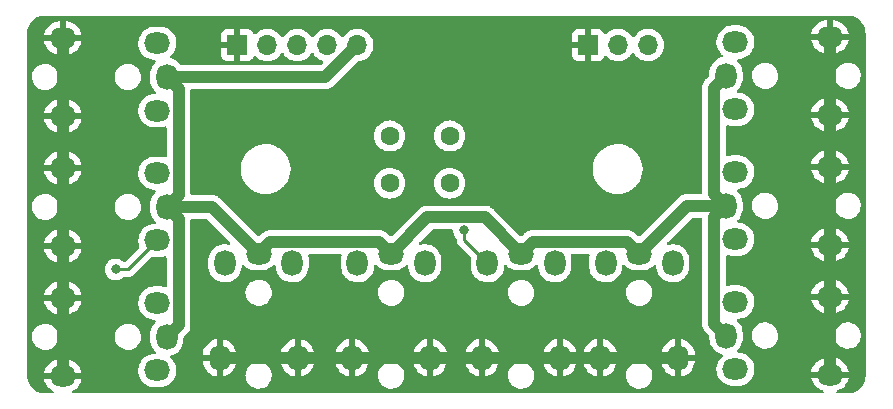
<source format=gbr>
%TF.GenerationSoftware,KiCad,Pcbnew,(6.0.5)*%
%TF.CreationDate,2022-05-17T14:08:41+02:00*%
%TF.ProjectId,i2c_bus_magslide,6932635f-6275-4735-9f6d-6167736c6964,rev?*%
%TF.SameCoordinates,Original*%
%TF.FileFunction,Copper,L2,Bot*%
%TF.FilePolarity,Positive*%
%FSLAX46Y46*%
G04 Gerber Fmt 4.6, Leading zero omitted, Abs format (unit mm)*
G04 Created by KiCad (PCBNEW (6.0.5)) date 2022-05-17 14:08:41*
%MOMM*%
%LPD*%
G01*
G04 APERTURE LIST*
%TA.AperFunction,ComponentPad*%
%ADD10C,1.600000*%
%TD*%
%TA.AperFunction,ComponentPad*%
%ADD11R,1.700000X1.700000*%
%TD*%
%TA.AperFunction,ComponentPad*%
%ADD12O,1.700000X1.700000*%
%TD*%
%TA.AperFunction,ComponentPad*%
%ADD13O,2.200000X1.800000*%
%TD*%
%TA.AperFunction,ComponentPad*%
%ADD14O,1.800000X2.200000*%
%TD*%
%TA.AperFunction,ViaPad*%
%ADD15C,0.800000*%
%TD*%
%TA.AperFunction,Conductor*%
%ADD16C,0.250000*%
%TD*%
%TA.AperFunction,Conductor*%
%ADD17C,1.000000*%
%TD*%
G04 APERTURE END LIST*
D10*
%TO.P,R2,1*%
%TO.N,+3V3*%
X166200000Y-76700000D03*
%TO.P,R2,2*%
%TO.N,Net-(JP2-Pad2)*%
X171280000Y-76700000D03*
%TD*%
%TO.P,R1,2*%
%TO.N,Net-(JP1-Pad2)*%
X171280000Y-72700000D03*
%TO.P,R1,1*%
%TO.N,+3V3*%
X166200000Y-72700000D03*
%TD*%
D11*
%TO.P,J12,1,Pin_1*%
%TO.N,GND*%
X183000000Y-65000000D03*
D12*
%TO.P,J12,2,Pin_2*%
%TO.N,SDA*%
X185540000Y-65000000D03*
%TO.P,J12,3,Pin_3*%
%TO.N,SCL*%
X188080000Y-65000000D03*
%TD*%
D11*
%TO.P,J11,1,Pin_1*%
%TO.N,GND*%
X153300000Y-65000000D03*
D12*
%TO.P,J11,2,Pin_2*%
%TO.N,SDA*%
X155840000Y-65000000D03*
%TO.P,J11,3,Pin_3*%
%TO.N,SCL*%
X158380000Y-65000000D03*
%TO.P,J11,4,Pin_4*%
%TO.N,+3V3*%
X160920000Y-65000000D03*
%TO.P,J11,5,Pin_5*%
%TO.N,+5V*%
X163460000Y-65000000D03*
%TD*%
D13*
%TO.P,J10,4,4*%
%TO.N,GND*%
X138525000Y-82000000D03*
%TO.P,J10,2,2*%
%TO.N,SCL*%
X146525000Y-75850000D03*
D14*
%TO.P,J10,1,1*%
%TO.N,+5V*%
X147325000Y-78700000D03*
D13*
%TO.P,J10,3,3*%
%TO.N,SDA*%
X146525000Y-81550000D03*
%TO.P,J10,4,4*%
%TO.N,GND*%
X138525000Y-75400000D03*
%TD*%
%TO.P,J9,4,4*%
%TO.N,GND*%
X138525000Y-64400000D03*
%TO.P,J9,3,3*%
%TO.N,SDA*%
X146525000Y-70550000D03*
D14*
%TO.P,J9,1,1*%
%TO.N,+5V*%
X147325000Y-67700000D03*
D13*
%TO.P,J9,2,2*%
%TO.N,SCL*%
X146525000Y-64850000D03*
%TO.P,J9,4,4*%
%TO.N,GND*%
X138525000Y-71000000D03*
%TD*%
D14*
%TO.P,J8,4,4*%
%TO.N,GND*%
X158400000Y-91475000D03*
%TO.P,J8,2,2*%
%TO.N,SCL*%
X152250000Y-83475000D03*
D13*
%TO.P,J8,1,1*%
%TO.N,+5V*%
X155100000Y-82675000D03*
D14*
%TO.P,J8,3,3*%
%TO.N,SDA*%
X157950000Y-83475000D03*
%TO.P,J8,4,4*%
%TO.N,GND*%
X151800000Y-91475000D03*
%TD*%
D13*
%TO.P,J7,4,4*%
%TO.N,GND*%
X203475000Y-64300000D03*
%TO.P,J7,2,2*%
%TO.N,SCL*%
X195475000Y-70450000D03*
D14*
%TO.P,J7,1,1*%
%TO.N,+5V*%
X194675000Y-67600000D03*
D13*
%TO.P,J7,3,3*%
%TO.N,SDA*%
X195475000Y-64750000D03*
%TO.P,J7,4,4*%
%TO.N,GND*%
X203475000Y-70900000D03*
%TD*%
%TO.P,J6,4,4*%
%TO.N,GND*%
X138525000Y-86400000D03*
%TO.P,J6,3,3*%
%TO.N,SDA*%
X146525000Y-92550000D03*
D14*
%TO.P,J6,1,1*%
%TO.N,+5V*%
X147325000Y-89700000D03*
D13*
%TO.P,J6,2,2*%
%TO.N,SCL*%
X146525000Y-86850000D03*
%TO.P,J6,4,4*%
%TO.N,GND*%
X138525000Y-93000000D03*
%TD*%
%TO.P,J5,4,4*%
%TO.N,GND*%
X203475000Y-75300000D03*
%TO.P,J5,2,2*%
%TO.N,SCL*%
X195475000Y-81450000D03*
D14*
%TO.P,J5,1,1*%
%TO.N,+5V*%
X194675000Y-78600000D03*
D13*
%TO.P,J5,3,3*%
%TO.N,SDA*%
X195475000Y-75750000D03*
%TO.P,J5,4,4*%
%TO.N,GND*%
X203475000Y-81900000D03*
%TD*%
D14*
%TO.P,J4,4,4*%
%TO.N,GND*%
X174025000Y-91475000D03*
%TO.P,J4,3,3*%
%TO.N,SDA*%
X180175000Y-83475000D03*
D13*
%TO.P,J4,1,1*%
%TO.N,+5V*%
X177325000Y-82675000D03*
D14*
%TO.P,J4,2,2*%
%TO.N,SCL*%
X174475000Y-83475000D03*
%TO.P,J4,4,4*%
%TO.N,GND*%
X180625000Y-91475000D03*
%TD*%
%TO.P,J3,4,4*%
%TO.N,GND*%
X169625000Y-91475000D03*
%TO.P,J3,2,2*%
%TO.N,SCL*%
X163475000Y-83475000D03*
D13*
%TO.P,J3,1,1*%
%TO.N,+5V*%
X166325000Y-82675000D03*
D14*
%TO.P,J3,3,3*%
%TO.N,SDA*%
X169175000Y-83475000D03*
%TO.P,J3,4,4*%
%TO.N,GND*%
X163025000Y-91475000D03*
%TD*%
D13*
%TO.P,J2,4,4*%
%TO.N,GND*%
X203475000Y-86300000D03*
%TO.P,J2,2,2*%
%TO.N,SCL*%
X195475000Y-92450000D03*
D14*
%TO.P,J2,1,1*%
%TO.N,+5V*%
X194675000Y-89600000D03*
D13*
%TO.P,J2,3,3*%
%TO.N,SDA*%
X195475000Y-86750000D03*
%TO.P,J2,4,4*%
%TO.N,GND*%
X203475000Y-92900000D03*
%TD*%
D14*
%TO.P,J1,4,4*%
%TO.N,GND*%
X190625000Y-91475000D03*
%TO.P,J1,2,2*%
%TO.N,SCL*%
X184475000Y-83475000D03*
D13*
%TO.P,J1,1,1*%
%TO.N,+5V*%
X187325000Y-82675000D03*
D14*
%TO.P,J1,3,3*%
%TO.N,SDA*%
X190175000Y-83475000D03*
%TO.P,J1,4,4*%
%TO.N,GND*%
X184025000Y-91475000D03*
%TD*%
D15*
%TO.N,SDA*%
X143000000Y-84000000D03*
%TO.N,SCL*%
X172500000Y-80699500D03*
%TD*%
D16*
%TO.N,SDA*%
X143000000Y-84000000D02*
X144075000Y-84000000D01*
X144075000Y-84000000D02*
X146525000Y-81550000D01*
%TO.N,SCL*%
X172500000Y-81500000D02*
X174475000Y-83475000D01*
X172500000Y-80699500D02*
X172500000Y-81500000D01*
D17*
%TO.N,+5V*%
X177325000Y-82675000D02*
X174250000Y-79600000D01*
X174250000Y-79600000D02*
X169400000Y-79600000D01*
X169400000Y-79600000D02*
X166325000Y-82675000D01*
X163460000Y-65000000D02*
X160760000Y-67700000D01*
X160760000Y-67700000D02*
X147325000Y-67700000D01*
%TO.N,GND*%
X203475000Y-70900000D02*
X203475000Y-64300000D01*
X203475000Y-75300000D02*
X203475000Y-70900000D01*
X203475000Y-81900000D02*
X203475000Y-75300000D01*
X203475000Y-86300000D02*
X203475000Y-81900000D01*
X203475000Y-92900000D02*
X203475000Y-86300000D01*
X184025000Y-91475000D02*
X190625000Y-91475000D01*
X180625000Y-91475000D02*
X184025000Y-91475000D01*
X174025000Y-91475000D02*
X180625000Y-91475000D01*
X169625000Y-91475000D02*
X174025000Y-91475000D01*
X163025000Y-91475000D02*
X169625000Y-91475000D01*
X158400000Y-91475000D02*
X163025000Y-91475000D01*
X151800000Y-91475000D02*
X158400000Y-91475000D01*
X138525000Y-86400000D02*
X138525000Y-93000000D01*
X138525000Y-82000000D02*
X138525000Y-86400000D01*
X138525000Y-75400000D02*
X138525000Y-82000000D01*
X138525000Y-71000000D02*
X138525000Y-75400000D01*
X138525000Y-64400000D02*
X138525000Y-71000000D01*
%TO.N,+5V*%
X194675000Y-78600000D02*
X193675480Y-77600480D01*
X193675480Y-77600480D02*
X193675480Y-68599520D01*
X193675480Y-68599520D02*
X194675000Y-67600000D01*
X187325000Y-82675000D02*
X191400000Y-78600000D01*
X191400000Y-78600000D02*
X194675000Y-78600000D01*
X194675000Y-89600000D02*
X193675480Y-88600480D01*
X193675480Y-88600480D02*
X193675480Y-79599520D01*
X193675480Y-79599520D02*
X194675000Y-78600000D01*
X187325000Y-82675000D02*
X186325480Y-81675480D01*
X186325480Y-81675480D02*
X178324520Y-81675480D01*
X178324520Y-81675480D02*
X177325000Y-82675000D01*
X166325000Y-82675000D02*
X165325480Y-81675480D01*
X165325480Y-81675480D02*
X156099520Y-81675480D01*
X156099520Y-81675480D02*
X155100000Y-82675000D01*
X155100000Y-82675000D02*
X151125000Y-78700000D01*
X151125000Y-78700000D02*
X147325000Y-78700000D01*
X147325000Y-78700000D02*
X148324520Y-79699520D01*
X148324520Y-79699520D02*
X148324520Y-88700480D01*
X148324520Y-88700480D02*
X147325000Y-89700000D01*
X147325000Y-67700000D02*
X148324520Y-68699520D01*
X148324520Y-68699520D02*
X148324520Y-77700480D01*
X148324520Y-77700480D02*
X147325000Y-78700000D01*
%TD*%
%TA.AperFunction,Conductor*%
%TO.N,GND*%
G36*
X204970018Y-62510000D02*
G01*
X204984851Y-62512310D01*
X204984855Y-62512310D01*
X204993724Y-62513691D01*
X205008981Y-62511696D01*
X205034302Y-62510953D01*
X205203285Y-62523039D01*
X205221064Y-62525596D01*
X205411392Y-62566999D01*
X205428641Y-62572063D01*
X205611150Y-62640136D01*
X205627502Y-62647604D01*
X205798458Y-62740952D01*
X205813582Y-62750672D01*
X205969514Y-62867402D01*
X205983100Y-62879175D01*
X206120825Y-63016900D01*
X206132598Y-63030486D01*
X206249328Y-63186418D01*
X206259048Y-63201542D01*
X206352396Y-63372498D01*
X206359864Y-63388850D01*
X206427937Y-63571359D01*
X206433001Y-63588607D01*
X206474404Y-63778936D01*
X206476961Y-63796715D01*
X206485899Y-63921677D01*
X206488540Y-63958601D01*
X206487793Y-63976565D01*
X206487692Y-63984845D01*
X206486309Y-63993724D01*
X206488771Y-64012552D01*
X206490436Y-64025283D01*
X206491500Y-64041621D01*
X206491500Y-92950633D01*
X206490000Y-92970018D01*
X206487690Y-92984851D01*
X206487690Y-92984855D01*
X206486309Y-92993724D01*
X206488136Y-93007693D01*
X206488304Y-93008976D01*
X206489047Y-93034302D01*
X206477329Y-93198152D01*
X206476962Y-93203279D01*
X206474404Y-93221064D01*
X206454832Y-93311037D01*
X206433001Y-93411392D01*
X206427937Y-93428641D01*
X206359864Y-93611150D01*
X206352396Y-93627502D01*
X206259048Y-93798458D01*
X206249328Y-93813582D01*
X206132598Y-93969514D01*
X206120825Y-93983100D01*
X205983100Y-94120825D01*
X205969514Y-94132598D01*
X205813582Y-94249328D01*
X205798458Y-94259048D01*
X205627502Y-94352396D01*
X205611150Y-94359864D01*
X205428641Y-94427937D01*
X205411393Y-94433001D01*
X205221064Y-94474404D01*
X205203285Y-94476961D01*
X205041395Y-94488540D01*
X205023435Y-94487793D01*
X205015155Y-94487692D01*
X205006276Y-94486309D01*
X204974714Y-94490436D01*
X204958379Y-94491500D01*
X204134873Y-94491500D01*
X204066752Y-94471498D01*
X204020259Y-94417842D01*
X204010155Y-94347568D01*
X204039649Y-94282988D01*
X204103219Y-94243541D01*
X204139209Y-94234200D01*
X204149239Y-94230667D01*
X204357363Y-94136915D01*
X204366669Y-94131735D01*
X204556024Y-94004253D01*
X204564307Y-93997594D01*
X204729478Y-93840029D01*
X204736530Y-93832058D01*
X204872790Y-93648918D01*
X204878394Y-93639881D01*
X204981851Y-93436394D01*
X204985852Y-93426541D01*
X205053544Y-93208539D01*
X205055828Y-93198152D01*
X205059300Y-93171957D01*
X205057104Y-93157793D01*
X205043919Y-93154000D01*
X201907718Y-93154000D01*
X201894187Y-93157973D01*
X201892662Y-93168580D01*
X201920413Y-93300840D01*
X201923473Y-93311037D01*
X202007315Y-93523340D01*
X202012049Y-93532876D01*
X202130468Y-93728025D01*
X202136734Y-93736618D01*
X202286342Y-93909027D01*
X202293972Y-93916447D01*
X202470488Y-94061180D01*
X202479255Y-94067206D01*
X202677633Y-94180129D01*
X202687297Y-94184595D01*
X202859388Y-94247061D01*
X202916597Y-94289106D01*
X202941992Y-94355405D01*
X202927512Y-94424909D01*
X202877754Y-94475552D01*
X202816397Y-94491500D01*
X139428694Y-94491500D01*
X139360573Y-94471498D01*
X139314080Y-94417842D01*
X139303976Y-94347568D01*
X139333470Y-94282988D01*
X139376943Y-94250618D01*
X139407367Y-94236913D01*
X139416669Y-94231735D01*
X139606024Y-94104253D01*
X139614307Y-94097594D01*
X139779478Y-93940029D01*
X139786530Y-93932058D01*
X139922790Y-93748918D01*
X139928394Y-93739881D01*
X140031851Y-93536394D01*
X140035852Y-93526541D01*
X140103544Y-93308539D01*
X140105828Y-93298152D01*
X140109300Y-93271957D01*
X140107104Y-93257793D01*
X140093919Y-93254000D01*
X136957718Y-93254000D01*
X136944187Y-93257973D01*
X136942662Y-93268580D01*
X136970413Y-93400840D01*
X136973473Y-93411037D01*
X137057315Y-93623340D01*
X137062049Y-93632876D01*
X137180468Y-93828025D01*
X137186734Y-93836618D01*
X137336342Y-94009027D01*
X137343972Y-94016447D01*
X137520488Y-94161180D01*
X137529255Y-94167206D01*
X137685241Y-94255998D01*
X137734547Y-94307080D01*
X137748409Y-94376711D01*
X137722426Y-94442781D01*
X137664846Y-94484316D01*
X137622909Y-94491500D01*
X137049367Y-94491500D01*
X137029982Y-94490000D01*
X137015149Y-94487690D01*
X137015145Y-94487690D01*
X137006276Y-94486309D01*
X136991019Y-94488304D01*
X136965698Y-94489047D01*
X136796715Y-94476961D01*
X136778936Y-94474404D01*
X136588607Y-94433001D01*
X136571359Y-94427937D01*
X136388850Y-94359864D01*
X136372498Y-94352396D01*
X136201542Y-94259048D01*
X136186418Y-94249328D01*
X136030486Y-94132598D01*
X136016900Y-94120825D01*
X135879175Y-93983100D01*
X135867402Y-93969514D01*
X135750672Y-93813582D01*
X135740952Y-93798458D01*
X135647604Y-93627502D01*
X135640136Y-93611150D01*
X135572063Y-93428641D01*
X135566999Y-93411392D01*
X135545168Y-93311037D01*
X135525596Y-93221064D01*
X135523038Y-93203278D01*
X135522672Y-93198152D01*
X135511719Y-93045011D01*
X135512805Y-93022245D01*
X135512334Y-93022203D01*
X135512770Y-93017345D01*
X135513576Y-93012552D01*
X135513729Y-93000000D01*
X135509773Y-92972376D01*
X135508500Y-92954514D01*
X135508500Y-92728043D01*
X136940700Y-92728043D01*
X136942896Y-92742207D01*
X136956081Y-92746000D01*
X138252885Y-92746000D01*
X138268124Y-92741525D01*
X138269329Y-92740135D01*
X138271000Y-92732452D01*
X138271000Y-92727885D01*
X138779000Y-92727885D01*
X138783475Y-92743124D01*
X138784865Y-92744329D01*
X138792548Y-92746000D01*
X140092282Y-92746000D01*
X140105813Y-92742027D01*
X140107338Y-92731420D01*
X140079587Y-92599160D01*
X140076527Y-92588963D01*
X139992685Y-92376660D01*
X139987951Y-92367124D01*
X139869532Y-92171975D01*
X139863266Y-92163382D01*
X139713658Y-91990973D01*
X139706028Y-91983553D01*
X139529512Y-91838820D01*
X139520745Y-91832794D01*
X139322367Y-91719871D01*
X139312703Y-91715405D01*
X139098132Y-91637519D01*
X139087865Y-91634749D01*
X138862068Y-91593919D01*
X138853838Y-91592984D01*
X138834450Y-91592070D01*
X138831474Y-91592000D01*
X138797115Y-91592000D01*
X138781876Y-91596475D01*
X138780671Y-91597865D01*
X138779000Y-91605548D01*
X138779000Y-92727885D01*
X138271000Y-92727885D01*
X138271000Y-91610115D01*
X138266525Y-91594876D01*
X138265135Y-91593671D01*
X138259570Y-91592461D01*
X138092229Y-91606660D01*
X138081741Y-91608452D01*
X137860789Y-91665801D01*
X137850761Y-91669333D01*
X137642637Y-91763085D01*
X137633331Y-91768265D01*
X137443976Y-91895747D01*
X137435693Y-91902406D01*
X137270522Y-92059971D01*
X137263470Y-92067942D01*
X137127210Y-92251082D01*
X137121606Y-92260119D01*
X137018149Y-92463606D01*
X137014148Y-92473459D01*
X136946456Y-92691461D01*
X136944172Y-92701848D01*
X136940700Y-92728043D01*
X135508500Y-92728043D01*
X135508500Y-89645604D01*
X135912787Y-89645604D01*
X135922567Y-89856899D01*
X135923971Y-89862724D01*
X135923971Y-89862725D01*
X135958975Y-90007968D01*
X135972125Y-90062534D01*
X135974607Y-90067992D01*
X135974608Y-90067996D01*
X136017802Y-90162995D01*
X136059674Y-90255087D01*
X136182054Y-90427611D01*
X136334850Y-90573881D01*
X136512548Y-90688620D01*
X136518114Y-90690863D01*
X136703168Y-90765442D01*
X136703171Y-90765443D01*
X136708737Y-90767686D01*
X136916337Y-90808228D01*
X136921899Y-90808500D01*
X137077846Y-90808500D01*
X137235566Y-90793452D01*
X137438534Y-90733908D01*
X137490086Y-90707357D01*
X137621249Y-90639804D01*
X137621252Y-90639802D01*
X137626580Y-90637058D01*
X137792920Y-90506396D01*
X137796852Y-90501865D01*
X137796855Y-90501862D01*
X137927621Y-90351167D01*
X137931552Y-90346637D01*
X137934552Y-90341451D01*
X137934555Y-90341447D01*
X138034467Y-90168742D01*
X138037473Y-90163546D01*
X138106861Y-89963729D01*
X138116944Y-89894187D01*
X138136352Y-89760336D01*
X138136352Y-89760333D01*
X138137213Y-89754396D01*
X138132177Y-89645604D01*
X142912787Y-89645604D01*
X142922567Y-89856899D01*
X142923971Y-89862724D01*
X142923971Y-89862725D01*
X142958975Y-90007968D01*
X142972125Y-90062534D01*
X142974607Y-90067992D01*
X142974608Y-90067996D01*
X143017802Y-90162995D01*
X143059674Y-90255087D01*
X143182054Y-90427611D01*
X143334850Y-90573881D01*
X143512548Y-90688620D01*
X143518114Y-90690863D01*
X143703168Y-90765442D01*
X143703171Y-90765443D01*
X143708737Y-90767686D01*
X143916337Y-90808228D01*
X143921899Y-90808500D01*
X144077846Y-90808500D01*
X144235566Y-90793452D01*
X144438534Y-90733908D01*
X144490086Y-90707357D01*
X144621249Y-90639804D01*
X144621252Y-90639802D01*
X144626580Y-90637058D01*
X144792920Y-90506396D01*
X144796852Y-90501865D01*
X144796855Y-90501862D01*
X144927621Y-90351167D01*
X144931552Y-90346637D01*
X144934552Y-90341451D01*
X144934555Y-90341447D01*
X145034467Y-90168742D01*
X145037473Y-90163546D01*
X145106861Y-89963729D01*
X145116944Y-89894187D01*
X145136352Y-89760336D01*
X145136352Y-89760333D01*
X145137213Y-89754396D01*
X145127433Y-89543101D01*
X145081319Y-89351757D01*
X145079281Y-89343299D01*
X145079280Y-89343297D01*
X145077875Y-89337466D01*
X145074757Y-89330607D01*
X144999938Y-89166053D01*
X144990326Y-89144913D01*
X144888250Y-89001012D01*
X144871412Y-88977275D01*
X144871411Y-88977274D01*
X144867946Y-88972389D01*
X144715150Y-88826119D01*
X144537452Y-88711380D01*
X144477354Y-88687160D01*
X144346832Y-88634558D01*
X144346829Y-88634557D01*
X144341263Y-88632314D01*
X144133663Y-88591772D01*
X144128101Y-88591500D01*
X143972154Y-88591500D01*
X143814434Y-88606548D01*
X143611466Y-88666092D01*
X143606139Y-88668836D01*
X143606138Y-88668836D01*
X143428751Y-88760196D01*
X143428748Y-88760198D01*
X143423420Y-88762942D01*
X143257080Y-88893604D01*
X143253148Y-88898135D01*
X143253145Y-88898138D01*
X143175630Y-88987467D01*
X143118448Y-89053363D01*
X143115448Y-89058549D01*
X143115445Y-89058553D01*
X143055701Y-89161825D01*
X143012527Y-89236454D01*
X142943139Y-89436271D01*
X142942278Y-89442206D01*
X142942278Y-89442208D01*
X142928148Y-89539664D01*
X142912787Y-89645604D01*
X138132177Y-89645604D01*
X138127433Y-89543101D01*
X138081319Y-89351757D01*
X138079281Y-89343299D01*
X138079280Y-89343297D01*
X138077875Y-89337466D01*
X138074757Y-89330607D01*
X137999938Y-89166053D01*
X137990326Y-89144913D01*
X137888250Y-89001012D01*
X137871412Y-88977275D01*
X137871411Y-88977274D01*
X137867946Y-88972389D01*
X137715150Y-88826119D01*
X137537452Y-88711380D01*
X137477354Y-88687160D01*
X137346832Y-88634558D01*
X137346829Y-88634557D01*
X137341263Y-88632314D01*
X137133663Y-88591772D01*
X137128101Y-88591500D01*
X136972154Y-88591500D01*
X136814434Y-88606548D01*
X136611466Y-88666092D01*
X136606139Y-88668836D01*
X136606138Y-88668836D01*
X136428751Y-88760196D01*
X136428748Y-88760198D01*
X136423420Y-88762942D01*
X136257080Y-88893604D01*
X136253148Y-88898135D01*
X136253145Y-88898138D01*
X136175630Y-88987467D01*
X136118448Y-89053363D01*
X136115448Y-89058549D01*
X136115445Y-89058553D01*
X136055701Y-89161825D01*
X136012527Y-89236454D01*
X135943139Y-89436271D01*
X135942278Y-89442206D01*
X135942278Y-89442208D01*
X135928148Y-89539664D01*
X135912787Y-89645604D01*
X135508500Y-89645604D01*
X135508500Y-86668580D01*
X136942662Y-86668580D01*
X136970413Y-86800840D01*
X136973473Y-86811037D01*
X137057315Y-87023340D01*
X137062049Y-87032876D01*
X137180468Y-87228025D01*
X137186734Y-87236618D01*
X137336342Y-87409027D01*
X137343972Y-87416447D01*
X137520488Y-87561180D01*
X137529255Y-87567206D01*
X137727633Y-87680129D01*
X137737297Y-87684595D01*
X137951868Y-87762481D01*
X137962135Y-87765251D01*
X138187932Y-87806081D01*
X138196162Y-87807016D01*
X138215550Y-87807930D01*
X138218526Y-87808000D01*
X138252885Y-87808000D01*
X138268124Y-87803525D01*
X138269329Y-87802135D01*
X138271000Y-87794452D01*
X138271000Y-87789885D01*
X138779000Y-87789885D01*
X138783475Y-87805124D01*
X138784865Y-87806329D01*
X138790430Y-87807539D01*
X138957771Y-87793340D01*
X138968259Y-87791548D01*
X139189211Y-87734199D01*
X139199239Y-87730667D01*
X139407363Y-87636915D01*
X139416669Y-87631735D01*
X139606024Y-87504253D01*
X139614307Y-87497594D01*
X139779478Y-87340029D01*
X139786530Y-87332058D01*
X139922790Y-87148918D01*
X139928394Y-87139881D01*
X140031851Y-86936394D01*
X140035852Y-86926541D01*
X140103544Y-86708539D01*
X140105828Y-86698152D01*
X140109300Y-86671957D01*
X140107104Y-86657793D01*
X140093919Y-86654000D01*
X138797115Y-86654000D01*
X138781876Y-86658475D01*
X138780671Y-86659865D01*
X138779000Y-86667548D01*
X138779000Y-87789885D01*
X138271000Y-87789885D01*
X138271000Y-86672115D01*
X138266525Y-86656876D01*
X138265135Y-86655671D01*
X138257452Y-86654000D01*
X136957718Y-86654000D01*
X136944187Y-86657973D01*
X136942662Y-86668580D01*
X135508500Y-86668580D01*
X135508500Y-86128043D01*
X136940700Y-86128043D01*
X136942896Y-86142207D01*
X136956081Y-86146000D01*
X138252885Y-86146000D01*
X138268124Y-86141525D01*
X138269329Y-86140135D01*
X138271000Y-86132452D01*
X138271000Y-86127885D01*
X138779000Y-86127885D01*
X138783475Y-86143124D01*
X138784865Y-86144329D01*
X138792548Y-86146000D01*
X140092282Y-86146000D01*
X140105813Y-86142027D01*
X140107338Y-86131420D01*
X140079587Y-85999160D01*
X140076527Y-85988963D01*
X139992685Y-85776660D01*
X139987951Y-85767124D01*
X139869532Y-85571975D01*
X139863266Y-85563382D01*
X139713658Y-85390973D01*
X139706028Y-85383553D01*
X139529512Y-85238820D01*
X139520745Y-85232794D01*
X139322367Y-85119871D01*
X139312703Y-85115405D01*
X139098132Y-85037519D01*
X139087865Y-85034749D01*
X138862068Y-84993919D01*
X138853838Y-84992984D01*
X138834450Y-84992070D01*
X138831474Y-84992000D01*
X138797115Y-84992000D01*
X138781876Y-84996475D01*
X138780671Y-84997865D01*
X138779000Y-85005548D01*
X138779000Y-86127885D01*
X138271000Y-86127885D01*
X138271000Y-85010115D01*
X138266525Y-84994876D01*
X138265135Y-84993671D01*
X138259570Y-84992461D01*
X138092229Y-85006660D01*
X138081741Y-85008452D01*
X137860789Y-85065801D01*
X137850761Y-85069333D01*
X137642637Y-85163085D01*
X137633331Y-85168265D01*
X137443976Y-85295747D01*
X137435693Y-85302406D01*
X137270522Y-85459971D01*
X137263470Y-85467942D01*
X137127210Y-85651082D01*
X137121606Y-85660119D01*
X137018149Y-85863606D01*
X137014148Y-85873459D01*
X136946456Y-86091461D01*
X136944172Y-86101848D01*
X136940700Y-86128043D01*
X135508500Y-86128043D01*
X135508500Y-84000000D01*
X142086496Y-84000000D01*
X142087186Y-84006565D01*
X142101688Y-84144540D01*
X142106458Y-84189928D01*
X142165473Y-84371556D01*
X142260960Y-84536944D01*
X142265378Y-84541851D01*
X142265379Y-84541852D01*
X142375368Y-84664007D01*
X142388747Y-84678866D01*
X142543248Y-84791118D01*
X142549276Y-84793802D01*
X142549278Y-84793803D01*
X142607972Y-84819935D01*
X142717712Y-84868794D01*
X142777715Y-84881548D01*
X142898056Y-84907128D01*
X142898061Y-84907128D01*
X142904513Y-84908500D01*
X143095487Y-84908500D01*
X143101939Y-84907128D01*
X143101944Y-84907128D01*
X143222285Y-84881548D01*
X143282288Y-84868794D01*
X143392028Y-84819935D01*
X143450722Y-84793803D01*
X143450724Y-84793802D01*
X143456752Y-84791118D01*
X143611253Y-84678866D01*
X143615668Y-84673963D01*
X143620580Y-84669540D01*
X143621705Y-84670789D01*
X143675014Y-84637949D01*
X143708200Y-84633500D01*
X143996233Y-84633500D01*
X144007416Y-84634027D01*
X144014909Y-84635702D01*
X144022835Y-84635453D01*
X144022836Y-84635453D01*
X144082986Y-84633562D01*
X144086945Y-84633500D01*
X144114856Y-84633500D01*
X144118791Y-84633003D01*
X144118856Y-84632995D01*
X144130693Y-84632062D01*
X144162951Y-84631048D01*
X144166970Y-84630922D01*
X144174889Y-84630673D01*
X144194343Y-84625021D01*
X144213700Y-84621013D01*
X144225930Y-84619468D01*
X144225931Y-84619468D01*
X144233797Y-84618474D01*
X144241168Y-84615555D01*
X144241170Y-84615555D01*
X144274912Y-84602196D01*
X144286142Y-84598351D01*
X144320983Y-84588229D01*
X144320984Y-84588229D01*
X144328593Y-84586018D01*
X144335412Y-84581985D01*
X144335417Y-84581983D01*
X144346028Y-84575707D01*
X144363776Y-84567012D01*
X144382617Y-84559552D01*
X144418387Y-84533564D01*
X144428307Y-84527048D01*
X144459535Y-84508580D01*
X144459538Y-84508578D01*
X144466362Y-84504542D01*
X144480683Y-84490221D01*
X144495717Y-84477380D01*
X144498075Y-84475667D01*
X144512107Y-84465472D01*
X144540298Y-84431395D01*
X144548288Y-84422616D01*
X145994275Y-82976629D01*
X146056587Y-82942603D01*
X146105790Y-82941735D01*
X146187882Y-82956579D01*
X146191969Y-82957318D01*
X146210359Y-82958185D01*
X146215544Y-82958430D01*
X146215551Y-82958430D01*
X146217032Y-82958500D01*
X146785012Y-82958500D01*
X146963175Y-82943383D01*
X146968339Y-82942043D01*
X146968343Y-82942042D01*
X147123629Y-82901737D01*
X147158366Y-82892721D01*
X147229326Y-82894968D01*
X147287808Y-82935222D01*
X147315242Y-83000704D01*
X147316020Y-83014680D01*
X147316020Y-85386299D01*
X147296018Y-85454420D01*
X147242362Y-85500913D01*
X147172088Y-85511017D01*
X147147031Y-85504739D01*
X147126691Y-85497355D01*
X147098262Y-85487036D01*
X147098258Y-85487035D01*
X147093247Y-85485216D01*
X147087998Y-85484267D01*
X147087995Y-85484266D01*
X146862115Y-85443420D01*
X146862107Y-85443419D01*
X146858031Y-85442682D01*
X146839641Y-85441815D01*
X146834456Y-85441570D01*
X146834449Y-85441570D01*
X146832968Y-85441500D01*
X146264988Y-85441500D01*
X146086825Y-85456617D01*
X146081661Y-85457957D01*
X146081657Y-85457958D01*
X145860625Y-85515327D01*
X145860620Y-85515329D01*
X145855460Y-85516668D01*
X145850594Y-85518860D01*
X145642381Y-85612653D01*
X145642378Y-85612654D01*
X145637520Y-85614843D01*
X145633096Y-85617822D01*
X145633095Y-85617822D01*
X145603518Y-85637734D01*
X145439238Y-85748334D01*
X145266282Y-85913326D01*
X145123598Y-86105100D01*
X145121182Y-86109851D01*
X145121180Y-86109855D01*
X145103653Y-86144329D01*
X145015267Y-86318172D01*
X145009255Y-86337534D01*
X144945968Y-86541349D01*
X144945967Y-86541355D01*
X144944384Y-86546452D01*
X144930129Y-86654000D01*
X144922570Y-86711037D01*
X144912977Y-86783411D01*
X144913177Y-86788740D01*
X144913177Y-86788741D01*
X144914223Y-86816589D01*
X144921945Y-87022274D01*
X144934778Y-87083434D01*
X144967635Y-87240029D01*
X144971030Y-87256211D01*
X145058829Y-87478533D01*
X145182832Y-87682883D01*
X145186329Y-87686913D01*
X145289738Y-87806081D01*
X145339493Y-87863419D01*
X145343619Y-87866802D01*
X145343623Y-87866806D01*
X145468133Y-87968897D01*
X145524333Y-88014978D01*
X145528969Y-88017617D01*
X145528972Y-88017619D01*
X145644413Y-88083332D01*
X145732066Y-88133227D01*
X145956753Y-88214784D01*
X145962002Y-88215733D01*
X145962005Y-88215734D01*
X146187885Y-88256580D01*
X146187893Y-88256581D01*
X146191969Y-88257318D01*
X146210359Y-88258185D01*
X146215544Y-88258430D01*
X146215551Y-88258430D01*
X146217032Y-88258500D01*
X146269136Y-88258500D01*
X146337257Y-88278502D01*
X146383750Y-88332158D01*
X146393854Y-88402432D01*
X146364360Y-88467012D01*
X146351716Y-88479666D01*
X146321394Y-88505978D01*
X146311581Y-88514493D01*
X146308198Y-88518619D01*
X146308194Y-88518623D01*
X146215917Y-88631164D01*
X146160022Y-88699333D01*
X146157383Y-88703969D01*
X146157381Y-88703972D01*
X146089701Y-88822868D01*
X146041773Y-88907066D01*
X145960216Y-89131753D01*
X145959267Y-89137002D01*
X145959266Y-89137005D01*
X145918420Y-89362885D01*
X145918419Y-89362893D01*
X145917682Y-89366969D01*
X145916500Y-89392032D01*
X145916500Y-89960012D01*
X145931617Y-90138175D01*
X145932957Y-90143339D01*
X145932958Y-90143343D01*
X145985724Y-90346637D01*
X145991668Y-90369540D01*
X145993860Y-90374406D01*
X146085182Y-90577132D01*
X146089843Y-90587480D01*
X146223334Y-90785762D01*
X146227013Y-90789619D01*
X146227015Y-90789621D01*
X146359526Y-90928528D01*
X146392073Y-90991625D01*
X146385342Y-91062302D01*
X146341468Y-91118119D01*
X146270296Y-91140880D01*
X146270317Y-91141387D01*
X146268464Y-91141465D01*
X146268356Y-91141500D01*
X146264988Y-91141500D01*
X146086825Y-91156617D01*
X146081661Y-91157957D01*
X146081657Y-91157958D01*
X145860625Y-91215327D01*
X145860620Y-91215329D01*
X145855460Y-91216668D01*
X145850594Y-91218860D01*
X145642381Y-91312653D01*
X145642378Y-91312654D01*
X145637520Y-91314843D01*
X145439238Y-91448334D01*
X145435381Y-91452013D01*
X145435379Y-91452015D01*
X145393464Y-91492000D01*
X145266282Y-91613326D01*
X145123598Y-91805100D01*
X145121182Y-91809851D01*
X145121180Y-91809855D01*
X145054456Y-91941092D01*
X145015267Y-92018172D01*
X145005690Y-92049016D01*
X144945968Y-92241349D01*
X144945967Y-92241355D01*
X144944384Y-92246452D01*
X144929684Y-92357363D01*
X144914656Y-92470745D01*
X144912977Y-92483411D01*
X144913177Y-92488740D01*
X144913177Y-92488741D01*
X144914030Y-92511454D01*
X144921945Y-92722274D01*
X144923457Y-92729478D01*
X144969860Y-92950633D01*
X144971030Y-92956211D01*
X145058829Y-93178533D01*
X145182832Y-93382883D01*
X145186329Y-93386913D01*
X145314810Y-93534974D01*
X145339493Y-93563419D01*
X145343619Y-93566802D01*
X145343623Y-93566806D01*
X145408000Y-93619591D01*
X145524333Y-93714978D01*
X145528969Y-93717617D01*
X145528972Y-93717619D01*
X145641012Y-93781396D01*
X145732066Y-93833227D01*
X145956753Y-93914784D01*
X145962002Y-93915733D01*
X145962005Y-93915734D01*
X146187885Y-93956580D01*
X146187893Y-93956581D01*
X146191969Y-93957318D01*
X146210359Y-93958185D01*
X146215544Y-93958430D01*
X146215551Y-93958430D01*
X146217032Y-93958500D01*
X146785012Y-93958500D01*
X146963175Y-93943383D01*
X146968339Y-93942043D01*
X146968343Y-93942042D01*
X147189375Y-93884673D01*
X147189380Y-93884671D01*
X147194540Y-93883332D01*
X147282222Y-93843834D01*
X147407619Y-93787347D01*
X147407622Y-93787346D01*
X147412480Y-93785157D01*
X147418067Y-93781396D01*
X147486908Y-93735049D01*
X147610762Y-93651666D01*
X147636093Y-93627502D01*
X147715589Y-93551666D01*
X147783718Y-93486674D01*
X147926402Y-93294900D01*
X147934831Y-93278323D01*
X148032314Y-93086586D01*
X148032314Y-93086585D01*
X148034733Y-93081828D01*
X148079408Y-92937951D01*
X148104032Y-92858651D01*
X148104033Y-92858645D01*
X148105616Y-92853548D01*
X148127099Y-92691461D01*
X148136323Y-92621873D01*
X148136323Y-92621869D01*
X148137023Y-92616589D01*
X148128055Y-92377726D01*
X148100511Y-92246452D01*
X148080067Y-92149016D01*
X148080066Y-92149013D01*
X148078970Y-92143789D01*
X147991171Y-91921467D01*
X147881315Y-91740430D01*
X150392461Y-91740430D01*
X150406660Y-91907771D01*
X150408452Y-91918259D01*
X150465801Y-92139211D01*
X150469333Y-92149239D01*
X150563085Y-92357363D01*
X150568265Y-92366669D01*
X150695747Y-92556024D01*
X150702406Y-92564307D01*
X150859971Y-92729478D01*
X150867942Y-92736530D01*
X151051082Y-92872790D01*
X151060119Y-92878394D01*
X151263606Y-92981851D01*
X151273459Y-92985852D01*
X151491461Y-93053544D01*
X151501848Y-93055828D01*
X151528043Y-93059300D01*
X151542207Y-93057104D01*
X151546000Y-93043919D01*
X151546000Y-93042282D01*
X152054000Y-93042282D01*
X152057973Y-93055813D01*
X152068580Y-93057338D01*
X152200840Y-93029587D01*
X152211037Y-93026527D01*
X152423340Y-92942685D01*
X152432876Y-92937951D01*
X152461463Y-92920604D01*
X153987787Y-92920604D01*
X153997567Y-93131899D01*
X153998971Y-93137724D01*
X153998971Y-93137725D01*
X154014770Y-93203279D01*
X154047125Y-93337534D01*
X154049607Y-93342992D01*
X154049608Y-93342996D01*
X154092074Y-93436394D01*
X154134674Y-93530087D01*
X154257054Y-93702611D01*
X154409850Y-93848881D01*
X154587548Y-93963620D01*
X154593114Y-93965863D01*
X154778168Y-94040442D01*
X154778171Y-94040443D01*
X154783737Y-94042686D01*
X154991337Y-94083228D01*
X154996899Y-94083500D01*
X155152846Y-94083500D01*
X155310566Y-94068452D01*
X155513534Y-94008908D01*
X155535502Y-93997594D01*
X155696249Y-93914804D01*
X155696252Y-93914802D01*
X155701580Y-93912058D01*
X155867920Y-93781396D01*
X155871852Y-93776865D01*
X155871855Y-93776862D01*
X156002621Y-93626167D01*
X156006552Y-93621637D01*
X156009552Y-93616451D01*
X156009555Y-93616447D01*
X156109467Y-93443742D01*
X156112473Y-93438546D01*
X156181861Y-93238729D01*
X156184421Y-93221074D01*
X156211352Y-93035336D01*
X156211352Y-93035333D01*
X156212213Y-93029396D01*
X156202433Y-92818101D01*
X156165212Y-92663658D01*
X156154281Y-92618299D01*
X156154280Y-92618297D01*
X156152875Y-92612466D01*
X156148048Y-92601848D01*
X156067806Y-92425368D01*
X156065326Y-92419913D01*
X155942946Y-92247389D01*
X155790150Y-92101119D01*
X155612452Y-91986380D01*
X155546923Y-91959971D01*
X155421832Y-91909558D01*
X155421829Y-91909557D01*
X155416263Y-91907314D01*
X155208663Y-91866772D01*
X155203101Y-91866500D01*
X155047154Y-91866500D01*
X154889434Y-91881548D01*
X154686466Y-91941092D01*
X154681139Y-91943836D01*
X154681138Y-91943836D01*
X154503751Y-92035196D01*
X154503748Y-92035198D01*
X154498420Y-92037942D01*
X154332080Y-92168604D01*
X154328148Y-92173135D01*
X154328145Y-92173138D01*
X154209554Y-92309802D01*
X154193448Y-92328363D01*
X154190448Y-92333549D01*
X154190445Y-92333553D01*
X154161602Y-92383411D01*
X154087527Y-92511454D01*
X154018139Y-92711271D01*
X154017278Y-92717206D01*
X154017278Y-92717208D01*
X153994720Y-92872790D01*
X153987787Y-92920604D01*
X152461463Y-92920604D01*
X152628025Y-92819532D01*
X152636618Y-92813266D01*
X152809027Y-92663658D01*
X152816447Y-92656028D01*
X152961180Y-92479512D01*
X152967206Y-92470745D01*
X153080129Y-92272367D01*
X153084595Y-92262703D01*
X153162481Y-92048132D01*
X153165251Y-92037865D01*
X153206081Y-91812068D01*
X153207016Y-91803838D01*
X153207930Y-91784450D01*
X153208000Y-91781474D01*
X153208000Y-91747115D01*
X153206037Y-91740430D01*
X156992461Y-91740430D01*
X157006660Y-91907771D01*
X157008452Y-91918259D01*
X157065801Y-92139211D01*
X157069333Y-92149239D01*
X157163085Y-92357363D01*
X157168265Y-92366669D01*
X157295747Y-92556024D01*
X157302406Y-92564307D01*
X157459971Y-92729478D01*
X157467942Y-92736530D01*
X157651082Y-92872790D01*
X157660119Y-92878394D01*
X157863606Y-92981851D01*
X157873459Y-92985852D01*
X158091461Y-93053544D01*
X158101848Y-93055828D01*
X158128043Y-93059300D01*
X158142207Y-93057104D01*
X158146000Y-93043919D01*
X158146000Y-93042282D01*
X158654000Y-93042282D01*
X158657973Y-93055813D01*
X158668580Y-93057338D01*
X158800840Y-93029587D01*
X158811037Y-93026527D01*
X159023340Y-92942685D01*
X159032876Y-92937951D01*
X159228025Y-92819532D01*
X159236618Y-92813266D01*
X159409027Y-92663658D01*
X159416447Y-92656028D01*
X159561180Y-92479512D01*
X159567206Y-92470745D01*
X159680129Y-92272367D01*
X159684595Y-92262703D01*
X159762481Y-92048132D01*
X159765251Y-92037865D01*
X159806081Y-91812068D01*
X159807016Y-91803838D01*
X159807930Y-91784450D01*
X159808000Y-91781474D01*
X159808000Y-91747115D01*
X159806037Y-91740430D01*
X161617461Y-91740430D01*
X161631660Y-91907771D01*
X161633452Y-91918259D01*
X161690801Y-92139211D01*
X161694333Y-92149239D01*
X161788085Y-92357363D01*
X161793265Y-92366669D01*
X161920747Y-92556024D01*
X161927406Y-92564307D01*
X162084971Y-92729478D01*
X162092942Y-92736530D01*
X162276082Y-92872790D01*
X162285119Y-92878394D01*
X162488606Y-92981851D01*
X162498459Y-92985852D01*
X162716461Y-93053544D01*
X162726848Y-93055828D01*
X162753043Y-93059300D01*
X162767207Y-93057104D01*
X162771000Y-93043919D01*
X162771000Y-93042282D01*
X163279000Y-93042282D01*
X163282973Y-93055813D01*
X163293580Y-93057338D01*
X163425840Y-93029587D01*
X163436037Y-93026527D01*
X163648340Y-92942685D01*
X163657876Y-92937951D01*
X163686463Y-92920604D01*
X165212787Y-92920604D01*
X165222567Y-93131899D01*
X165223971Y-93137724D01*
X165223971Y-93137725D01*
X165239770Y-93203279D01*
X165272125Y-93337534D01*
X165274607Y-93342992D01*
X165274608Y-93342996D01*
X165317074Y-93436394D01*
X165359674Y-93530087D01*
X165482054Y-93702611D01*
X165634850Y-93848881D01*
X165812548Y-93963620D01*
X165818114Y-93965863D01*
X166003168Y-94040442D01*
X166003171Y-94040443D01*
X166008737Y-94042686D01*
X166216337Y-94083228D01*
X166221899Y-94083500D01*
X166377846Y-94083500D01*
X166535566Y-94068452D01*
X166738534Y-94008908D01*
X166760502Y-93997594D01*
X166921249Y-93914804D01*
X166921252Y-93914802D01*
X166926580Y-93912058D01*
X167092920Y-93781396D01*
X167096852Y-93776865D01*
X167096855Y-93776862D01*
X167227621Y-93626167D01*
X167231552Y-93621637D01*
X167234552Y-93616451D01*
X167234555Y-93616447D01*
X167334467Y-93443742D01*
X167337473Y-93438546D01*
X167406861Y-93238729D01*
X167409421Y-93221074D01*
X167436352Y-93035336D01*
X167436352Y-93035333D01*
X167437213Y-93029396D01*
X167427433Y-92818101D01*
X167390212Y-92663658D01*
X167379281Y-92618299D01*
X167379280Y-92618297D01*
X167377875Y-92612466D01*
X167373048Y-92601848D01*
X167292806Y-92425368D01*
X167290326Y-92419913D01*
X167167946Y-92247389D01*
X167015150Y-92101119D01*
X166837452Y-91986380D01*
X166771923Y-91959971D01*
X166646832Y-91909558D01*
X166646829Y-91909557D01*
X166641263Y-91907314D01*
X166433663Y-91866772D01*
X166428101Y-91866500D01*
X166272154Y-91866500D01*
X166114434Y-91881548D01*
X165911466Y-91941092D01*
X165906139Y-91943836D01*
X165906138Y-91943836D01*
X165728751Y-92035196D01*
X165728748Y-92035198D01*
X165723420Y-92037942D01*
X165557080Y-92168604D01*
X165553148Y-92173135D01*
X165553145Y-92173138D01*
X165434554Y-92309802D01*
X165418448Y-92328363D01*
X165415448Y-92333549D01*
X165415445Y-92333553D01*
X165386602Y-92383411D01*
X165312527Y-92511454D01*
X165243139Y-92711271D01*
X165242278Y-92717206D01*
X165242278Y-92717208D01*
X165219720Y-92872790D01*
X165212787Y-92920604D01*
X163686463Y-92920604D01*
X163853025Y-92819532D01*
X163861618Y-92813266D01*
X164034027Y-92663658D01*
X164041447Y-92656028D01*
X164186180Y-92479512D01*
X164192206Y-92470745D01*
X164305129Y-92272367D01*
X164309595Y-92262703D01*
X164387481Y-92048132D01*
X164390251Y-92037865D01*
X164431081Y-91812068D01*
X164432016Y-91803838D01*
X164432930Y-91784450D01*
X164433000Y-91781474D01*
X164433000Y-91747115D01*
X164431037Y-91740430D01*
X168217461Y-91740430D01*
X168231660Y-91907771D01*
X168233452Y-91918259D01*
X168290801Y-92139211D01*
X168294333Y-92149239D01*
X168388085Y-92357363D01*
X168393265Y-92366669D01*
X168520747Y-92556024D01*
X168527406Y-92564307D01*
X168684971Y-92729478D01*
X168692942Y-92736530D01*
X168876082Y-92872790D01*
X168885119Y-92878394D01*
X169088606Y-92981851D01*
X169098459Y-92985852D01*
X169316461Y-93053544D01*
X169326848Y-93055828D01*
X169353043Y-93059300D01*
X169367207Y-93057104D01*
X169371000Y-93043919D01*
X169371000Y-93042282D01*
X169879000Y-93042282D01*
X169882973Y-93055813D01*
X169893580Y-93057338D01*
X170025840Y-93029587D01*
X170036037Y-93026527D01*
X170248340Y-92942685D01*
X170257876Y-92937951D01*
X170453025Y-92819532D01*
X170461618Y-92813266D01*
X170634027Y-92663658D01*
X170641447Y-92656028D01*
X170786180Y-92479512D01*
X170792206Y-92470745D01*
X170905129Y-92272367D01*
X170909595Y-92262703D01*
X170987481Y-92048132D01*
X170990251Y-92037865D01*
X171031081Y-91812068D01*
X171032016Y-91803838D01*
X171032930Y-91784450D01*
X171033000Y-91781474D01*
X171033000Y-91747115D01*
X171031037Y-91740430D01*
X172617461Y-91740430D01*
X172631660Y-91907771D01*
X172633452Y-91918259D01*
X172690801Y-92139211D01*
X172694333Y-92149239D01*
X172788085Y-92357363D01*
X172793265Y-92366669D01*
X172920747Y-92556024D01*
X172927406Y-92564307D01*
X173084971Y-92729478D01*
X173092942Y-92736530D01*
X173276082Y-92872790D01*
X173285119Y-92878394D01*
X173488606Y-92981851D01*
X173498459Y-92985852D01*
X173716461Y-93053544D01*
X173726848Y-93055828D01*
X173753043Y-93059300D01*
X173767207Y-93057104D01*
X173771000Y-93043919D01*
X173771000Y-93042282D01*
X174279000Y-93042282D01*
X174282973Y-93055813D01*
X174293580Y-93057338D01*
X174425840Y-93029587D01*
X174436037Y-93026527D01*
X174648340Y-92942685D01*
X174657876Y-92937951D01*
X174686463Y-92920604D01*
X176212787Y-92920604D01*
X176222567Y-93131899D01*
X176223971Y-93137724D01*
X176223971Y-93137725D01*
X176239770Y-93203279D01*
X176272125Y-93337534D01*
X176274607Y-93342992D01*
X176274608Y-93342996D01*
X176317074Y-93436394D01*
X176359674Y-93530087D01*
X176482054Y-93702611D01*
X176634850Y-93848881D01*
X176812548Y-93963620D01*
X176818114Y-93965863D01*
X177003168Y-94040442D01*
X177003171Y-94040443D01*
X177008737Y-94042686D01*
X177216337Y-94083228D01*
X177221899Y-94083500D01*
X177377846Y-94083500D01*
X177535566Y-94068452D01*
X177738534Y-94008908D01*
X177760502Y-93997594D01*
X177921249Y-93914804D01*
X177921252Y-93914802D01*
X177926580Y-93912058D01*
X178092920Y-93781396D01*
X178096852Y-93776865D01*
X178096855Y-93776862D01*
X178227621Y-93626167D01*
X178231552Y-93621637D01*
X178234552Y-93616451D01*
X178234555Y-93616447D01*
X178334467Y-93443742D01*
X178337473Y-93438546D01*
X178406861Y-93238729D01*
X178409421Y-93221074D01*
X178436352Y-93035336D01*
X178436352Y-93035333D01*
X178437213Y-93029396D01*
X178427433Y-92818101D01*
X178390212Y-92663658D01*
X178379281Y-92618299D01*
X178379280Y-92618297D01*
X178377875Y-92612466D01*
X178373048Y-92601848D01*
X178292806Y-92425368D01*
X178290326Y-92419913D01*
X178167946Y-92247389D01*
X178015150Y-92101119D01*
X177837452Y-91986380D01*
X177771923Y-91959971D01*
X177646832Y-91909558D01*
X177646829Y-91909557D01*
X177641263Y-91907314D01*
X177433663Y-91866772D01*
X177428101Y-91866500D01*
X177272154Y-91866500D01*
X177114434Y-91881548D01*
X176911466Y-91941092D01*
X176906139Y-91943836D01*
X176906138Y-91943836D01*
X176728751Y-92035196D01*
X176728748Y-92035198D01*
X176723420Y-92037942D01*
X176557080Y-92168604D01*
X176553148Y-92173135D01*
X176553145Y-92173138D01*
X176434554Y-92309802D01*
X176418448Y-92328363D01*
X176415448Y-92333549D01*
X176415445Y-92333553D01*
X176386602Y-92383411D01*
X176312527Y-92511454D01*
X176243139Y-92711271D01*
X176242278Y-92717206D01*
X176242278Y-92717208D01*
X176219720Y-92872790D01*
X176212787Y-92920604D01*
X174686463Y-92920604D01*
X174853025Y-92819532D01*
X174861618Y-92813266D01*
X175034027Y-92663658D01*
X175041447Y-92656028D01*
X175186180Y-92479512D01*
X175192206Y-92470745D01*
X175305129Y-92272367D01*
X175309595Y-92262703D01*
X175387481Y-92048132D01*
X175390251Y-92037865D01*
X175431081Y-91812068D01*
X175432016Y-91803838D01*
X175432930Y-91784450D01*
X175433000Y-91781474D01*
X175433000Y-91747115D01*
X175431037Y-91740430D01*
X179217461Y-91740430D01*
X179231660Y-91907771D01*
X179233452Y-91918259D01*
X179290801Y-92139211D01*
X179294333Y-92149239D01*
X179388085Y-92357363D01*
X179393265Y-92366669D01*
X179520747Y-92556024D01*
X179527406Y-92564307D01*
X179684971Y-92729478D01*
X179692942Y-92736530D01*
X179876082Y-92872790D01*
X179885119Y-92878394D01*
X180088606Y-92981851D01*
X180098459Y-92985852D01*
X180316461Y-93053544D01*
X180326848Y-93055828D01*
X180353043Y-93059300D01*
X180367207Y-93057104D01*
X180371000Y-93043919D01*
X180371000Y-93042282D01*
X180879000Y-93042282D01*
X180882973Y-93055813D01*
X180893580Y-93057338D01*
X181025840Y-93029587D01*
X181036037Y-93026527D01*
X181248340Y-92942685D01*
X181257876Y-92937951D01*
X181453025Y-92819532D01*
X181461618Y-92813266D01*
X181634027Y-92663658D01*
X181641447Y-92656028D01*
X181786180Y-92479512D01*
X181792206Y-92470745D01*
X181905129Y-92272367D01*
X181909595Y-92262703D01*
X181987481Y-92048132D01*
X181990251Y-92037865D01*
X182031081Y-91812068D01*
X182032016Y-91803838D01*
X182032930Y-91784450D01*
X182033000Y-91781474D01*
X182033000Y-91747115D01*
X182031037Y-91740430D01*
X182617461Y-91740430D01*
X182631660Y-91907771D01*
X182633452Y-91918259D01*
X182690801Y-92139211D01*
X182694333Y-92149239D01*
X182788085Y-92357363D01*
X182793265Y-92366669D01*
X182920747Y-92556024D01*
X182927406Y-92564307D01*
X183084971Y-92729478D01*
X183092942Y-92736530D01*
X183276082Y-92872790D01*
X183285119Y-92878394D01*
X183488606Y-92981851D01*
X183498459Y-92985852D01*
X183716461Y-93053544D01*
X183726848Y-93055828D01*
X183753043Y-93059300D01*
X183767207Y-93057104D01*
X183771000Y-93043919D01*
X183771000Y-93042282D01*
X184279000Y-93042282D01*
X184282973Y-93055813D01*
X184293580Y-93057338D01*
X184425840Y-93029587D01*
X184436037Y-93026527D01*
X184648340Y-92942685D01*
X184657876Y-92937951D01*
X184686463Y-92920604D01*
X186212787Y-92920604D01*
X186222567Y-93131899D01*
X186223971Y-93137724D01*
X186223971Y-93137725D01*
X186239770Y-93203279D01*
X186272125Y-93337534D01*
X186274607Y-93342992D01*
X186274608Y-93342996D01*
X186317074Y-93436394D01*
X186359674Y-93530087D01*
X186482054Y-93702611D01*
X186634850Y-93848881D01*
X186812548Y-93963620D01*
X186818114Y-93965863D01*
X187003168Y-94040442D01*
X187003171Y-94040443D01*
X187008737Y-94042686D01*
X187216337Y-94083228D01*
X187221899Y-94083500D01*
X187377846Y-94083500D01*
X187535566Y-94068452D01*
X187738534Y-94008908D01*
X187760502Y-93997594D01*
X187921249Y-93914804D01*
X187921252Y-93914802D01*
X187926580Y-93912058D01*
X188092920Y-93781396D01*
X188096852Y-93776865D01*
X188096855Y-93776862D01*
X188227621Y-93626167D01*
X188231552Y-93621637D01*
X188234552Y-93616451D01*
X188234555Y-93616447D01*
X188334467Y-93443742D01*
X188337473Y-93438546D01*
X188406861Y-93238729D01*
X188409421Y-93221074D01*
X188436352Y-93035336D01*
X188436352Y-93035333D01*
X188437213Y-93029396D01*
X188427433Y-92818101D01*
X188390212Y-92663658D01*
X188379281Y-92618299D01*
X188379280Y-92618297D01*
X188377875Y-92612466D01*
X188373048Y-92601848D01*
X188292806Y-92425368D01*
X188290326Y-92419913D01*
X188167946Y-92247389D01*
X188015150Y-92101119D01*
X187837452Y-91986380D01*
X187771923Y-91959971D01*
X187646832Y-91909558D01*
X187646829Y-91909557D01*
X187641263Y-91907314D01*
X187433663Y-91866772D01*
X187428101Y-91866500D01*
X187272154Y-91866500D01*
X187114434Y-91881548D01*
X186911466Y-91941092D01*
X186906139Y-91943836D01*
X186906138Y-91943836D01*
X186728751Y-92035196D01*
X186728748Y-92035198D01*
X186723420Y-92037942D01*
X186557080Y-92168604D01*
X186553148Y-92173135D01*
X186553145Y-92173138D01*
X186434554Y-92309802D01*
X186418448Y-92328363D01*
X186415448Y-92333549D01*
X186415445Y-92333553D01*
X186386602Y-92383411D01*
X186312527Y-92511454D01*
X186243139Y-92711271D01*
X186242278Y-92717206D01*
X186242278Y-92717208D01*
X186219720Y-92872790D01*
X186212787Y-92920604D01*
X184686463Y-92920604D01*
X184853025Y-92819532D01*
X184861618Y-92813266D01*
X185034027Y-92663658D01*
X185041447Y-92656028D01*
X185186180Y-92479512D01*
X185192206Y-92470745D01*
X185305129Y-92272367D01*
X185309595Y-92262703D01*
X185387481Y-92048132D01*
X185390251Y-92037865D01*
X185431081Y-91812068D01*
X185432016Y-91803838D01*
X185432930Y-91784450D01*
X185433000Y-91781474D01*
X185433000Y-91747115D01*
X185431037Y-91740430D01*
X189217461Y-91740430D01*
X189231660Y-91907771D01*
X189233452Y-91918259D01*
X189290801Y-92139211D01*
X189294333Y-92149239D01*
X189388085Y-92357363D01*
X189393265Y-92366669D01*
X189520747Y-92556024D01*
X189527406Y-92564307D01*
X189684971Y-92729478D01*
X189692942Y-92736530D01*
X189876082Y-92872790D01*
X189885119Y-92878394D01*
X190088606Y-92981851D01*
X190098459Y-92985852D01*
X190316461Y-93053544D01*
X190326848Y-93055828D01*
X190353043Y-93059300D01*
X190367207Y-93057104D01*
X190371000Y-93043919D01*
X190371000Y-93042282D01*
X190879000Y-93042282D01*
X190882973Y-93055813D01*
X190893580Y-93057338D01*
X191025840Y-93029587D01*
X191036037Y-93026527D01*
X191248340Y-92942685D01*
X191257876Y-92937951D01*
X191453025Y-92819532D01*
X191461618Y-92813266D01*
X191634027Y-92663658D01*
X191641447Y-92656028D01*
X191786180Y-92479512D01*
X191792206Y-92470745D01*
X191905129Y-92272367D01*
X191909595Y-92262703D01*
X191987481Y-92048132D01*
X191990251Y-92037865D01*
X192031081Y-91812068D01*
X192032016Y-91803838D01*
X192032930Y-91784450D01*
X192033000Y-91781474D01*
X192033000Y-91747115D01*
X192028525Y-91731876D01*
X192027135Y-91730671D01*
X192019452Y-91729000D01*
X190897115Y-91729000D01*
X190881876Y-91733475D01*
X190880671Y-91734865D01*
X190879000Y-91742548D01*
X190879000Y-93042282D01*
X190371000Y-93042282D01*
X190371000Y-91747115D01*
X190366525Y-91731876D01*
X190365135Y-91730671D01*
X190357452Y-91729000D01*
X189235115Y-91729000D01*
X189219876Y-91733475D01*
X189218671Y-91734865D01*
X189217461Y-91740430D01*
X185431037Y-91740430D01*
X185428525Y-91731876D01*
X185427135Y-91730671D01*
X185419452Y-91729000D01*
X184297115Y-91729000D01*
X184281876Y-91733475D01*
X184280671Y-91734865D01*
X184279000Y-91742548D01*
X184279000Y-93042282D01*
X183771000Y-93042282D01*
X183771000Y-91747115D01*
X183766525Y-91731876D01*
X183765135Y-91730671D01*
X183757452Y-91729000D01*
X182635115Y-91729000D01*
X182619876Y-91733475D01*
X182618671Y-91734865D01*
X182617461Y-91740430D01*
X182031037Y-91740430D01*
X182028525Y-91731876D01*
X182027135Y-91730671D01*
X182019452Y-91729000D01*
X180897115Y-91729000D01*
X180881876Y-91733475D01*
X180880671Y-91734865D01*
X180879000Y-91742548D01*
X180879000Y-93042282D01*
X180371000Y-93042282D01*
X180371000Y-91747115D01*
X180366525Y-91731876D01*
X180365135Y-91730671D01*
X180357452Y-91729000D01*
X179235115Y-91729000D01*
X179219876Y-91733475D01*
X179218671Y-91734865D01*
X179217461Y-91740430D01*
X175431037Y-91740430D01*
X175428525Y-91731876D01*
X175427135Y-91730671D01*
X175419452Y-91729000D01*
X174297115Y-91729000D01*
X174281876Y-91733475D01*
X174280671Y-91734865D01*
X174279000Y-91742548D01*
X174279000Y-93042282D01*
X173771000Y-93042282D01*
X173771000Y-91747115D01*
X173766525Y-91731876D01*
X173765135Y-91730671D01*
X173757452Y-91729000D01*
X172635115Y-91729000D01*
X172619876Y-91733475D01*
X172618671Y-91734865D01*
X172617461Y-91740430D01*
X171031037Y-91740430D01*
X171028525Y-91731876D01*
X171027135Y-91730671D01*
X171019452Y-91729000D01*
X169897115Y-91729000D01*
X169881876Y-91733475D01*
X169880671Y-91734865D01*
X169879000Y-91742548D01*
X169879000Y-93042282D01*
X169371000Y-93042282D01*
X169371000Y-91747115D01*
X169366525Y-91731876D01*
X169365135Y-91730671D01*
X169357452Y-91729000D01*
X168235115Y-91729000D01*
X168219876Y-91733475D01*
X168218671Y-91734865D01*
X168217461Y-91740430D01*
X164431037Y-91740430D01*
X164428525Y-91731876D01*
X164427135Y-91730671D01*
X164419452Y-91729000D01*
X163297115Y-91729000D01*
X163281876Y-91733475D01*
X163280671Y-91734865D01*
X163279000Y-91742548D01*
X163279000Y-93042282D01*
X162771000Y-93042282D01*
X162771000Y-91747115D01*
X162766525Y-91731876D01*
X162765135Y-91730671D01*
X162757452Y-91729000D01*
X161635115Y-91729000D01*
X161619876Y-91733475D01*
X161618671Y-91734865D01*
X161617461Y-91740430D01*
X159806037Y-91740430D01*
X159803525Y-91731876D01*
X159802135Y-91730671D01*
X159794452Y-91729000D01*
X158672115Y-91729000D01*
X158656876Y-91733475D01*
X158655671Y-91734865D01*
X158654000Y-91742548D01*
X158654000Y-93042282D01*
X158146000Y-93042282D01*
X158146000Y-91747115D01*
X158141525Y-91731876D01*
X158140135Y-91730671D01*
X158132452Y-91729000D01*
X157010115Y-91729000D01*
X156994876Y-91733475D01*
X156993671Y-91734865D01*
X156992461Y-91740430D01*
X153206037Y-91740430D01*
X153203525Y-91731876D01*
X153202135Y-91730671D01*
X153194452Y-91729000D01*
X152072115Y-91729000D01*
X152056876Y-91733475D01*
X152055671Y-91734865D01*
X152054000Y-91742548D01*
X152054000Y-93042282D01*
X151546000Y-93042282D01*
X151546000Y-91747115D01*
X151541525Y-91731876D01*
X151540135Y-91730671D01*
X151532452Y-91729000D01*
X150410115Y-91729000D01*
X150394876Y-91733475D01*
X150393671Y-91734865D01*
X150392461Y-91740430D01*
X147881315Y-91740430D01*
X147867168Y-91717117D01*
X147856740Y-91705100D01*
X147714007Y-91540614D01*
X147714005Y-91540612D01*
X147710507Y-91536581D01*
X147687363Y-91517604D01*
X147643646Y-91481758D01*
X147603651Y-91423098D01*
X147601720Y-91352128D01*
X147638465Y-91291379D01*
X147697663Y-91261009D01*
X147725985Y-91255067D01*
X147725990Y-91255065D01*
X147731211Y-91253970D01*
X147860567Y-91202885D01*
X150392000Y-91202885D01*
X150396475Y-91218124D01*
X150397865Y-91219329D01*
X150405548Y-91221000D01*
X151527885Y-91221000D01*
X151543124Y-91216525D01*
X151544329Y-91215135D01*
X151546000Y-91207452D01*
X151546000Y-91202885D01*
X152054000Y-91202885D01*
X152058475Y-91218124D01*
X152059865Y-91219329D01*
X152067548Y-91221000D01*
X153189885Y-91221000D01*
X153205124Y-91216525D01*
X153206329Y-91215135D01*
X153207539Y-91209570D01*
X153206972Y-91202885D01*
X156992000Y-91202885D01*
X156996475Y-91218124D01*
X156997865Y-91219329D01*
X157005548Y-91221000D01*
X158127885Y-91221000D01*
X158143124Y-91216525D01*
X158144329Y-91215135D01*
X158146000Y-91207452D01*
X158146000Y-91202885D01*
X158654000Y-91202885D01*
X158658475Y-91218124D01*
X158659865Y-91219329D01*
X158667548Y-91221000D01*
X159789885Y-91221000D01*
X159805124Y-91216525D01*
X159806329Y-91215135D01*
X159807539Y-91209570D01*
X159806972Y-91202885D01*
X161617000Y-91202885D01*
X161621475Y-91218124D01*
X161622865Y-91219329D01*
X161630548Y-91221000D01*
X162752885Y-91221000D01*
X162768124Y-91216525D01*
X162769329Y-91215135D01*
X162771000Y-91207452D01*
X162771000Y-91202885D01*
X163279000Y-91202885D01*
X163283475Y-91218124D01*
X163284865Y-91219329D01*
X163292548Y-91221000D01*
X164414885Y-91221000D01*
X164430124Y-91216525D01*
X164431329Y-91215135D01*
X164432539Y-91209570D01*
X164431972Y-91202885D01*
X168217000Y-91202885D01*
X168221475Y-91218124D01*
X168222865Y-91219329D01*
X168230548Y-91221000D01*
X169352885Y-91221000D01*
X169368124Y-91216525D01*
X169369329Y-91215135D01*
X169371000Y-91207452D01*
X169371000Y-91202885D01*
X169879000Y-91202885D01*
X169883475Y-91218124D01*
X169884865Y-91219329D01*
X169892548Y-91221000D01*
X171014885Y-91221000D01*
X171030124Y-91216525D01*
X171031329Y-91215135D01*
X171032539Y-91209570D01*
X171031972Y-91202885D01*
X172617000Y-91202885D01*
X172621475Y-91218124D01*
X172622865Y-91219329D01*
X172630548Y-91221000D01*
X173752885Y-91221000D01*
X173768124Y-91216525D01*
X173769329Y-91215135D01*
X173771000Y-91207452D01*
X173771000Y-91202885D01*
X174279000Y-91202885D01*
X174283475Y-91218124D01*
X174284865Y-91219329D01*
X174292548Y-91221000D01*
X175414885Y-91221000D01*
X175430124Y-91216525D01*
X175431329Y-91215135D01*
X175432539Y-91209570D01*
X175431972Y-91202885D01*
X179217000Y-91202885D01*
X179221475Y-91218124D01*
X179222865Y-91219329D01*
X179230548Y-91221000D01*
X180352885Y-91221000D01*
X180368124Y-91216525D01*
X180369329Y-91215135D01*
X180371000Y-91207452D01*
X180371000Y-91202885D01*
X180879000Y-91202885D01*
X180883475Y-91218124D01*
X180884865Y-91219329D01*
X180892548Y-91221000D01*
X182014885Y-91221000D01*
X182030124Y-91216525D01*
X182031329Y-91215135D01*
X182032539Y-91209570D01*
X182031972Y-91202885D01*
X182617000Y-91202885D01*
X182621475Y-91218124D01*
X182622865Y-91219329D01*
X182630548Y-91221000D01*
X183752885Y-91221000D01*
X183768124Y-91216525D01*
X183769329Y-91215135D01*
X183771000Y-91207452D01*
X183771000Y-91202885D01*
X184279000Y-91202885D01*
X184283475Y-91218124D01*
X184284865Y-91219329D01*
X184292548Y-91221000D01*
X185414885Y-91221000D01*
X185430124Y-91216525D01*
X185431329Y-91215135D01*
X185432539Y-91209570D01*
X185431972Y-91202885D01*
X189217000Y-91202885D01*
X189221475Y-91218124D01*
X189222865Y-91219329D01*
X189230548Y-91221000D01*
X190352885Y-91221000D01*
X190368124Y-91216525D01*
X190369329Y-91215135D01*
X190371000Y-91207452D01*
X190371000Y-91202885D01*
X190879000Y-91202885D01*
X190883475Y-91218124D01*
X190884865Y-91219329D01*
X190892548Y-91221000D01*
X192014885Y-91221000D01*
X192030124Y-91216525D01*
X192031329Y-91215135D01*
X192032539Y-91209570D01*
X192018340Y-91042229D01*
X192016548Y-91031741D01*
X191959199Y-90810789D01*
X191955667Y-90800761D01*
X191861915Y-90592637D01*
X191856735Y-90583331D01*
X191729253Y-90393976D01*
X191722594Y-90385693D01*
X191565029Y-90220522D01*
X191557058Y-90213470D01*
X191373918Y-90077210D01*
X191364881Y-90071606D01*
X191161394Y-89968149D01*
X191151541Y-89964148D01*
X190933539Y-89896456D01*
X190923152Y-89894172D01*
X190896957Y-89890700D01*
X190882793Y-89892896D01*
X190879000Y-89906081D01*
X190879000Y-91202885D01*
X190371000Y-91202885D01*
X190371000Y-89907718D01*
X190367027Y-89894187D01*
X190356420Y-89892662D01*
X190224160Y-89920413D01*
X190213963Y-89923473D01*
X190001660Y-90007315D01*
X189992124Y-90012049D01*
X189796975Y-90130468D01*
X189788382Y-90136734D01*
X189615973Y-90286342D01*
X189608553Y-90293972D01*
X189463820Y-90470488D01*
X189457794Y-90479255D01*
X189344871Y-90677633D01*
X189340405Y-90687297D01*
X189262519Y-90901868D01*
X189259749Y-90912135D01*
X189218919Y-91137932D01*
X189217984Y-91146162D01*
X189217070Y-91165550D01*
X189217000Y-91168526D01*
X189217000Y-91202885D01*
X185431972Y-91202885D01*
X185418340Y-91042229D01*
X185416548Y-91031741D01*
X185359199Y-90810789D01*
X185355667Y-90800761D01*
X185261915Y-90592637D01*
X185256735Y-90583331D01*
X185129253Y-90393976D01*
X185122594Y-90385693D01*
X184965029Y-90220522D01*
X184957058Y-90213470D01*
X184773918Y-90077210D01*
X184764881Y-90071606D01*
X184561394Y-89968149D01*
X184551541Y-89964148D01*
X184333539Y-89896456D01*
X184323152Y-89894172D01*
X184296957Y-89890700D01*
X184282793Y-89892896D01*
X184279000Y-89906081D01*
X184279000Y-91202885D01*
X183771000Y-91202885D01*
X183771000Y-89907718D01*
X183767027Y-89894187D01*
X183756420Y-89892662D01*
X183624160Y-89920413D01*
X183613963Y-89923473D01*
X183401660Y-90007315D01*
X183392124Y-90012049D01*
X183196975Y-90130468D01*
X183188382Y-90136734D01*
X183015973Y-90286342D01*
X183008553Y-90293972D01*
X182863820Y-90470488D01*
X182857794Y-90479255D01*
X182744871Y-90677633D01*
X182740405Y-90687297D01*
X182662519Y-90901868D01*
X182659749Y-90912135D01*
X182618919Y-91137932D01*
X182617984Y-91146162D01*
X182617070Y-91165550D01*
X182617000Y-91168526D01*
X182617000Y-91202885D01*
X182031972Y-91202885D01*
X182018340Y-91042229D01*
X182016548Y-91031741D01*
X181959199Y-90810789D01*
X181955667Y-90800761D01*
X181861915Y-90592637D01*
X181856735Y-90583331D01*
X181729253Y-90393976D01*
X181722594Y-90385693D01*
X181565029Y-90220522D01*
X181557058Y-90213470D01*
X181373918Y-90077210D01*
X181364881Y-90071606D01*
X181161394Y-89968149D01*
X181151541Y-89964148D01*
X180933539Y-89896456D01*
X180923152Y-89894172D01*
X180896957Y-89890700D01*
X180882793Y-89892896D01*
X180879000Y-89906081D01*
X180879000Y-91202885D01*
X180371000Y-91202885D01*
X180371000Y-89907718D01*
X180367027Y-89894187D01*
X180356420Y-89892662D01*
X180224160Y-89920413D01*
X180213963Y-89923473D01*
X180001660Y-90007315D01*
X179992124Y-90012049D01*
X179796975Y-90130468D01*
X179788382Y-90136734D01*
X179615973Y-90286342D01*
X179608553Y-90293972D01*
X179463820Y-90470488D01*
X179457794Y-90479255D01*
X179344871Y-90677633D01*
X179340405Y-90687297D01*
X179262519Y-90901868D01*
X179259749Y-90912135D01*
X179218919Y-91137932D01*
X179217984Y-91146162D01*
X179217070Y-91165550D01*
X179217000Y-91168526D01*
X179217000Y-91202885D01*
X175431972Y-91202885D01*
X175418340Y-91042229D01*
X175416548Y-91031741D01*
X175359199Y-90810789D01*
X175355667Y-90800761D01*
X175261915Y-90592637D01*
X175256735Y-90583331D01*
X175129253Y-90393976D01*
X175122594Y-90385693D01*
X174965029Y-90220522D01*
X174957058Y-90213470D01*
X174773918Y-90077210D01*
X174764881Y-90071606D01*
X174561394Y-89968149D01*
X174551541Y-89964148D01*
X174333539Y-89896456D01*
X174323152Y-89894172D01*
X174296957Y-89890700D01*
X174282793Y-89892896D01*
X174279000Y-89906081D01*
X174279000Y-91202885D01*
X173771000Y-91202885D01*
X173771000Y-89907718D01*
X173767027Y-89894187D01*
X173756420Y-89892662D01*
X173624160Y-89920413D01*
X173613963Y-89923473D01*
X173401660Y-90007315D01*
X173392124Y-90012049D01*
X173196975Y-90130468D01*
X173188382Y-90136734D01*
X173015973Y-90286342D01*
X173008553Y-90293972D01*
X172863820Y-90470488D01*
X172857794Y-90479255D01*
X172744871Y-90677633D01*
X172740405Y-90687297D01*
X172662519Y-90901868D01*
X172659749Y-90912135D01*
X172618919Y-91137932D01*
X172617984Y-91146162D01*
X172617070Y-91165550D01*
X172617000Y-91168526D01*
X172617000Y-91202885D01*
X171031972Y-91202885D01*
X171018340Y-91042229D01*
X171016548Y-91031741D01*
X170959199Y-90810789D01*
X170955667Y-90800761D01*
X170861915Y-90592637D01*
X170856735Y-90583331D01*
X170729253Y-90393976D01*
X170722594Y-90385693D01*
X170565029Y-90220522D01*
X170557058Y-90213470D01*
X170373918Y-90077210D01*
X170364881Y-90071606D01*
X170161394Y-89968149D01*
X170151541Y-89964148D01*
X169933539Y-89896456D01*
X169923152Y-89894172D01*
X169896957Y-89890700D01*
X169882793Y-89892896D01*
X169879000Y-89906081D01*
X169879000Y-91202885D01*
X169371000Y-91202885D01*
X169371000Y-89907718D01*
X169367027Y-89894187D01*
X169356420Y-89892662D01*
X169224160Y-89920413D01*
X169213963Y-89923473D01*
X169001660Y-90007315D01*
X168992124Y-90012049D01*
X168796975Y-90130468D01*
X168788382Y-90136734D01*
X168615973Y-90286342D01*
X168608553Y-90293972D01*
X168463820Y-90470488D01*
X168457794Y-90479255D01*
X168344871Y-90677633D01*
X168340405Y-90687297D01*
X168262519Y-90901868D01*
X168259749Y-90912135D01*
X168218919Y-91137932D01*
X168217984Y-91146162D01*
X168217070Y-91165550D01*
X168217000Y-91168526D01*
X168217000Y-91202885D01*
X164431972Y-91202885D01*
X164418340Y-91042229D01*
X164416548Y-91031741D01*
X164359199Y-90810789D01*
X164355667Y-90800761D01*
X164261915Y-90592637D01*
X164256735Y-90583331D01*
X164129253Y-90393976D01*
X164122594Y-90385693D01*
X163965029Y-90220522D01*
X163957058Y-90213470D01*
X163773918Y-90077210D01*
X163764881Y-90071606D01*
X163561394Y-89968149D01*
X163551541Y-89964148D01*
X163333539Y-89896456D01*
X163323152Y-89894172D01*
X163296957Y-89890700D01*
X163282793Y-89892896D01*
X163279000Y-89906081D01*
X163279000Y-91202885D01*
X162771000Y-91202885D01*
X162771000Y-89907718D01*
X162767027Y-89894187D01*
X162756420Y-89892662D01*
X162624160Y-89920413D01*
X162613963Y-89923473D01*
X162401660Y-90007315D01*
X162392124Y-90012049D01*
X162196975Y-90130468D01*
X162188382Y-90136734D01*
X162015973Y-90286342D01*
X162008553Y-90293972D01*
X161863820Y-90470488D01*
X161857794Y-90479255D01*
X161744871Y-90677633D01*
X161740405Y-90687297D01*
X161662519Y-90901868D01*
X161659749Y-90912135D01*
X161618919Y-91137932D01*
X161617984Y-91146162D01*
X161617070Y-91165550D01*
X161617000Y-91168526D01*
X161617000Y-91202885D01*
X159806972Y-91202885D01*
X159793340Y-91042229D01*
X159791548Y-91031741D01*
X159734199Y-90810789D01*
X159730667Y-90800761D01*
X159636915Y-90592637D01*
X159631735Y-90583331D01*
X159504253Y-90393976D01*
X159497594Y-90385693D01*
X159340029Y-90220522D01*
X159332058Y-90213470D01*
X159148918Y-90077210D01*
X159139881Y-90071606D01*
X158936394Y-89968149D01*
X158926541Y-89964148D01*
X158708539Y-89896456D01*
X158698152Y-89894172D01*
X158671957Y-89890700D01*
X158657793Y-89892896D01*
X158654000Y-89906081D01*
X158654000Y-91202885D01*
X158146000Y-91202885D01*
X158146000Y-89907718D01*
X158142027Y-89894187D01*
X158131420Y-89892662D01*
X157999160Y-89920413D01*
X157988963Y-89923473D01*
X157776660Y-90007315D01*
X157767124Y-90012049D01*
X157571975Y-90130468D01*
X157563382Y-90136734D01*
X157390973Y-90286342D01*
X157383553Y-90293972D01*
X157238820Y-90470488D01*
X157232794Y-90479255D01*
X157119871Y-90677633D01*
X157115405Y-90687297D01*
X157037519Y-90901868D01*
X157034749Y-90912135D01*
X156993919Y-91137932D01*
X156992984Y-91146162D01*
X156992070Y-91165550D01*
X156992000Y-91168526D01*
X156992000Y-91202885D01*
X153206972Y-91202885D01*
X153193340Y-91042229D01*
X153191548Y-91031741D01*
X153134199Y-90810789D01*
X153130667Y-90800761D01*
X153036915Y-90592637D01*
X153031735Y-90583331D01*
X152904253Y-90393976D01*
X152897594Y-90385693D01*
X152740029Y-90220522D01*
X152732058Y-90213470D01*
X152548918Y-90077210D01*
X152539881Y-90071606D01*
X152336394Y-89968149D01*
X152326541Y-89964148D01*
X152108539Y-89896456D01*
X152098152Y-89894172D01*
X152071957Y-89890700D01*
X152057793Y-89892896D01*
X152054000Y-89906081D01*
X152054000Y-91202885D01*
X151546000Y-91202885D01*
X151546000Y-89907718D01*
X151542027Y-89894187D01*
X151531420Y-89892662D01*
X151399160Y-89920413D01*
X151388963Y-89923473D01*
X151176660Y-90007315D01*
X151167124Y-90012049D01*
X150971975Y-90130468D01*
X150963382Y-90136734D01*
X150790973Y-90286342D01*
X150783553Y-90293972D01*
X150638820Y-90470488D01*
X150632794Y-90479255D01*
X150519871Y-90677633D01*
X150515405Y-90687297D01*
X150437519Y-90901868D01*
X150434749Y-90912135D01*
X150393919Y-91137932D01*
X150392984Y-91146162D01*
X150392070Y-91165550D01*
X150392000Y-91168526D01*
X150392000Y-91202885D01*
X147860567Y-91202885D01*
X147953533Y-91166171D01*
X148157883Y-91042168D01*
X148338419Y-90885507D01*
X148341802Y-90881381D01*
X148341806Y-90881377D01*
X148483789Y-90708215D01*
X148489978Y-90700667D01*
X148495047Y-90691763D01*
X148605584Y-90497577D01*
X148608227Y-90492934D01*
X148689784Y-90268247D01*
X148693692Y-90246637D01*
X148731580Y-90037115D01*
X148731581Y-90037107D01*
X148732318Y-90033031D01*
X148733500Y-90007968D01*
X148733500Y-89769924D01*
X148753502Y-89701803D01*
X148770405Y-89680829D01*
X148993899Y-89457335D01*
X149004042Y-89448233D01*
X149028738Y-89428377D01*
X149033545Y-89424512D01*
X149065812Y-89386058D01*
X149068992Y-89382411D01*
X149070635Y-89380599D01*
X149072829Y-89378405D01*
X149100162Y-89345131D01*
X149100868Y-89344280D01*
X149101299Y-89343767D01*
X149160674Y-89273006D01*
X149163242Y-89268336D01*
X149166623Y-89264219D01*
X149210535Y-89182322D01*
X149211144Y-89181200D01*
X149252986Y-89105091D01*
X149252988Y-89105086D01*
X149255953Y-89099693D01*
X149257564Y-89094615D01*
X149260083Y-89089917D01*
X149287273Y-89000982D01*
X149287656Y-88999752D01*
X149296811Y-88970894D01*
X149315755Y-88911174D01*
X149316348Y-88905883D01*
X149317908Y-88900782D01*
X149327315Y-88808169D01*
X149327435Y-88807049D01*
X149333020Y-88757253D01*
X149333020Y-88753724D01*
X149333075Y-88752741D01*
X149333524Y-88747036D01*
X149337272Y-88710144D01*
X149337272Y-88710141D01*
X149337894Y-88704017D01*
X149333579Y-88658368D01*
X149333020Y-88646511D01*
X149333020Y-85920604D01*
X153987787Y-85920604D01*
X153997567Y-86131899D01*
X153998971Y-86137724D01*
X153998971Y-86137725D01*
X154043689Y-86323275D01*
X154047125Y-86337534D01*
X154049607Y-86342992D01*
X154049608Y-86342996D01*
X154093053Y-86438546D01*
X154134674Y-86530087D01*
X154257054Y-86702611D01*
X154409850Y-86848881D01*
X154587548Y-86963620D01*
X154593114Y-86965863D01*
X154778168Y-87040442D01*
X154778171Y-87040443D01*
X154783737Y-87042686D01*
X154991337Y-87083228D01*
X154996899Y-87083500D01*
X155152846Y-87083500D01*
X155310566Y-87068452D01*
X155513534Y-87008908D01*
X155597111Y-86965863D01*
X155696249Y-86914804D01*
X155696252Y-86914802D01*
X155701580Y-86912058D01*
X155867920Y-86781396D01*
X155871852Y-86776865D01*
X155871855Y-86776862D01*
X156002621Y-86626167D01*
X156006552Y-86621637D01*
X156009552Y-86616451D01*
X156009555Y-86616447D01*
X156109467Y-86443742D01*
X156112473Y-86438546D01*
X156181861Y-86238729D01*
X156195306Y-86146000D01*
X156211352Y-86035336D01*
X156211352Y-86035333D01*
X156212213Y-86029396D01*
X156207177Y-85920604D01*
X165212787Y-85920604D01*
X165222567Y-86131899D01*
X165223971Y-86137724D01*
X165223971Y-86137725D01*
X165268689Y-86323275D01*
X165272125Y-86337534D01*
X165274607Y-86342992D01*
X165274608Y-86342996D01*
X165318053Y-86438546D01*
X165359674Y-86530087D01*
X165482054Y-86702611D01*
X165634850Y-86848881D01*
X165812548Y-86963620D01*
X165818114Y-86965863D01*
X166003168Y-87040442D01*
X166003171Y-87040443D01*
X166008737Y-87042686D01*
X166216337Y-87083228D01*
X166221899Y-87083500D01*
X166377846Y-87083500D01*
X166535566Y-87068452D01*
X166738534Y-87008908D01*
X166822111Y-86965863D01*
X166921249Y-86914804D01*
X166921252Y-86914802D01*
X166926580Y-86912058D01*
X167092920Y-86781396D01*
X167096852Y-86776865D01*
X167096855Y-86776862D01*
X167227621Y-86626167D01*
X167231552Y-86621637D01*
X167234552Y-86616451D01*
X167234555Y-86616447D01*
X167334467Y-86443742D01*
X167337473Y-86438546D01*
X167406861Y-86238729D01*
X167420306Y-86146000D01*
X167436352Y-86035336D01*
X167436352Y-86035333D01*
X167437213Y-86029396D01*
X167432177Y-85920604D01*
X176212787Y-85920604D01*
X176222567Y-86131899D01*
X176223971Y-86137724D01*
X176223971Y-86137725D01*
X176268689Y-86323275D01*
X176272125Y-86337534D01*
X176274607Y-86342992D01*
X176274608Y-86342996D01*
X176318053Y-86438546D01*
X176359674Y-86530087D01*
X176482054Y-86702611D01*
X176634850Y-86848881D01*
X176812548Y-86963620D01*
X176818114Y-86965863D01*
X177003168Y-87040442D01*
X177003171Y-87040443D01*
X177008737Y-87042686D01*
X177216337Y-87083228D01*
X177221899Y-87083500D01*
X177377846Y-87083500D01*
X177535566Y-87068452D01*
X177738534Y-87008908D01*
X177822111Y-86965863D01*
X177921249Y-86914804D01*
X177921252Y-86914802D01*
X177926580Y-86912058D01*
X178092920Y-86781396D01*
X178096852Y-86776865D01*
X178096855Y-86776862D01*
X178227621Y-86626167D01*
X178231552Y-86621637D01*
X178234552Y-86616451D01*
X178234555Y-86616447D01*
X178334467Y-86443742D01*
X178337473Y-86438546D01*
X178406861Y-86238729D01*
X178420306Y-86146000D01*
X178436352Y-86035336D01*
X178436352Y-86035333D01*
X178437213Y-86029396D01*
X178432177Y-85920604D01*
X186212787Y-85920604D01*
X186222567Y-86131899D01*
X186223971Y-86137724D01*
X186223971Y-86137725D01*
X186268689Y-86323275D01*
X186272125Y-86337534D01*
X186274607Y-86342992D01*
X186274608Y-86342996D01*
X186318053Y-86438546D01*
X186359674Y-86530087D01*
X186482054Y-86702611D01*
X186634850Y-86848881D01*
X186812548Y-86963620D01*
X186818114Y-86965863D01*
X187003168Y-87040442D01*
X187003171Y-87040443D01*
X187008737Y-87042686D01*
X187216337Y-87083228D01*
X187221899Y-87083500D01*
X187377846Y-87083500D01*
X187535566Y-87068452D01*
X187738534Y-87008908D01*
X187822111Y-86965863D01*
X187921249Y-86914804D01*
X187921252Y-86914802D01*
X187926580Y-86912058D01*
X188092920Y-86781396D01*
X188096852Y-86776865D01*
X188096855Y-86776862D01*
X188227621Y-86626167D01*
X188231552Y-86621637D01*
X188234552Y-86616451D01*
X188234555Y-86616447D01*
X188334467Y-86443742D01*
X188337473Y-86438546D01*
X188406861Y-86238729D01*
X188420306Y-86146000D01*
X188436352Y-86035336D01*
X188436352Y-86035333D01*
X188437213Y-86029396D01*
X188427433Y-85818101D01*
X188389359Y-85660119D01*
X188379281Y-85618299D01*
X188379280Y-85618297D01*
X188377875Y-85612466D01*
X188334525Y-85517122D01*
X188312834Y-85469416D01*
X188290326Y-85419913D01*
X188167946Y-85247389D01*
X188015150Y-85101119D01*
X187837452Y-84986380D01*
X187777354Y-84962160D01*
X187646832Y-84909558D01*
X187646829Y-84909557D01*
X187641263Y-84907314D01*
X187433663Y-84866772D01*
X187428101Y-84866500D01*
X187272154Y-84866500D01*
X187114434Y-84881548D01*
X186911466Y-84941092D01*
X186906139Y-84943836D01*
X186906138Y-84943836D01*
X186728751Y-85035196D01*
X186728748Y-85035198D01*
X186723420Y-85037942D01*
X186557080Y-85168604D01*
X186553148Y-85173135D01*
X186553145Y-85173138D01*
X186484474Y-85252275D01*
X186418448Y-85328363D01*
X186415448Y-85333549D01*
X186415445Y-85333553D01*
X186384931Y-85386299D01*
X186312527Y-85511454D01*
X186243139Y-85711271D01*
X186242278Y-85717206D01*
X186242278Y-85717208D01*
X186214376Y-85909647D01*
X186212787Y-85920604D01*
X178432177Y-85920604D01*
X178427433Y-85818101D01*
X178389359Y-85660119D01*
X178379281Y-85618299D01*
X178379280Y-85618297D01*
X178377875Y-85612466D01*
X178334525Y-85517122D01*
X178312834Y-85469416D01*
X178290326Y-85419913D01*
X178167946Y-85247389D01*
X178015150Y-85101119D01*
X177837452Y-84986380D01*
X177777354Y-84962160D01*
X177646832Y-84909558D01*
X177646829Y-84909557D01*
X177641263Y-84907314D01*
X177433663Y-84866772D01*
X177428101Y-84866500D01*
X177272154Y-84866500D01*
X177114434Y-84881548D01*
X176911466Y-84941092D01*
X176906139Y-84943836D01*
X176906138Y-84943836D01*
X176728751Y-85035196D01*
X176728748Y-85035198D01*
X176723420Y-85037942D01*
X176557080Y-85168604D01*
X176553148Y-85173135D01*
X176553145Y-85173138D01*
X176484474Y-85252275D01*
X176418448Y-85328363D01*
X176415448Y-85333549D01*
X176415445Y-85333553D01*
X176384931Y-85386299D01*
X176312527Y-85511454D01*
X176243139Y-85711271D01*
X176242278Y-85717206D01*
X176242278Y-85717208D01*
X176214376Y-85909647D01*
X176212787Y-85920604D01*
X167432177Y-85920604D01*
X167427433Y-85818101D01*
X167389359Y-85660119D01*
X167379281Y-85618299D01*
X167379280Y-85618297D01*
X167377875Y-85612466D01*
X167334525Y-85517122D01*
X167312834Y-85469416D01*
X167290326Y-85419913D01*
X167167946Y-85247389D01*
X167015150Y-85101119D01*
X166837452Y-84986380D01*
X166777354Y-84962160D01*
X166646832Y-84909558D01*
X166646829Y-84909557D01*
X166641263Y-84907314D01*
X166433663Y-84866772D01*
X166428101Y-84866500D01*
X166272154Y-84866500D01*
X166114434Y-84881548D01*
X165911466Y-84941092D01*
X165906139Y-84943836D01*
X165906138Y-84943836D01*
X165728751Y-85035196D01*
X165728748Y-85035198D01*
X165723420Y-85037942D01*
X165557080Y-85168604D01*
X165553148Y-85173135D01*
X165553145Y-85173138D01*
X165484474Y-85252275D01*
X165418448Y-85328363D01*
X165415448Y-85333549D01*
X165415445Y-85333553D01*
X165384931Y-85386299D01*
X165312527Y-85511454D01*
X165243139Y-85711271D01*
X165242278Y-85717206D01*
X165242278Y-85717208D01*
X165214376Y-85909647D01*
X165212787Y-85920604D01*
X156207177Y-85920604D01*
X156202433Y-85818101D01*
X156164359Y-85660119D01*
X156154281Y-85618299D01*
X156154280Y-85618297D01*
X156152875Y-85612466D01*
X156109525Y-85517122D01*
X156087834Y-85469416D01*
X156065326Y-85419913D01*
X155942946Y-85247389D01*
X155790150Y-85101119D01*
X155612452Y-84986380D01*
X155552354Y-84962160D01*
X155421832Y-84909558D01*
X155421829Y-84909557D01*
X155416263Y-84907314D01*
X155208663Y-84866772D01*
X155203101Y-84866500D01*
X155047154Y-84866500D01*
X154889434Y-84881548D01*
X154686466Y-84941092D01*
X154681139Y-84943836D01*
X154681138Y-84943836D01*
X154503751Y-85035196D01*
X154503748Y-85035198D01*
X154498420Y-85037942D01*
X154332080Y-85168604D01*
X154328148Y-85173135D01*
X154328145Y-85173138D01*
X154259474Y-85252275D01*
X154193448Y-85328363D01*
X154190448Y-85333549D01*
X154190445Y-85333553D01*
X154159931Y-85386299D01*
X154087527Y-85511454D01*
X154018139Y-85711271D01*
X154017278Y-85717206D01*
X154017278Y-85717208D01*
X153989376Y-85909647D01*
X153987787Y-85920604D01*
X149333020Y-85920604D01*
X149333020Y-79834500D01*
X149353022Y-79766379D01*
X149406678Y-79719886D01*
X149459020Y-79708500D01*
X150655075Y-79708500D01*
X150723196Y-79728502D01*
X150744170Y-79745405D01*
X152075545Y-81076779D01*
X152685396Y-81686630D01*
X152719421Y-81748942D01*
X152714357Y-81819757D01*
X152671810Y-81876593D01*
X152605290Y-81901404D01*
X152563955Y-81896638D01*
X152563851Y-81897112D01*
X152559204Y-81896090D01*
X152558947Y-81896060D01*
X152553548Y-81894384D01*
X152419319Y-81876593D01*
X152321873Y-81863677D01*
X152321869Y-81863677D01*
X152316589Y-81862977D01*
X152311260Y-81863177D01*
X152311259Y-81863177D01*
X152213491Y-81866848D01*
X152077726Y-81871945D01*
X152055574Y-81876593D01*
X151849016Y-81919933D01*
X151849013Y-81919934D01*
X151843789Y-81921030D01*
X151621467Y-82008829D01*
X151417117Y-82132832D01*
X151413087Y-82136329D01*
X151272905Y-82257973D01*
X151236581Y-82289493D01*
X151233198Y-82293619D01*
X151233194Y-82293623D01*
X151156898Y-82386674D01*
X151085022Y-82474333D01*
X151082383Y-82478969D01*
X151082381Y-82478972D01*
X151041001Y-82551666D01*
X150966773Y-82682066D01*
X150885216Y-82906753D01*
X150884267Y-82912002D01*
X150884266Y-82912005D01*
X150843420Y-83137885D01*
X150843419Y-83137893D01*
X150842682Y-83141969D01*
X150841500Y-83167032D01*
X150841500Y-83735012D01*
X150856617Y-83913175D01*
X150857957Y-83918339D01*
X150857958Y-83918343D01*
X150900807Y-84083430D01*
X150916668Y-84144540D01*
X150918860Y-84149406D01*
X150974345Y-84272577D01*
X151014843Y-84362480D01*
X151148334Y-84560762D01*
X151152013Y-84564619D01*
X151152015Y-84564621D01*
X151204337Y-84619468D01*
X151313326Y-84733718D01*
X151505100Y-84876402D01*
X151509851Y-84878818D01*
X151509855Y-84878820D01*
X151637733Y-84943836D01*
X151718172Y-84984733D01*
X151816952Y-85015405D01*
X151941349Y-85054032D01*
X151941355Y-85054033D01*
X151946452Y-85055616D01*
X152049944Y-85069333D01*
X152178127Y-85086323D01*
X152178131Y-85086323D01*
X152183411Y-85087023D01*
X152188740Y-85086823D01*
X152188741Y-85086823D01*
X152286509Y-85083152D01*
X152422274Y-85078055D01*
X152509184Y-85059819D01*
X152650984Y-85030067D01*
X152650987Y-85030066D01*
X152656211Y-85028970D01*
X152878533Y-84941171D01*
X153082883Y-84817168D01*
X153112903Y-84791118D01*
X153259386Y-84664007D01*
X153259388Y-84664005D01*
X153263419Y-84660507D01*
X153266802Y-84656381D01*
X153266806Y-84656377D01*
X153403044Y-84490221D01*
X153414978Y-84475667D01*
X153418130Y-84470131D01*
X153530584Y-84272577D01*
X153533227Y-84267934D01*
X153614784Y-84043247D01*
X153621098Y-84008332D01*
X153656580Y-83812115D01*
X153656581Y-83812107D01*
X153657318Y-83808031D01*
X153658500Y-83782968D01*
X153658500Y-83730864D01*
X153678502Y-83662743D01*
X153732158Y-83616250D01*
X153802432Y-83606146D01*
X153867012Y-83635640D01*
X153879663Y-83648281D01*
X153914493Y-83688419D01*
X153918619Y-83691802D01*
X153918623Y-83691806D01*
X154029804Y-83782968D01*
X154099333Y-83839978D01*
X154103969Y-83842617D01*
X154103972Y-83842619D01*
X154217386Y-83907178D01*
X154307066Y-83958227D01*
X154531753Y-84039784D01*
X154537002Y-84040733D01*
X154537005Y-84040734D01*
X154762885Y-84081580D01*
X154762893Y-84081581D01*
X154766969Y-84082318D01*
X154785359Y-84083185D01*
X154790544Y-84083430D01*
X154790551Y-84083430D01*
X154792032Y-84083500D01*
X155360012Y-84083500D01*
X155538175Y-84068383D01*
X155543339Y-84067043D01*
X155543343Y-84067042D01*
X155764375Y-84009673D01*
X155764380Y-84009671D01*
X155769540Y-84008332D01*
X155969308Y-83918343D01*
X155982619Y-83912347D01*
X155982622Y-83912346D01*
X155987480Y-83910157D01*
X156185762Y-83776666D01*
X156233071Y-83731536D01*
X156328528Y-83640474D01*
X156391625Y-83607927D01*
X156462302Y-83614658D01*
X156518119Y-83658532D01*
X156540880Y-83729704D01*
X156541387Y-83729683D01*
X156541465Y-83731536D01*
X156541500Y-83731644D01*
X156541500Y-83735012D01*
X156556617Y-83913175D01*
X156557957Y-83918339D01*
X156557958Y-83918343D01*
X156600807Y-84083430D01*
X156616668Y-84144540D01*
X156618860Y-84149406D01*
X156674345Y-84272577D01*
X156714843Y-84362480D01*
X156848334Y-84560762D01*
X156852013Y-84564619D01*
X156852015Y-84564621D01*
X156904337Y-84619468D01*
X157013326Y-84733718D01*
X157205100Y-84876402D01*
X157209851Y-84878818D01*
X157209855Y-84878820D01*
X157337733Y-84943836D01*
X157418172Y-84984733D01*
X157516952Y-85015405D01*
X157641349Y-85054032D01*
X157641355Y-85054033D01*
X157646452Y-85055616D01*
X157749944Y-85069333D01*
X157878127Y-85086323D01*
X157878131Y-85086323D01*
X157883411Y-85087023D01*
X157888740Y-85086823D01*
X157888741Y-85086823D01*
X157986509Y-85083152D01*
X158122274Y-85078055D01*
X158209184Y-85059819D01*
X158350984Y-85030067D01*
X158350987Y-85030066D01*
X158356211Y-85028970D01*
X158578533Y-84941171D01*
X158782883Y-84817168D01*
X158812903Y-84791118D01*
X158959386Y-84664007D01*
X158959388Y-84664005D01*
X158963419Y-84660507D01*
X158966802Y-84656381D01*
X158966806Y-84656377D01*
X159103044Y-84490221D01*
X159114978Y-84475667D01*
X159118130Y-84470131D01*
X159230584Y-84272577D01*
X159233227Y-84267934D01*
X159314784Y-84043247D01*
X159321098Y-84008332D01*
X159356580Y-83812115D01*
X159356581Y-83812107D01*
X159357318Y-83808031D01*
X159358500Y-83782968D01*
X159358500Y-83214988D01*
X159343383Y-83036825D01*
X159337636Y-83014680D01*
X159303544Y-82883332D01*
X159292721Y-82841634D01*
X159294968Y-82770674D01*
X159335222Y-82712192D01*
X159400704Y-82684758D01*
X159414680Y-82683980D01*
X162011299Y-82683980D01*
X162079420Y-82703982D01*
X162125913Y-82757638D01*
X162136017Y-82827912D01*
X162129738Y-82852971D01*
X162112037Y-82901737D01*
X162110216Y-82906753D01*
X162109267Y-82912002D01*
X162109266Y-82912005D01*
X162068420Y-83137885D01*
X162068419Y-83137893D01*
X162067682Y-83141969D01*
X162066500Y-83167032D01*
X162066500Y-83735012D01*
X162081617Y-83913175D01*
X162082957Y-83918339D01*
X162082958Y-83918343D01*
X162125807Y-84083430D01*
X162141668Y-84144540D01*
X162143860Y-84149406D01*
X162199345Y-84272577D01*
X162239843Y-84362480D01*
X162373334Y-84560762D01*
X162377013Y-84564619D01*
X162377015Y-84564621D01*
X162429337Y-84619468D01*
X162538326Y-84733718D01*
X162730100Y-84876402D01*
X162734851Y-84878818D01*
X162734855Y-84878820D01*
X162862733Y-84943836D01*
X162943172Y-84984733D01*
X163041952Y-85015405D01*
X163166349Y-85054032D01*
X163166355Y-85054033D01*
X163171452Y-85055616D01*
X163274944Y-85069333D01*
X163403127Y-85086323D01*
X163403131Y-85086323D01*
X163408411Y-85087023D01*
X163413740Y-85086823D01*
X163413741Y-85086823D01*
X163511509Y-85083152D01*
X163647274Y-85078055D01*
X163734184Y-85059819D01*
X163875984Y-85030067D01*
X163875987Y-85030066D01*
X163881211Y-85028970D01*
X164103533Y-84941171D01*
X164307883Y-84817168D01*
X164337903Y-84791118D01*
X164484386Y-84664007D01*
X164484388Y-84664005D01*
X164488419Y-84660507D01*
X164491802Y-84656381D01*
X164491806Y-84656377D01*
X164628044Y-84490221D01*
X164639978Y-84475667D01*
X164643130Y-84470131D01*
X164755584Y-84272577D01*
X164758227Y-84267934D01*
X164839784Y-84043247D01*
X164846098Y-84008332D01*
X164881580Y-83812115D01*
X164881581Y-83812107D01*
X164882318Y-83808031D01*
X164883500Y-83782968D01*
X164883500Y-83730864D01*
X164903502Y-83662743D01*
X164957158Y-83616250D01*
X165027432Y-83606146D01*
X165092012Y-83635640D01*
X165104663Y-83648281D01*
X165139493Y-83688419D01*
X165143619Y-83691802D01*
X165143623Y-83691806D01*
X165254804Y-83782968D01*
X165324333Y-83839978D01*
X165328969Y-83842617D01*
X165328972Y-83842619D01*
X165442386Y-83907178D01*
X165532066Y-83958227D01*
X165756753Y-84039784D01*
X165762002Y-84040733D01*
X165762005Y-84040734D01*
X165987885Y-84081580D01*
X165987893Y-84081581D01*
X165991969Y-84082318D01*
X166010359Y-84083185D01*
X166015544Y-84083430D01*
X166015551Y-84083430D01*
X166017032Y-84083500D01*
X166585012Y-84083500D01*
X166763175Y-84068383D01*
X166768339Y-84067043D01*
X166768343Y-84067042D01*
X166989375Y-84009673D01*
X166989380Y-84009671D01*
X166994540Y-84008332D01*
X167194308Y-83918343D01*
X167207619Y-83912347D01*
X167207622Y-83912346D01*
X167212480Y-83910157D01*
X167410762Y-83776666D01*
X167458071Y-83731536D01*
X167553528Y-83640474D01*
X167616625Y-83607927D01*
X167687302Y-83614658D01*
X167743119Y-83658532D01*
X167765880Y-83729704D01*
X167766387Y-83729683D01*
X167766465Y-83731536D01*
X167766500Y-83731644D01*
X167766500Y-83735012D01*
X167781617Y-83913175D01*
X167782957Y-83918339D01*
X167782958Y-83918343D01*
X167825807Y-84083430D01*
X167841668Y-84144540D01*
X167843860Y-84149406D01*
X167899345Y-84272577D01*
X167939843Y-84362480D01*
X168073334Y-84560762D01*
X168077013Y-84564619D01*
X168077015Y-84564621D01*
X168129337Y-84619468D01*
X168238326Y-84733718D01*
X168430100Y-84876402D01*
X168434851Y-84878818D01*
X168434855Y-84878820D01*
X168562733Y-84943836D01*
X168643172Y-84984733D01*
X168741952Y-85015405D01*
X168866349Y-85054032D01*
X168866355Y-85054033D01*
X168871452Y-85055616D01*
X168974944Y-85069333D01*
X169103127Y-85086323D01*
X169103131Y-85086323D01*
X169108411Y-85087023D01*
X169113740Y-85086823D01*
X169113741Y-85086823D01*
X169211509Y-85083152D01*
X169347274Y-85078055D01*
X169434184Y-85059819D01*
X169575984Y-85030067D01*
X169575987Y-85030066D01*
X169581211Y-85028970D01*
X169803533Y-84941171D01*
X170007883Y-84817168D01*
X170037903Y-84791118D01*
X170184386Y-84664007D01*
X170184388Y-84664005D01*
X170188419Y-84660507D01*
X170191802Y-84656381D01*
X170191806Y-84656377D01*
X170328044Y-84490221D01*
X170339978Y-84475667D01*
X170343130Y-84470131D01*
X170455584Y-84272577D01*
X170458227Y-84267934D01*
X170539784Y-84043247D01*
X170546098Y-84008332D01*
X170581580Y-83812115D01*
X170581581Y-83812107D01*
X170582318Y-83808031D01*
X170583500Y-83782968D01*
X170583500Y-83214988D01*
X170568383Y-83036825D01*
X170563094Y-83016447D01*
X170509673Y-82810625D01*
X170509671Y-82810620D01*
X170508332Y-82805460D01*
X170466318Y-82712192D01*
X170412347Y-82592381D01*
X170412346Y-82592378D01*
X170410157Y-82587520D01*
X170276666Y-82389238D01*
X170111674Y-82216282D01*
X170087307Y-82198152D01*
X169924182Y-82076784D01*
X169924183Y-82076784D01*
X169919900Y-82073598D01*
X169915149Y-82071182D01*
X169915145Y-82071180D01*
X169711586Y-81967686D01*
X169711585Y-81967686D01*
X169706828Y-81965267D01*
X169563354Y-81920717D01*
X169483651Y-81895968D01*
X169483645Y-81895967D01*
X169478548Y-81894384D01*
X169344319Y-81876593D01*
X169246873Y-81863677D01*
X169246869Y-81863677D01*
X169241589Y-81862977D01*
X169236260Y-81863177D01*
X169236259Y-81863177D01*
X169138491Y-81866848D01*
X169002726Y-81871945D01*
X168980574Y-81876593D01*
X168849523Y-81904090D01*
X168778746Y-81898502D01*
X168722226Y-81855538D01*
X168697907Y-81788836D01*
X168713510Y-81719575D01*
X168734552Y-81691682D01*
X169780829Y-80645405D01*
X169843141Y-80611379D01*
X169869924Y-80608500D01*
X171463480Y-80608500D01*
X171531601Y-80628502D01*
X171578094Y-80682158D01*
X171588790Y-80721329D01*
X171601310Y-80840452D01*
X171606458Y-80889428D01*
X171665473Y-81071056D01*
X171760960Y-81236444D01*
X171834137Y-81317715D01*
X171864853Y-81381721D01*
X171866500Y-81402024D01*
X171866500Y-81421233D01*
X171865973Y-81432416D01*
X171864298Y-81439909D01*
X171864547Y-81447835D01*
X171864547Y-81447836D01*
X171866438Y-81507986D01*
X171866500Y-81511945D01*
X171866500Y-81539856D01*
X171866997Y-81543790D01*
X171866997Y-81543791D01*
X171867005Y-81543856D01*
X171867938Y-81555693D01*
X171869327Y-81599889D01*
X171874978Y-81619339D01*
X171878987Y-81638700D01*
X171881526Y-81658797D01*
X171884445Y-81666168D01*
X171884445Y-81666170D01*
X171897804Y-81699912D01*
X171901649Y-81711142D01*
X171911771Y-81745983D01*
X171913982Y-81753593D01*
X171918015Y-81760412D01*
X171918017Y-81760417D01*
X171924293Y-81771028D01*
X171932988Y-81788776D01*
X171940448Y-81807617D01*
X171945110Y-81814033D01*
X171945110Y-81814034D01*
X171966436Y-81843387D01*
X171972952Y-81853307D01*
X171986724Y-81876593D01*
X171995458Y-81891362D01*
X172009779Y-81905683D01*
X172022619Y-81920716D01*
X172034528Y-81937107D01*
X172057621Y-81956211D01*
X172068605Y-81965298D01*
X172077374Y-81973278D01*
X173048373Y-82944278D01*
X173082397Y-83006588D01*
X173083265Y-83055791D01*
X173082291Y-83061180D01*
X173067682Y-83141969D01*
X173066500Y-83167032D01*
X173066500Y-83735012D01*
X173081617Y-83913175D01*
X173082957Y-83918339D01*
X173082958Y-83918343D01*
X173125807Y-84083430D01*
X173141668Y-84144540D01*
X173143860Y-84149406D01*
X173199345Y-84272577D01*
X173239843Y-84362480D01*
X173373334Y-84560762D01*
X173377013Y-84564619D01*
X173377015Y-84564621D01*
X173429337Y-84619468D01*
X173538326Y-84733718D01*
X173730100Y-84876402D01*
X173734851Y-84878818D01*
X173734855Y-84878820D01*
X173862733Y-84943836D01*
X173943172Y-84984733D01*
X174041952Y-85015405D01*
X174166349Y-85054032D01*
X174166355Y-85054033D01*
X174171452Y-85055616D01*
X174274944Y-85069333D01*
X174403127Y-85086323D01*
X174403131Y-85086323D01*
X174408411Y-85087023D01*
X174413740Y-85086823D01*
X174413741Y-85086823D01*
X174511509Y-85083152D01*
X174647274Y-85078055D01*
X174734184Y-85059819D01*
X174875984Y-85030067D01*
X174875987Y-85030066D01*
X174881211Y-85028970D01*
X175103533Y-84941171D01*
X175307883Y-84817168D01*
X175337903Y-84791118D01*
X175484386Y-84664007D01*
X175484388Y-84664005D01*
X175488419Y-84660507D01*
X175491802Y-84656381D01*
X175491806Y-84656377D01*
X175628044Y-84490221D01*
X175639978Y-84475667D01*
X175643130Y-84470131D01*
X175755584Y-84272577D01*
X175758227Y-84267934D01*
X175839784Y-84043247D01*
X175846098Y-84008332D01*
X175881580Y-83812115D01*
X175881581Y-83812107D01*
X175882318Y-83808031D01*
X175883500Y-83782968D01*
X175883500Y-83730864D01*
X175903502Y-83662743D01*
X175957158Y-83616250D01*
X176027432Y-83606146D01*
X176092012Y-83635640D01*
X176104663Y-83648281D01*
X176139493Y-83688419D01*
X176143619Y-83691802D01*
X176143623Y-83691806D01*
X176254804Y-83782968D01*
X176324333Y-83839978D01*
X176328969Y-83842617D01*
X176328972Y-83842619D01*
X176442386Y-83907178D01*
X176532066Y-83958227D01*
X176756753Y-84039784D01*
X176762002Y-84040733D01*
X176762005Y-84040734D01*
X176987885Y-84081580D01*
X176987893Y-84081581D01*
X176991969Y-84082318D01*
X177010359Y-84083185D01*
X177015544Y-84083430D01*
X177015551Y-84083430D01*
X177017032Y-84083500D01*
X177585012Y-84083500D01*
X177763175Y-84068383D01*
X177768339Y-84067043D01*
X177768343Y-84067042D01*
X177989375Y-84009673D01*
X177989380Y-84009671D01*
X177994540Y-84008332D01*
X178194308Y-83918343D01*
X178207619Y-83912347D01*
X178207622Y-83912346D01*
X178212480Y-83910157D01*
X178410762Y-83776666D01*
X178458071Y-83731536D01*
X178553528Y-83640474D01*
X178616625Y-83607927D01*
X178687302Y-83614658D01*
X178743119Y-83658532D01*
X178765880Y-83729704D01*
X178766387Y-83729683D01*
X178766465Y-83731536D01*
X178766500Y-83731644D01*
X178766500Y-83735012D01*
X178781617Y-83913175D01*
X178782957Y-83918339D01*
X178782958Y-83918343D01*
X178825807Y-84083430D01*
X178841668Y-84144540D01*
X178843860Y-84149406D01*
X178899345Y-84272577D01*
X178939843Y-84362480D01*
X179073334Y-84560762D01*
X179077013Y-84564619D01*
X179077015Y-84564621D01*
X179129337Y-84619468D01*
X179238326Y-84733718D01*
X179430100Y-84876402D01*
X179434851Y-84878818D01*
X179434855Y-84878820D01*
X179562733Y-84943836D01*
X179643172Y-84984733D01*
X179741952Y-85015405D01*
X179866349Y-85054032D01*
X179866355Y-85054033D01*
X179871452Y-85055616D01*
X179974944Y-85069333D01*
X180103127Y-85086323D01*
X180103131Y-85086323D01*
X180108411Y-85087023D01*
X180113740Y-85086823D01*
X180113741Y-85086823D01*
X180211509Y-85083152D01*
X180347274Y-85078055D01*
X180434184Y-85059819D01*
X180575984Y-85030067D01*
X180575987Y-85030066D01*
X180581211Y-85028970D01*
X180803533Y-84941171D01*
X181007883Y-84817168D01*
X181037903Y-84791118D01*
X181184386Y-84664007D01*
X181184388Y-84664005D01*
X181188419Y-84660507D01*
X181191802Y-84656381D01*
X181191806Y-84656377D01*
X181328044Y-84490221D01*
X181339978Y-84475667D01*
X181343130Y-84470131D01*
X181455584Y-84272577D01*
X181458227Y-84267934D01*
X181539784Y-84043247D01*
X181546098Y-84008332D01*
X181581580Y-83812115D01*
X181581581Y-83812107D01*
X181582318Y-83808031D01*
X181583500Y-83782968D01*
X181583500Y-83214988D01*
X181568383Y-83036825D01*
X181562636Y-83014680D01*
X181528544Y-82883332D01*
X181517721Y-82841634D01*
X181519968Y-82770674D01*
X181560222Y-82712192D01*
X181625704Y-82684758D01*
X181639680Y-82683980D01*
X183011299Y-82683980D01*
X183079420Y-82703982D01*
X183125913Y-82757638D01*
X183136017Y-82827912D01*
X183129738Y-82852971D01*
X183112037Y-82901737D01*
X183110216Y-82906753D01*
X183109267Y-82912002D01*
X183109266Y-82912005D01*
X183068420Y-83137885D01*
X183068419Y-83137893D01*
X183067682Y-83141969D01*
X183066500Y-83167032D01*
X183066500Y-83735012D01*
X183081617Y-83913175D01*
X183082957Y-83918339D01*
X183082958Y-83918343D01*
X183125807Y-84083430D01*
X183141668Y-84144540D01*
X183143860Y-84149406D01*
X183199345Y-84272577D01*
X183239843Y-84362480D01*
X183373334Y-84560762D01*
X183377013Y-84564619D01*
X183377015Y-84564621D01*
X183429337Y-84619468D01*
X183538326Y-84733718D01*
X183730100Y-84876402D01*
X183734851Y-84878818D01*
X183734855Y-84878820D01*
X183862733Y-84943836D01*
X183943172Y-84984733D01*
X184041952Y-85015405D01*
X184166349Y-85054032D01*
X184166355Y-85054033D01*
X184171452Y-85055616D01*
X184274944Y-85069333D01*
X184403127Y-85086323D01*
X184403131Y-85086323D01*
X184408411Y-85087023D01*
X184413740Y-85086823D01*
X184413741Y-85086823D01*
X184511509Y-85083152D01*
X184647274Y-85078055D01*
X184734184Y-85059819D01*
X184875984Y-85030067D01*
X184875987Y-85030066D01*
X184881211Y-85028970D01*
X185103533Y-84941171D01*
X185307883Y-84817168D01*
X185337903Y-84791118D01*
X185484386Y-84664007D01*
X185484388Y-84664005D01*
X185488419Y-84660507D01*
X185491802Y-84656381D01*
X185491806Y-84656377D01*
X185628044Y-84490221D01*
X185639978Y-84475667D01*
X185643130Y-84470131D01*
X185755584Y-84272577D01*
X185758227Y-84267934D01*
X185839784Y-84043247D01*
X185846098Y-84008332D01*
X185881580Y-83812115D01*
X185881581Y-83812107D01*
X185882318Y-83808031D01*
X185883500Y-83782968D01*
X185883500Y-83730864D01*
X185903502Y-83662743D01*
X185957158Y-83616250D01*
X186027432Y-83606146D01*
X186092012Y-83635640D01*
X186104663Y-83648281D01*
X186139493Y-83688419D01*
X186143619Y-83691802D01*
X186143623Y-83691806D01*
X186254804Y-83782968D01*
X186324333Y-83839978D01*
X186328969Y-83842617D01*
X186328972Y-83842619D01*
X186442386Y-83907178D01*
X186532066Y-83958227D01*
X186756753Y-84039784D01*
X186762002Y-84040733D01*
X186762005Y-84040734D01*
X186987885Y-84081580D01*
X186987893Y-84081581D01*
X186991969Y-84082318D01*
X187010359Y-84083185D01*
X187015544Y-84083430D01*
X187015551Y-84083430D01*
X187017032Y-84083500D01*
X187585012Y-84083500D01*
X187763175Y-84068383D01*
X187768339Y-84067043D01*
X187768343Y-84067042D01*
X187989375Y-84009673D01*
X187989380Y-84009671D01*
X187994540Y-84008332D01*
X188194308Y-83918343D01*
X188207619Y-83912347D01*
X188207622Y-83912346D01*
X188212480Y-83910157D01*
X188410762Y-83776666D01*
X188458071Y-83731536D01*
X188553528Y-83640474D01*
X188616625Y-83607927D01*
X188687302Y-83614658D01*
X188743119Y-83658532D01*
X188765880Y-83729704D01*
X188766387Y-83729683D01*
X188766465Y-83731536D01*
X188766500Y-83731644D01*
X188766500Y-83735012D01*
X188781617Y-83913175D01*
X188782957Y-83918339D01*
X188782958Y-83918343D01*
X188825807Y-84083430D01*
X188841668Y-84144540D01*
X188843860Y-84149406D01*
X188899345Y-84272577D01*
X188939843Y-84362480D01*
X189073334Y-84560762D01*
X189077013Y-84564619D01*
X189077015Y-84564621D01*
X189129337Y-84619468D01*
X189238326Y-84733718D01*
X189430100Y-84876402D01*
X189434851Y-84878818D01*
X189434855Y-84878820D01*
X189562733Y-84943836D01*
X189643172Y-84984733D01*
X189741952Y-85015405D01*
X189866349Y-85054032D01*
X189866355Y-85054033D01*
X189871452Y-85055616D01*
X189974944Y-85069333D01*
X190103127Y-85086323D01*
X190103131Y-85086323D01*
X190108411Y-85087023D01*
X190113740Y-85086823D01*
X190113741Y-85086823D01*
X190211509Y-85083152D01*
X190347274Y-85078055D01*
X190434184Y-85059819D01*
X190575984Y-85030067D01*
X190575987Y-85030066D01*
X190581211Y-85028970D01*
X190803533Y-84941171D01*
X191007883Y-84817168D01*
X191037903Y-84791118D01*
X191184386Y-84664007D01*
X191184388Y-84664005D01*
X191188419Y-84660507D01*
X191191802Y-84656381D01*
X191191806Y-84656377D01*
X191328044Y-84490221D01*
X191339978Y-84475667D01*
X191343130Y-84470131D01*
X191455584Y-84272577D01*
X191458227Y-84267934D01*
X191539784Y-84043247D01*
X191546098Y-84008332D01*
X191581580Y-83812115D01*
X191581581Y-83812107D01*
X191582318Y-83808031D01*
X191583500Y-83782968D01*
X191583500Y-83214988D01*
X191568383Y-83036825D01*
X191563094Y-83016447D01*
X191509673Y-82810625D01*
X191509671Y-82810620D01*
X191508332Y-82805460D01*
X191466318Y-82712192D01*
X191412347Y-82592381D01*
X191412346Y-82592378D01*
X191410157Y-82587520D01*
X191276666Y-82389238D01*
X191111674Y-82216282D01*
X191087307Y-82198152D01*
X190924182Y-82076784D01*
X190924183Y-82076784D01*
X190919900Y-82073598D01*
X190915149Y-82071182D01*
X190915145Y-82071180D01*
X190711586Y-81967686D01*
X190711585Y-81967686D01*
X190706828Y-81965267D01*
X190563354Y-81920717D01*
X190483651Y-81895968D01*
X190483645Y-81895967D01*
X190478548Y-81894384D01*
X190344319Y-81876593D01*
X190246873Y-81863677D01*
X190246869Y-81863677D01*
X190241589Y-81862977D01*
X190236260Y-81863177D01*
X190236259Y-81863177D01*
X190138491Y-81866848D01*
X190002726Y-81871945D01*
X189899124Y-81893683D01*
X189862326Y-81901404D01*
X189849524Y-81904090D01*
X189778748Y-81898503D01*
X189722227Y-81855538D01*
X189697908Y-81788836D01*
X189713511Y-81719575D01*
X189734555Y-81691680D01*
X191780829Y-79645405D01*
X191843141Y-79611380D01*
X191869924Y-79608500D01*
X192540980Y-79608500D01*
X192609101Y-79628502D01*
X192655594Y-79682158D01*
X192666980Y-79734500D01*
X192666980Y-88538637D01*
X192666243Y-88552244D01*
X192664441Y-88568836D01*
X192662156Y-88589868D01*
X192663615Y-88606548D01*
X192666530Y-88639868D01*
X192666859Y-88644694D01*
X192666980Y-88647166D01*
X192666980Y-88650249D01*
X192667281Y-88653317D01*
X192671170Y-88692986D01*
X192671292Y-88694299D01*
X192672886Y-88712520D01*
X192679393Y-88786893D01*
X192680880Y-88792012D01*
X192681400Y-88797313D01*
X192708271Y-88886314D01*
X192708606Y-88887447D01*
X192722604Y-88935625D01*
X192734571Y-88976816D01*
X192737024Y-88981548D01*
X192738564Y-88986649D01*
X192741458Y-88992092D01*
X192782211Y-89068740D01*
X192782823Y-89069906D01*
X192798681Y-89100498D01*
X192825588Y-89152406D01*
X192828911Y-89156569D01*
X192831414Y-89161276D01*
X192890235Y-89233398D01*
X192890926Y-89234254D01*
X192922218Y-89273453D01*
X192924722Y-89275957D01*
X192925364Y-89276675D01*
X192929065Y-89281008D01*
X192956415Y-89314542D01*
X192961162Y-89318469D01*
X192961164Y-89318471D01*
X192991742Y-89343767D01*
X193000522Y-89351757D01*
X193229595Y-89580830D01*
X193263621Y-89643142D01*
X193266500Y-89669925D01*
X193266500Y-89860012D01*
X193281617Y-90038175D01*
X193282957Y-90043339D01*
X193282958Y-90043343D01*
X193337917Y-90255087D01*
X193341668Y-90269540D01*
X193343860Y-90274406D01*
X193435182Y-90477132D01*
X193439843Y-90487480D01*
X193442822Y-90491904D01*
X193442822Y-90491905D01*
X193452578Y-90506396D01*
X193573334Y-90685762D01*
X193577013Y-90689619D01*
X193577015Y-90689621D01*
X193594962Y-90708434D01*
X193738326Y-90858718D01*
X193930100Y-91001402D01*
X193934851Y-91003818D01*
X193934855Y-91003820D01*
X194093082Y-91084266D01*
X194143172Y-91109733D01*
X194245478Y-91141500D01*
X194312819Y-91162410D01*
X194371944Y-91201713D01*
X194400434Y-91266742D01*
X194389244Y-91336851D01*
X194362427Y-91373910D01*
X194216282Y-91513326D01*
X194073598Y-91705100D01*
X194071182Y-91709851D01*
X194071180Y-91709855D01*
X193967686Y-91913414D01*
X193965267Y-91918172D01*
X193934216Y-92018172D01*
X193895968Y-92141349D01*
X193895967Y-92141355D01*
X193894384Y-92146452D01*
X193893683Y-92151744D01*
X193863731Y-92377726D01*
X193862977Y-92383411D01*
X193871945Y-92622274D01*
X193873864Y-92631420D01*
X193914291Y-92824091D01*
X193921030Y-92856211D01*
X194008829Y-93078533D01*
X194132832Y-93282883D01*
X194136329Y-93286913D01*
X194226090Y-93390353D01*
X194289493Y-93463419D01*
X194293619Y-93466802D01*
X194293623Y-93466806D01*
X194392629Y-93547985D01*
X194474333Y-93614978D01*
X194478969Y-93617617D01*
X194478972Y-93617619D01*
X194635558Y-93706753D01*
X194682066Y-93733227D01*
X194906753Y-93814784D01*
X194912002Y-93815733D01*
X194912005Y-93815734D01*
X195137885Y-93856580D01*
X195137893Y-93856581D01*
X195141969Y-93857318D01*
X195160359Y-93858185D01*
X195165544Y-93858430D01*
X195165551Y-93858430D01*
X195167032Y-93858500D01*
X195735012Y-93858500D01*
X195913175Y-93843383D01*
X195918339Y-93842043D01*
X195918343Y-93842042D01*
X196139375Y-93784673D01*
X196139380Y-93784671D01*
X196144540Y-93783332D01*
X196220936Y-93748918D01*
X196357619Y-93687347D01*
X196357622Y-93687346D01*
X196362480Y-93685157D01*
X196560762Y-93551666D01*
X196733718Y-93386674D01*
X196876402Y-93194900D01*
X196882404Y-93183096D01*
X196982314Y-92986586D01*
X196982314Y-92986585D01*
X196984733Y-92981828D01*
X197033712Y-92824091D01*
X197054032Y-92758651D01*
X197054033Y-92758645D01*
X197055616Y-92753548D01*
X197072250Y-92628043D01*
X201890700Y-92628043D01*
X201892896Y-92642207D01*
X201906081Y-92646000D01*
X203202885Y-92646000D01*
X203218124Y-92641525D01*
X203219329Y-92640135D01*
X203221000Y-92632452D01*
X203221000Y-92627885D01*
X203729000Y-92627885D01*
X203733475Y-92643124D01*
X203734865Y-92644329D01*
X203742548Y-92646000D01*
X205042282Y-92646000D01*
X205055813Y-92642027D01*
X205057338Y-92631420D01*
X205029587Y-92499160D01*
X205026527Y-92488963D01*
X204942685Y-92276660D01*
X204937951Y-92267124D01*
X204819532Y-92071975D01*
X204813266Y-92063382D01*
X204663658Y-91890973D01*
X204656028Y-91883553D01*
X204479512Y-91738820D01*
X204470745Y-91732794D01*
X204272367Y-91619871D01*
X204262703Y-91615405D01*
X204048132Y-91537519D01*
X204037865Y-91534749D01*
X203812068Y-91493919D01*
X203803838Y-91492984D01*
X203784450Y-91492070D01*
X203781474Y-91492000D01*
X203747115Y-91492000D01*
X203731876Y-91496475D01*
X203730671Y-91497865D01*
X203729000Y-91505548D01*
X203729000Y-92627885D01*
X203221000Y-92627885D01*
X203221000Y-91510115D01*
X203216525Y-91494876D01*
X203215135Y-91493671D01*
X203209570Y-91492461D01*
X203042229Y-91506660D01*
X203031741Y-91508452D01*
X202810789Y-91565801D01*
X202800761Y-91569333D01*
X202592637Y-91663085D01*
X202583331Y-91668265D01*
X202393976Y-91795747D01*
X202385693Y-91802406D01*
X202220522Y-91959971D01*
X202213470Y-91967942D01*
X202077210Y-92151082D01*
X202071606Y-92160119D01*
X201968149Y-92363606D01*
X201964148Y-92373459D01*
X201896456Y-92591461D01*
X201894172Y-92601848D01*
X201890700Y-92628043D01*
X197072250Y-92628043D01*
X197077099Y-92591461D01*
X197086323Y-92521873D01*
X197086323Y-92521869D01*
X197087023Y-92516589D01*
X197085978Y-92488741D01*
X197082010Y-92383057D01*
X197078055Y-92277726D01*
X197033081Y-92063382D01*
X197030067Y-92049016D01*
X197030066Y-92049013D01*
X197028970Y-92043789D01*
X196941171Y-91821467D01*
X196817168Y-91617117D01*
X196796823Y-91593671D01*
X196664007Y-91440614D01*
X196664005Y-91440612D01*
X196660507Y-91436581D01*
X196656381Y-91433198D01*
X196656377Y-91433194D01*
X196531867Y-91331103D01*
X196475667Y-91285022D01*
X196471031Y-91282383D01*
X196471028Y-91282381D01*
X196272577Y-91169416D01*
X196267934Y-91166773D01*
X196043247Y-91085216D01*
X196037998Y-91084267D01*
X196037995Y-91084266D01*
X195812115Y-91043420D01*
X195812107Y-91043419D01*
X195808031Y-91042682D01*
X195789641Y-91041815D01*
X195784456Y-91041570D01*
X195784449Y-91041570D01*
X195782968Y-91041500D01*
X195730864Y-91041500D01*
X195662743Y-91021498D01*
X195616250Y-90967842D01*
X195606146Y-90897568D01*
X195635640Y-90832988D01*
X195648284Y-90820334D01*
X195684386Y-90789007D01*
X195684388Y-90789005D01*
X195688419Y-90785507D01*
X195691802Y-90781381D01*
X195691806Y-90781377D01*
X195836593Y-90604795D01*
X195839978Y-90600667D01*
X195848688Y-90585367D01*
X195955584Y-90397577D01*
X195958227Y-90392934D01*
X196039784Y-90168247D01*
X196043150Y-90149632D01*
X196081580Y-89937115D01*
X196081581Y-89937107D01*
X196082318Y-89933031D01*
X196083500Y-89907968D01*
X196083500Y-89545604D01*
X196862787Y-89545604D01*
X196872567Y-89756899D01*
X196873971Y-89762724D01*
X196873971Y-89762725D01*
X196908975Y-89907968D01*
X196922125Y-89962534D01*
X196924607Y-89967992D01*
X196924608Y-89967996D01*
X196967592Y-90062534D01*
X197009674Y-90155087D01*
X197132054Y-90327611D01*
X197284850Y-90473881D01*
X197462548Y-90588620D01*
X197472516Y-90592637D01*
X197653168Y-90665442D01*
X197653171Y-90665443D01*
X197658737Y-90667686D01*
X197866337Y-90708228D01*
X197871899Y-90708500D01*
X198027846Y-90708500D01*
X198185566Y-90693452D01*
X198388534Y-90633908D01*
X198393862Y-90631164D01*
X198571249Y-90539804D01*
X198571252Y-90539802D01*
X198576580Y-90537058D01*
X198742920Y-90406396D01*
X198746852Y-90401865D01*
X198746855Y-90401862D01*
X198877621Y-90251167D01*
X198881552Y-90246637D01*
X198884552Y-90241451D01*
X198884555Y-90241447D01*
X198984467Y-90068742D01*
X198987473Y-90063546D01*
X199056861Y-89863729D01*
X199071506Y-89762725D01*
X199086352Y-89660336D01*
X199086352Y-89660333D01*
X199087213Y-89654396D01*
X199082177Y-89545604D01*
X203862787Y-89545604D01*
X203872567Y-89756899D01*
X203873971Y-89762724D01*
X203873971Y-89762725D01*
X203908975Y-89907968D01*
X203922125Y-89962534D01*
X203924607Y-89967992D01*
X203924608Y-89967996D01*
X203967592Y-90062534D01*
X204009674Y-90155087D01*
X204132054Y-90327611D01*
X204284850Y-90473881D01*
X204462548Y-90588620D01*
X204472516Y-90592637D01*
X204653168Y-90665442D01*
X204653171Y-90665443D01*
X204658737Y-90667686D01*
X204866337Y-90708228D01*
X204871899Y-90708500D01*
X205027846Y-90708500D01*
X205185566Y-90693452D01*
X205388534Y-90633908D01*
X205393862Y-90631164D01*
X205571249Y-90539804D01*
X205571252Y-90539802D01*
X205576580Y-90537058D01*
X205742920Y-90406396D01*
X205746852Y-90401865D01*
X205746855Y-90401862D01*
X205877621Y-90251167D01*
X205881552Y-90246637D01*
X205884552Y-90241451D01*
X205884555Y-90241447D01*
X205984467Y-90068742D01*
X205987473Y-90063546D01*
X206056861Y-89863729D01*
X206071506Y-89762725D01*
X206086352Y-89660336D01*
X206086352Y-89660333D01*
X206087213Y-89654396D01*
X206077433Y-89443101D01*
X206036339Y-89272587D01*
X206029281Y-89243299D01*
X206029280Y-89243297D01*
X206027875Y-89237466D01*
X206025053Y-89231258D01*
X205951418Y-89069309D01*
X205940326Y-89044913D01*
X205828234Y-88886892D01*
X205821412Y-88877275D01*
X205821411Y-88877274D01*
X205817946Y-88872389D01*
X205665150Y-88726119D01*
X205487452Y-88611380D01*
X205418873Y-88583742D01*
X205296832Y-88534558D01*
X205296829Y-88534557D01*
X205291263Y-88532314D01*
X205083663Y-88491772D01*
X205078101Y-88491500D01*
X204922154Y-88491500D01*
X204764434Y-88506548D01*
X204561466Y-88566092D01*
X204556139Y-88568836D01*
X204556138Y-88568836D01*
X204378751Y-88660196D01*
X204378748Y-88660198D01*
X204373420Y-88662942D01*
X204207080Y-88793604D01*
X204203148Y-88798135D01*
X204203145Y-88798138D01*
X204099959Y-88917050D01*
X204068448Y-88953363D01*
X204065448Y-88958549D01*
X204065445Y-88958553D01*
X203986419Y-89095155D01*
X203962527Y-89136454D01*
X203893139Y-89336271D01*
X203892278Y-89342206D01*
X203892278Y-89342208D01*
X203878640Y-89436271D01*
X203862787Y-89545604D01*
X199082177Y-89545604D01*
X199077433Y-89443101D01*
X199036339Y-89272587D01*
X199029281Y-89243299D01*
X199029280Y-89243297D01*
X199027875Y-89237466D01*
X199025053Y-89231258D01*
X198951418Y-89069309D01*
X198940326Y-89044913D01*
X198828234Y-88886892D01*
X198821412Y-88877275D01*
X198821411Y-88877274D01*
X198817946Y-88872389D01*
X198665150Y-88726119D01*
X198487452Y-88611380D01*
X198418873Y-88583742D01*
X198296832Y-88534558D01*
X198296829Y-88534557D01*
X198291263Y-88532314D01*
X198083663Y-88491772D01*
X198078101Y-88491500D01*
X197922154Y-88491500D01*
X197764434Y-88506548D01*
X197561466Y-88566092D01*
X197556139Y-88568836D01*
X197556138Y-88568836D01*
X197378751Y-88660196D01*
X197378748Y-88660198D01*
X197373420Y-88662942D01*
X197207080Y-88793604D01*
X197203148Y-88798135D01*
X197203145Y-88798138D01*
X197099959Y-88917050D01*
X197068448Y-88953363D01*
X197065448Y-88958549D01*
X197065445Y-88958553D01*
X196986419Y-89095155D01*
X196962527Y-89136454D01*
X196893139Y-89336271D01*
X196892278Y-89342206D01*
X196892278Y-89342208D01*
X196878640Y-89436271D01*
X196862787Y-89545604D01*
X196083500Y-89545604D01*
X196083500Y-89339988D01*
X196068383Y-89161825D01*
X196066871Y-89155998D01*
X196009673Y-88935625D01*
X196009671Y-88935620D01*
X196008332Y-88930460D01*
X195993772Y-88898138D01*
X195912347Y-88717381D01*
X195912346Y-88717378D01*
X195910157Y-88712520D01*
X195904433Y-88704017D01*
X195842066Y-88611380D01*
X195776666Y-88514238D01*
X195770942Y-88508237D01*
X195640474Y-88371472D01*
X195607927Y-88308375D01*
X195614658Y-88237698D01*
X195658532Y-88181881D01*
X195729704Y-88159120D01*
X195729683Y-88158613D01*
X195731536Y-88158535D01*
X195731644Y-88158500D01*
X195735012Y-88158500D01*
X195913175Y-88143383D01*
X195918339Y-88142043D01*
X195918343Y-88142042D01*
X196139375Y-88084673D01*
X196139380Y-88084671D01*
X196144540Y-88083332D01*
X196165233Y-88074010D01*
X196357619Y-87987347D01*
X196357622Y-87987346D01*
X196362480Y-87985157D01*
X196560762Y-87851666D01*
X196733718Y-87686674D01*
X196876402Y-87494900D01*
X196882404Y-87483096D01*
X196982314Y-87286586D01*
X196982314Y-87286585D01*
X196984733Y-87281828D01*
X197046316Y-87083500D01*
X197054032Y-87058651D01*
X197054033Y-87058645D01*
X197055616Y-87053548D01*
X197082743Y-86848881D01*
X197086323Y-86821873D01*
X197086323Y-86821869D01*
X197087023Y-86816589D01*
X197085978Y-86788741D01*
X197078255Y-86583057D01*
X197078055Y-86577726D01*
X197076136Y-86568580D01*
X201892662Y-86568580D01*
X201920413Y-86700840D01*
X201923473Y-86711037D01*
X202007315Y-86923340D01*
X202012049Y-86932876D01*
X202130468Y-87128025D01*
X202136734Y-87136618D01*
X202286342Y-87309027D01*
X202293972Y-87316447D01*
X202470488Y-87461180D01*
X202479255Y-87467206D01*
X202677633Y-87580129D01*
X202687297Y-87584595D01*
X202901868Y-87662481D01*
X202912135Y-87665251D01*
X203137932Y-87706081D01*
X203146162Y-87707016D01*
X203165550Y-87707930D01*
X203168526Y-87708000D01*
X203202885Y-87708000D01*
X203218124Y-87703525D01*
X203219329Y-87702135D01*
X203221000Y-87694452D01*
X203221000Y-87689885D01*
X203729000Y-87689885D01*
X203733475Y-87705124D01*
X203734865Y-87706329D01*
X203740430Y-87707539D01*
X203907771Y-87693340D01*
X203918259Y-87691548D01*
X204139211Y-87634199D01*
X204149239Y-87630667D01*
X204357363Y-87536915D01*
X204366669Y-87531735D01*
X204556024Y-87404253D01*
X204564307Y-87397594D01*
X204729478Y-87240029D01*
X204736530Y-87232058D01*
X204872790Y-87048918D01*
X204878394Y-87039881D01*
X204981851Y-86836394D01*
X204985852Y-86826541D01*
X205053544Y-86608539D01*
X205055828Y-86598152D01*
X205059300Y-86571957D01*
X205057104Y-86557793D01*
X205043919Y-86554000D01*
X203747115Y-86554000D01*
X203731876Y-86558475D01*
X203730671Y-86559865D01*
X203729000Y-86567548D01*
X203729000Y-87689885D01*
X203221000Y-87689885D01*
X203221000Y-86572115D01*
X203216525Y-86556876D01*
X203215135Y-86555671D01*
X203207452Y-86554000D01*
X201907718Y-86554000D01*
X201894187Y-86557973D01*
X201892662Y-86568580D01*
X197076136Y-86568580D01*
X197028970Y-86343789D01*
X196941171Y-86121467D01*
X196884480Y-86028043D01*
X201890700Y-86028043D01*
X201892896Y-86042207D01*
X201906081Y-86046000D01*
X203202885Y-86046000D01*
X203218124Y-86041525D01*
X203219329Y-86040135D01*
X203221000Y-86032452D01*
X203221000Y-86027885D01*
X203729000Y-86027885D01*
X203733475Y-86043124D01*
X203734865Y-86044329D01*
X203742548Y-86046000D01*
X205042282Y-86046000D01*
X205055813Y-86042027D01*
X205057338Y-86031420D01*
X205029587Y-85899160D01*
X205026527Y-85888963D01*
X204942685Y-85676660D01*
X204937951Y-85667124D01*
X204819532Y-85471975D01*
X204813266Y-85463382D01*
X204663658Y-85290973D01*
X204656028Y-85283553D01*
X204479512Y-85138820D01*
X204470745Y-85132794D01*
X204272367Y-85019871D01*
X204262703Y-85015405D01*
X204048132Y-84937519D01*
X204037865Y-84934749D01*
X203812068Y-84893919D01*
X203803838Y-84892984D01*
X203784450Y-84892070D01*
X203781474Y-84892000D01*
X203747115Y-84892000D01*
X203731876Y-84896475D01*
X203730671Y-84897865D01*
X203729000Y-84905548D01*
X203729000Y-86027885D01*
X203221000Y-86027885D01*
X203221000Y-84910115D01*
X203216525Y-84894876D01*
X203215135Y-84893671D01*
X203209570Y-84892461D01*
X203042229Y-84906660D01*
X203031741Y-84908452D01*
X202810789Y-84965801D01*
X202800761Y-84969333D01*
X202592637Y-85063085D01*
X202583331Y-85068265D01*
X202393976Y-85195747D01*
X202385693Y-85202406D01*
X202220522Y-85359971D01*
X202213470Y-85367942D01*
X202077210Y-85551082D01*
X202071606Y-85560119D01*
X201968149Y-85763606D01*
X201964148Y-85773459D01*
X201896456Y-85991461D01*
X201894172Y-86001848D01*
X201890700Y-86028043D01*
X196884480Y-86028043D01*
X196817168Y-85917117D01*
X196736444Y-85824091D01*
X196664007Y-85740614D01*
X196664005Y-85740612D01*
X196660507Y-85736581D01*
X196656381Y-85733198D01*
X196656377Y-85733194D01*
X196516251Y-85618299D01*
X196475667Y-85585022D01*
X196471031Y-85582383D01*
X196471028Y-85582381D01*
X196272577Y-85469416D01*
X196267934Y-85466773D01*
X196043247Y-85385216D01*
X196037998Y-85384267D01*
X196037995Y-85384266D01*
X195812115Y-85343420D01*
X195812107Y-85343419D01*
X195808031Y-85342682D01*
X195789641Y-85341815D01*
X195784456Y-85341570D01*
X195784449Y-85341570D01*
X195782968Y-85341500D01*
X195214988Y-85341500D01*
X195036825Y-85356617D01*
X195031661Y-85357957D01*
X195031657Y-85357958D01*
X194922466Y-85386299D01*
X194841634Y-85407279D01*
X194770674Y-85405032D01*
X194712192Y-85364778D01*
X194684758Y-85299296D01*
X194683980Y-85285320D01*
X194683980Y-82913701D01*
X194703982Y-82845580D01*
X194757638Y-82799087D01*
X194827912Y-82788983D01*
X194852969Y-82795261D01*
X194863508Y-82799087D01*
X194901738Y-82812964D01*
X194901742Y-82812965D01*
X194906753Y-82814784D01*
X194912002Y-82815733D01*
X194912005Y-82815734D01*
X195137885Y-82856580D01*
X195137893Y-82856581D01*
X195141969Y-82857318D01*
X195160359Y-82858185D01*
X195165544Y-82858430D01*
X195165551Y-82858430D01*
X195167032Y-82858500D01*
X195735012Y-82858500D01*
X195913175Y-82843383D01*
X195918339Y-82842043D01*
X195918343Y-82842042D01*
X196139375Y-82784673D01*
X196139380Y-82784671D01*
X196144540Y-82783332D01*
X196172640Y-82770674D01*
X196357619Y-82687347D01*
X196357622Y-82687346D01*
X196362480Y-82685157D01*
X196560762Y-82551666D01*
X196733718Y-82386674D01*
X196876402Y-82194900D01*
X196887987Y-82172115D01*
X196889784Y-82168580D01*
X201892662Y-82168580D01*
X201920413Y-82300840D01*
X201923473Y-82311037D01*
X202007315Y-82523340D01*
X202012049Y-82532876D01*
X202130468Y-82728025D01*
X202136734Y-82736618D01*
X202286342Y-82909027D01*
X202293972Y-82916447D01*
X202470488Y-83061180D01*
X202479255Y-83067206D01*
X202677633Y-83180129D01*
X202687297Y-83184595D01*
X202901868Y-83262481D01*
X202912135Y-83265251D01*
X203137932Y-83306081D01*
X203146162Y-83307016D01*
X203165550Y-83307930D01*
X203168526Y-83308000D01*
X203202885Y-83308000D01*
X203218124Y-83303525D01*
X203219329Y-83302135D01*
X203221000Y-83294452D01*
X203221000Y-83289885D01*
X203729000Y-83289885D01*
X203733475Y-83305124D01*
X203734865Y-83306329D01*
X203740430Y-83307539D01*
X203907771Y-83293340D01*
X203918259Y-83291548D01*
X204139211Y-83234199D01*
X204149239Y-83230667D01*
X204357363Y-83136915D01*
X204366669Y-83131735D01*
X204556024Y-83004253D01*
X204564307Y-82997594D01*
X204729478Y-82840029D01*
X204736530Y-82832058D01*
X204872790Y-82648918D01*
X204878394Y-82639881D01*
X204981851Y-82436394D01*
X204985852Y-82426541D01*
X205053544Y-82208539D01*
X205055828Y-82198152D01*
X205059300Y-82171957D01*
X205057104Y-82157793D01*
X205043919Y-82154000D01*
X203747115Y-82154000D01*
X203731876Y-82158475D01*
X203730671Y-82159865D01*
X203729000Y-82167548D01*
X203729000Y-83289885D01*
X203221000Y-83289885D01*
X203221000Y-82172115D01*
X203216525Y-82156876D01*
X203215135Y-82155671D01*
X203207452Y-82154000D01*
X201907718Y-82154000D01*
X201894187Y-82157973D01*
X201892662Y-82168580D01*
X196889784Y-82168580D01*
X196982314Y-81986586D01*
X196982314Y-81986585D01*
X196984733Y-81981828D01*
X197044674Y-81788787D01*
X197054032Y-81758651D01*
X197054033Y-81758645D01*
X197055616Y-81753548D01*
X197072250Y-81628043D01*
X201890700Y-81628043D01*
X201892896Y-81642207D01*
X201906081Y-81646000D01*
X203202885Y-81646000D01*
X203218124Y-81641525D01*
X203219329Y-81640135D01*
X203221000Y-81632452D01*
X203221000Y-81627885D01*
X203729000Y-81627885D01*
X203733475Y-81643124D01*
X203734865Y-81644329D01*
X203742548Y-81646000D01*
X205042282Y-81646000D01*
X205055813Y-81642027D01*
X205057338Y-81631420D01*
X205029587Y-81499160D01*
X205026527Y-81488963D01*
X204942685Y-81276660D01*
X204937951Y-81267124D01*
X204819532Y-81071975D01*
X204813266Y-81063382D01*
X204663658Y-80890973D01*
X204656028Y-80883553D01*
X204479512Y-80738820D01*
X204470745Y-80732794D01*
X204272367Y-80619871D01*
X204262703Y-80615405D01*
X204048132Y-80537519D01*
X204037865Y-80534749D01*
X203812068Y-80493919D01*
X203803838Y-80492984D01*
X203784450Y-80492070D01*
X203781474Y-80492000D01*
X203747115Y-80492000D01*
X203731876Y-80496475D01*
X203730671Y-80497865D01*
X203729000Y-80505548D01*
X203729000Y-81627885D01*
X203221000Y-81627885D01*
X203221000Y-80510115D01*
X203216525Y-80494876D01*
X203215135Y-80493671D01*
X203209570Y-80492461D01*
X203042229Y-80506660D01*
X203031741Y-80508452D01*
X202810789Y-80565801D01*
X202800761Y-80569333D01*
X202592637Y-80663085D01*
X202583331Y-80668265D01*
X202393976Y-80795747D01*
X202385693Y-80802406D01*
X202220522Y-80959971D01*
X202213470Y-80967942D01*
X202077210Y-81151082D01*
X202071606Y-81160119D01*
X201968149Y-81363606D01*
X201964148Y-81373459D01*
X201896456Y-81591461D01*
X201894172Y-81601848D01*
X201890700Y-81628043D01*
X197072250Y-81628043D01*
X197077099Y-81591461D01*
X197086323Y-81521873D01*
X197086323Y-81521869D01*
X197087023Y-81516589D01*
X197085978Y-81488741D01*
X197078255Y-81283057D01*
X197078055Y-81277726D01*
X197034038Y-81067942D01*
X197030067Y-81049016D01*
X197030066Y-81049013D01*
X197028970Y-81043789D01*
X196941171Y-80821467D01*
X196817168Y-80617117D01*
X196796823Y-80593671D01*
X196664007Y-80440614D01*
X196664005Y-80440612D01*
X196660507Y-80436581D01*
X196656381Y-80433198D01*
X196656377Y-80433194D01*
X196531867Y-80331103D01*
X196475667Y-80285022D01*
X196471031Y-80282383D01*
X196471028Y-80282381D01*
X196272577Y-80169416D01*
X196267934Y-80166773D01*
X196043247Y-80085216D01*
X196037998Y-80084267D01*
X196037995Y-80084266D01*
X195812115Y-80043420D01*
X195812107Y-80043419D01*
X195808031Y-80042682D01*
X195789641Y-80041815D01*
X195784456Y-80041570D01*
X195784449Y-80041570D01*
X195782968Y-80041500D01*
X195730864Y-80041500D01*
X195662743Y-80021498D01*
X195616250Y-79967842D01*
X195606146Y-79897568D01*
X195635640Y-79832988D01*
X195648284Y-79820334D01*
X195684386Y-79789007D01*
X195684388Y-79789005D01*
X195688419Y-79785507D01*
X195691802Y-79781381D01*
X195691806Y-79781377D01*
X195836593Y-79604795D01*
X195839978Y-79600667D01*
X195848688Y-79585367D01*
X195955584Y-79397577D01*
X195958227Y-79392934D01*
X196039784Y-79168247D01*
X196043150Y-79149632D01*
X196081580Y-78937115D01*
X196081581Y-78937107D01*
X196082318Y-78933031D01*
X196083500Y-78907968D01*
X196083500Y-78545604D01*
X196862787Y-78545604D01*
X196872567Y-78756899D01*
X196873971Y-78762724D01*
X196873971Y-78762725D01*
X196913270Y-78925790D01*
X196922125Y-78962534D01*
X196924607Y-78967992D01*
X196924608Y-78967996D01*
X196967592Y-79062534D01*
X197009674Y-79155087D01*
X197132054Y-79327611D01*
X197284850Y-79473881D01*
X197462548Y-79588620D01*
X197480930Y-79596028D01*
X197653168Y-79665442D01*
X197653171Y-79665443D01*
X197658737Y-79667686D01*
X197866337Y-79708228D01*
X197871899Y-79708500D01*
X198027846Y-79708500D01*
X198185566Y-79693452D01*
X198388534Y-79633908D01*
X198393862Y-79631164D01*
X198571249Y-79539804D01*
X198571252Y-79539802D01*
X198576580Y-79537058D01*
X198742920Y-79406396D01*
X198746852Y-79401865D01*
X198746855Y-79401862D01*
X198877621Y-79251167D01*
X198881552Y-79246637D01*
X198884552Y-79241451D01*
X198884555Y-79241447D01*
X198984467Y-79068742D01*
X198987473Y-79063546D01*
X199056861Y-78863729D01*
X199058331Y-78853594D01*
X199086352Y-78660336D01*
X199086352Y-78660333D01*
X199087213Y-78654396D01*
X199082177Y-78545604D01*
X203862787Y-78545604D01*
X203872567Y-78756899D01*
X203873971Y-78762724D01*
X203873971Y-78762725D01*
X203913270Y-78925790D01*
X203922125Y-78962534D01*
X203924607Y-78967992D01*
X203924608Y-78967996D01*
X203967592Y-79062534D01*
X204009674Y-79155087D01*
X204132054Y-79327611D01*
X204284850Y-79473881D01*
X204462548Y-79588620D01*
X204480930Y-79596028D01*
X204653168Y-79665442D01*
X204653171Y-79665443D01*
X204658737Y-79667686D01*
X204866337Y-79708228D01*
X204871899Y-79708500D01*
X205027846Y-79708500D01*
X205185566Y-79693452D01*
X205388534Y-79633908D01*
X205393862Y-79631164D01*
X205571249Y-79539804D01*
X205571252Y-79539802D01*
X205576580Y-79537058D01*
X205742920Y-79406396D01*
X205746852Y-79401865D01*
X205746855Y-79401862D01*
X205877621Y-79251167D01*
X205881552Y-79246637D01*
X205884552Y-79241451D01*
X205884555Y-79241447D01*
X205984467Y-79068742D01*
X205987473Y-79063546D01*
X206056861Y-78863729D01*
X206058331Y-78853594D01*
X206086352Y-78660336D01*
X206086352Y-78660333D01*
X206087213Y-78654396D01*
X206077433Y-78443101D01*
X206027875Y-78237466D01*
X206025053Y-78231258D01*
X205942806Y-78050368D01*
X205940326Y-78044913D01*
X205817946Y-77872389D01*
X205665150Y-77726119D01*
X205487452Y-77611380D01*
X205409871Y-77580114D01*
X205296832Y-77534558D01*
X205296829Y-77534557D01*
X205291263Y-77532314D01*
X205083663Y-77491772D01*
X205078101Y-77491500D01*
X204922154Y-77491500D01*
X204764434Y-77506548D01*
X204561466Y-77566092D01*
X204556139Y-77568836D01*
X204556138Y-77568836D01*
X204378751Y-77660196D01*
X204378748Y-77660198D01*
X204373420Y-77662942D01*
X204207080Y-77793604D01*
X204203148Y-77798135D01*
X204203145Y-77798138D01*
X204094230Y-77923652D01*
X204068448Y-77953363D01*
X204065448Y-77958549D01*
X204065445Y-77958553D01*
X204046027Y-77992119D01*
X203962527Y-78136454D01*
X203893139Y-78336271D01*
X203892278Y-78342206D01*
X203892278Y-78342208D01*
X203878640Y-78436271D01*
X203862787Y-78545604D01*
X199082177Y-78545604D01*
X199077433Y-78443101D01*
X199027875Y-78237466D01*
X199025053Y-78231258D01*
X198942806Y-78050368D01*
X198940326Y-78044913D01*
X198817946Y-77872389D01*
X198665150Y-77726119D01*
X198487452Y-77611380D01*
X198409871Y-77580114D01*
X198296832Y-77534558D01*
X198296829Y-77534557D01*
X198291263Y-77532314D01*
X198083663Y-77491772D01*
X198078101Y-77491500D01*
X197922154Y-77491500D01*
X197764434Y-77506548D01*
X197561466Y-77566092D01*
X197556139Y-77568836D01*
X197556138Y-77568836D01*
X197378751Y-77660196D01*
X197378748Y-77660198D01*
X197373420Y-77662942D01*
X197207080Y-77793604D01*
X197203148Y-77798135D01*
X197203145Y-77798138D01*
X197094230Y-77923652D01*
X197068448Y-77953363D01*
X197065448Y-77958549D01*
X197065445Y-77958553D01*
X197046027Y-77992119D01*
X196962527Y-78136454D01*
X196893139Y-78336271D01*
X196892278Y-78342206D01*
X196892278Y-78342208D01*
X196878640Y-78436271D01*
X196862787Y-78545604D01*
X196083500Y-78545604D01*
X196083500Y-78339988D01*
X196068383Y-78161825D01*
X196067042Y-78156657D01*
X196009673Y-77935625D01*
X196009671Y-77935620D01*
X196008332Y-77930460D01*
X195978832Y-77864972D01*
X195912347Y-77717381D01*
X195912346Y-77717378D01*
X195910157Y-77712520D01*
X195776666Y-77514238D01*
X195770942Y-77508237D01*
X195640474Y-77371472D01*
X195607927Y-77308375D01*
X195614658Y-77237698D01*
X195658532Y-77181881D01*
X195729704Y-77159120D01*
X195729683Y-77158613D01*
X195731536Y-77158535D01*
X195731644Y-77158500D01*
X195735012Y-77158500D01*
X195913175Y-77143383D01*
X195918339Y-77142043D01*
X195918343Y-77142042D01*
X196139375Y-77084673D01*
X196139380Y-77084671D01*
X196144540Y-77083332D01*
X196165233Y-77074010D01*
X196357619Y-76987347D01*
X196357622Y-76987346D01*
X196362480Y-76985157D01*
X196560762Y-76851666D01*
X196733718Y-76686674D01*
X196876402Y-76494900D01*
X196882404Y-76483096D01*
X196982314Y-76286586D01*
X196982314Y-76286585D01*
X196984733Y-76281828D01*
X197032490Y-76128025D01*
X197054032Y-76058651D01*
X197054033Y-76058645D01*
X197055616Y-76053548D01*
X197087023Y-75816589D01*
X197085978Y-75788741D01*
X197080787Y-75650488D01*
X197078055Y-75577726D01*
X197076136Y-75568580D01*
X201892662Y-75568580D01*
X201920413Y-75700840D01*
X201923473Y-75711037D01*
X202007315Y-75923340D01*
X202012049Y-75932876D01*
X202130468Y-76128025D01*
X202136734Y-76136618D01*
X202286342Y-76309027D01*
X202293972Y-76316447D01*
X202470488Y-76461180D01*
X202479255Y-76467206D01*
X202677633Y-76580129D01*
X202687297Y-76584595D01*
X202901868Y-76662481D01*
X202912135Y-76665251D01*
X203137932Y-76706081D01*
X203146162Y-76707016D01*
X203165550Y-76707930D01*
X203168526Y-76708000D01*
X203202885Y-76708000D01*
X203218124Y-76703525D01*
X203219329Y-76702135D01*
X203221000Y-76694452D01*
X203221000Y-76689885D01*
X203729000Y-76689885D01*
X203733475Y-76705124D01*
X203734865Y-76706329D01*
X203740430Y-76707539D01*
X203907771Y-76693340D01*
X203918259Y-76691548D01*
X204139211Y-76634199D01*
X204149239Y-76630667D01*
X204357363Y-76536915D01*
X204366669Y-76531735D01*
X204556024Y-76404253D01*
X204564307Y-76397594D01*
X204729478Y-76240029D01*
X204736530Y-76232058D01*
X204872790Y-76048918D01*
X204878394Y-76039881D01*
X204981851Y-75836394D01*
X204985852Y-75826541D01*
X205053544Y-75608539D01*
X205055828Y-75598152D01*
X205059300Y-75571957D01*
X205057104Y-75557793D01*
X205043919Y-75554000D01*
X203747115Y-75554000D01*
X203731876Y-75558475D01*
X203730671Y-75559865D01*
X203729000Y-75567548D01*
X203729000Y-76689885D01*
X203221000Y-76689885D01*
X203221000Y-75572115D01*
X203216525Y-75556876D01*
X203215135Y-75555671D01*
X203207452Y-75554000D01*
X201907718Y-75554000D01*
X201894187Y-75557973D01*
X201892662Y-75568580D01*
X197076136Y-75568580D01*
X197034802Y-75371583D01*
X197030067Y-75349016D01*
X197030066Y-75349013D01*
X197028970Y-75343789D01*
X196941171Y-75121467D01*
X196884480Y-75028043D01*
X201890700Y-75028043D01*
X201892896Y-75042207D01*
X201906081Y-75046000D01*
X203202885Y-75046000D01*
X203218124Y-75041525D01*
X203219329Y-75040135D01*
X203221000Y-75032452D01*
X203221000Y-75027885D01*
X203729000Y-75027885D01*
X203733475Y-75043124D01*
X203734865Y-75044329D01*
X203742548Y-75046000D01*
X205042282Y-75046000D01*
X205055813Y-75042027D01*
X205057338Y-75031420D01*
X205029587Y-74899160D01*
X205026527Y-74888963D01*
X204942685Y-74676660D01*
X204937951Y-74667124D01*
X204819532Y-74471975D01*
X204813266Y-74463382D01*
X204663658Y-74290973D01*
X204656028Y-74283553D01*
X204479512Y-74138820D01*
X204470745Y-74132794D01*
X204272367Y-74019871D01*
X204262703Y-74015405D01*
X204048132Y-73937519D01*
X204037865Y-73934749D01*
X203812068Y-73893919D01*
X203803838Y-73892984D01*
X203784450Y-73892070D01*
X203781474Y-73892000D01*
X203747115Y-73892000D01*
X203731876Y-73896475D01*
X203730671Y-73897865D01*
X203729000Y-73905548D01*
X203729000Y-75027885D01*
X203221000Y-75027885D01*
X203221000Y-73910115D01*
X203216525Y-73894876D01*
X203215135Y-73893671D01*
X203209570Y-73892461D01*
X203042229Y-73906660D01*
X203031741Y-73908452D01*
X202810789Y-73965801D01*
X202800761Y-73969333D01*
X202592637Y-74063085D01*
X202583331Y-74068265D01*
X202393976Y-74195747D01*
X202385693Y-74202406D01*
X202220522Y-74359971D01*
X202213470Y-74367942D01*
X202077210Y-74551082D01*
X202071606Y-74560119D01*
X201968149Y-74763606D01*
X201964148Y-74773459D01*
X201896456Y-74991461D01*
X201894172Y-75001848D01*
X201890700Y-75028043D01*
X196884480Y-75028043D01*
X196817168Y-74917117D01*
X196770734Y-74863606D01*
X196664007Y-74740614D01*
X196664005Y-74740612D01*
X196660507Y-74736581D01*
X196656381Y-74733198D01*
X196656377Y-74733194D01*
X196531867Y-74631103D01*
X196475667Y-74585022D01*
X196471031Y-74582383D01*
X196471028Y-74582381D01*
X196272577Y-74469416D01*
X196267934Y-74466773D01*
X196043247Y-74385216D01*
X196037998Y-74384267D01*
X196037995Y-74384266D01*
X195812115Y-74343420D01*
X195812107Y-74343419D01*
X195808031Y-74342682D01*
X195789641Y-74341815D01*
X195784456Y-74341570D01*
X195784449Y-74341570D01*
X195782968Y-74341500D01*
X195214988Y-74341500D01*
X195036825Y-74356617D01*
X195031661Y-74357957D01*
X195031657Y-74357958D01*
X194922466Y-74386299D01*
X194841634Y-74407279D01*
X194770674Y-74405032D01*
X194712192Y-74364778D01*
X194684758Y-74299296D01*
X194683980Y-74285320D01*
X194683980Y-71913701D01*
X194703982Y-71845580D01*
X194757638Y-71799087D01*
X194827912Y-71788983D01*
X194852969Y-71795261D01*
X194863508Y-71799087D01*
X194901738Y-71812964D01*
X194901742Y-71812965D01*
X194906753Y-71814784D01*
X194912002Y-71815733D01*
X194912005Y-71815734D01*
X195137885Y-71856580D01*
X195137893Y-71856581D01*
X195141969Y-71857318D01*
X195160359Y-71858185D01*
X195165544Y-71858430D01*
X195165551Y-71858430D01*
X195167032Y-71858500D01*
X195735012Y-71858500D01*
X195913175Y-71843383D01*
X195918339Y-71842043D01*
X195918343Y-71842042D01*
X196139375Y-71784673D01*
X196139380Y-71784671D01*
X196144540Y-71783332D01*
X196220936Y-71748918D01*
X196357619Y-71687347D01*
X196357622Y-71687346D01*
X196362480Y-71685157D01*
X196560762Y-71551666D01*
X196733718Y-71386674D01*
X196876402Y-71194900D01*
X196882404Y-71183096D01*
X196889784Y-71168580D01*
X201892662Y-71168580D01*
X201920413Y-71300840D01*
X201923473Y-71311037D01*
X202007315Y-71523340D01*
X202012049Y-71532876D01*
X202130468Y-71728025D01*
X202136734Y-71736618D01*
X202286342Y-71909027D01*
X202293972Y-71916447D01*
X202470488Y-72061180D01*
X202479255Y-72067206D01*
X202677633Y-72180129D01*
X202687297Y-72184595D01*
X202901868Y-72262481D01*
X202912135Y-72265251D01*
X203137932Y-72306081D01*
X203146162Y-72307016D01*
X203165550Y-72307930D01*
X203168526Y-72308000D01*
X203202885Y-72308000D01*
X203218124Y-72303525D01*
X203219329Y-72302135D01*
X203221000Y-72294452D01*
X203221000Y-72289885D01*
X203729000Y-72289885D01*
X203733475Y-72305124D01*
X203734865Y-72306329D01*
X203740430Y-72307539D01*
X203907771Y-72293340D01*
X203918259Y-72291548D01*
X204139211Y-72234199D01*
X204149239Y-72230667D01*
X204357363Y-72136915D01*
X204366669Y-72131735D01*
X204556024Y-72004253D01*
X204564307Y-71997594D01*
X204729478Y-71840029D01*
X204736530Y-71832058D01*
X204872790Y-71648918D01*
X204878394Y-71639881D01*
X204981851Y-71436394D01*
X204985852Y-71426541D01*
X205053544Y-71208539D01*
X205055828Y-71198152D01*
X205059300Y-71171957D01*
X205057104Y-71157793D01*
X205043919Y-71154000D01*
X203747115Y-71154000D01*
X203731876Y-71158475D01*
X203730671Y-71159865D01*
X203729000Y-71167548D01*
X203729000Y-72289885D01*
X203221000Y-72289885D01*
X203221000Y-71172115D01*
X203216525Y-71156876D01*
X203215135Y-71155671D01*
X203207452Y-71154000D01*
X201907718Y-71154000D01*
X201894187Y-71157973D01*
X201892662Y-71168580D01*
X196889784Y-71168580D01*
X196982314Y-70986586D01*
X196982314Y-70986585D01*
X196984733Y-70981828D01*
X197020174Y-70867688D01*
X197054032Y-70758651D01*
X197054033Y-70758645D01*
X197055616Y-70753548D01*
X197072250Y-70628043D01*
X201890700Y-70628043D01*
X201892896Y-70642207D01*
X201906081Y-70646000D01*
X203202885Y-70646000D01*
X203218124Y-70641525D01*
X203219329Y-70640135D01*
X203221000Y-70632452D01*
X203221000Y-70627885D01*
X203729000Y-70627885D01*
X203733475Y-70643124D01*
X203734865Y-70644329D01*
X203742548Y-70646000D01*
X205042282Y-70646000D01*
X205055813Y-70642027D01*
X205057338Y-70631420D01*
X205029587Y-70499160D01*
X205026527Y-70488963D01*
X204942685Y-70276660D01*
X204937951Y-70267124D01*
X204819532Y-70071975D01*
X204813266Y-70063382D01*
X204663658Y-69890973D01*
X204656028Y-69883553D01*
X204479512Y-69738820D01*
X204470745Y-69732794D01*
X204272367Y-69619871D01*
X204262703Y-69615405D01*
X204048132Y-69537519D01*
X204037865Y-69534749D01*
X203812068Y-69493919D01*
X203803838Y-69492984D01*
X203784450Y-69492070D01*
X203781474Y-69492000D01*
X203747115Y-69492000D01*
X203731876Y-69496475D01*
X203730671Y-69497865D01*
X203729000Y-69505548D01*
X203729000Y-70627885D01*
X203221000Y-70627885D01*
X203221000Y-69510115D01*
X203216525Y-69494876D01*
X203215135Y-69493671D01*
X203209570Y-69492461D01*
X203042229Y-69506660D01*
X203031741Y-69508452D01*
X202810789Y-69565801D01*
X202800761Y-69569333D01*
X202592637Y-69663085D01*
X202583331Y-69668265D01*
X202393976Y-69795747D01*
X202385693Y-69802406D01*
X202220522Y-69959971D01*
X202213470Y-69967942D01*
X202077210Y-70151082D01*
X202071606Y-70160119D01*
X201968149Y-70363606D01*
X201964148Y-70373459D01*
X201896456Y-70591461D01*
X201894172Y-70601848D01*
X201890700Y-70628043D01*
X197072250Y-70628043D01*
X197077099Y-70591461D01*
X197086323Y-70521873D01*
X197086323Y-70521869D01*
X197087023Y-70516589D01*
X197085978Y-70488741D01*
X197078255Y-70283057D01*
X197078055Y-70277726D01*
X197033081Y-70063382D01*
X197030067Y-70049016D01*
X197030066Y-70049013D01*
X197028970Y-70043789D01*
X196941171Y-69821467D01*
X196817168Y-69617117D01*
X196796823Y-69593671D01*
X196664007Y-69440614D01*
X196664005Y-69440612D01*
X196660507Y-69436581D01*
X196656381Y-69433198D01*
X196656377Y-69433194D01*
X196531867Y-69331103D01*
X196475667Y-69285022D01*
X196471031Y-69282383D01*
X196471028Y-69282381D01*
X196272577Y-69169416D01*
X196267934Y-69166773D01*
X196043247Y-69085216D01*
X196037998Y-69084267D01*
X196037995Y-69084266D01*
X195812115Y-69043420D01*
X195812107Y-69043419D01*
X195808031Y-69042682D01*
X195789641Y-69041815D01*
X195784456Y-69041570D01*
X195784449Y-69041570D01*
X195782968Y-69041500D01*
X195730864Y-69041500D01*
X195662743Y-69021498D01*
X195616250Y-68967842D01*
X195606146Y-68897568D01*
X195635640Y-68832988D01*
X195648284Y-68820334D01*
X195684386Y-68789007D01*
X195684388Y-68789005D01*
X195688419Y-68785507D01*
X195691802Y-68781381D01*
X195691806Y-68781377D01*
X195801543Y-68647542D01*
X195839978Y-68600667D01*
X195844190Y-68593269D01*
X195955584Y-68397577D01*
X195958227Y-68392934D01*
X196039784Y-68168247D01*
X196043150Y-68149632D01*
X196081580Y-67937115D01*
X196081581Y-67937107D01*
X196082318Y-67933031D01*
X196083500Y-67907968D01*
X196083500Y-67545604D01*
X196862787Y-67545604D01*
X196872567Y-67756899D01*
X196873971Y-67762724D01*
X196873971Y-67762725D01*
X196920373Y-67955263D01*
X196922125Y-67962534D01*
X196924607Y-67967992D01*
X196924608Y-67967996D01*
X196967592Y-68062534D01*
X197009674Y-68155087D01*
X197132054Y-68327611D01*
X197284850Y-68473881D01*
X197462548Y-68588620D01*
X197472565Y-68592657D01*
X197653168Y-68665442D01*
X197653171Y-68665443D01*
X197658737Y-68667686D01*
X197866337Y-68708228D01*
X197871899Y-68708500D01*
X198027846Y-68708500D01*
X198185566Y-68693452D01*
X198388534Y-68633908D01*
X198393862Y-68631164D01*
X198571249Y-68539804D01*
X198571252Y-68539802D01*
X198576580Y-68537058D01*
X198742920Y-68406396D01*
X198746852Y-68401865D01*
X198746855Y-68401862D01*
X198877621Y-68251167D01*
X198881552Y-68246637D01*
X198884552Y-68241451D01*
X198884555Y-68241447D01*
X198984467Y-68068742D01*
X198987473Y-68063546D01*
X199056861Y-67863729D01*
X199057851Y-67856899D01*
X199086352Y-67660336D01*
X199086352Y-67660333D01*
X199087213Y-67654396D01*
X199082177Y-67545604D01*
X203862787Y-67545604D01*
X203872567Y-67756899D01*
X203873971Y-67762724D01*
X203873971Y-67762725D01*
X203920373Y-67955263D01*
X203922125Y-67962534D01*
X203924607Y-67967992D01*
X203924608Y-67967996D01*
X203967592Y-68062534D01*
X204009674Y-68155087D01*
X204132054Y-68327611D01*
X204284850Y-68473881D01*
X204462548Y-68588620D01*
X204472565Y-68592657D01*
X204653168Y-68665442D01*
X204653171Y-68665443D01*
X204658737Y-68667686D01*
X204866337Y-68708228D01*
X204871899Y-68708500D01*
X205027846Y-68708500D01*
X205185566Y-68693452D01*
X205388534Y-68633908D01*
X205393862Y-68631164D01*
X205571249Y-68539804D01*
X205571252Y-68539802D01*
X205576580Y-68537058D01*
X205742920Y-68406396D01*
X205746852Y-68401865D01*
X205746855Y-68401862D01*
X205877621Y-68251167D01*
X205881552Y-68246637D01*
X205884552Y-68241451D01*
X205884555Y-68241447D01*
X205984467Y-68068742D01*
X205987473Y-68063546D01*
X206056861Y-67863729D01*
X206057851Y-67856899D01*
X206086352Y-67660336D01*
X206086352Y-67660333D01*
X206087213Y-67654396D01*
X206077433Y-67443101D01*
X206027875Y-67237466D01*
X206025053Y-67231258D01*
X205942806Y-67050368D01*
X205940326Y-67044913D01*
X205817946Y-66872389D01*
X205665150Y-66726119D01*
X205487452Y-66611380D01*
X205427354Y-66587160D01*
X205296832Y-66534558D01*
X205296829Y-66534557D01*
X205291263Y-66532314D01*
X205083663Y-66491772D01*
X205078101Y-66491500D01*
X204922154Y-66491500D01*
X204764434Y-66506548D01*
X204561466Y-66566092D01*
X204556139Y-66568836D01*
X204556138Y-66568836D01*
X204378751Y-66660196D01*
X204378748Y-66660198D01*
X204373420Y-66662942D01*
X204207080Y-66793604D01*
X204203148Y-66798135D01*
X204203145Y-66798138D01*
X204092545Y-66925594D01*
X204068448Y-66953363D01*
X204065448Y-66958549D01*
X204065445Y-66958553D01*
X204026000Y-67026737D01*
X203962527Y-67136454D01*
X203893139Y-67336271D01*
X203892278Y-67342206D01*
X203892278Y-67342208D01*
X203878640Y-67436271D01*
X203862787Y-67545604D01*
X199082177Y-67545604D01*
X199077433Y-67443101D01*
X199027875Y-67237466D01*
X199025053Y-67231258D01*
X198942806Y-67050368D01*
X198940326Y-67044913D01*
X198817946Y-66872389D01*
X198665150Y-66726119D01*
X198487452Y-66611380D01*
X198427354Y-66587160D01*
X198296832Y-66534558D01*
X198296829Y-66534557D01*
X198291263Y-66532314D01*
X198083663Y-66491772D01*
X198078101Y-66491500D01*
X197922154Y-66491500D01*
X197764434Y-66506548D01*
X197561466Y-66566092D01*
X197556139Y-66568836D01*
X197556138Y-66568836D01*
X197378751Y-66660196D01*
X197378748Y-66660198D01*
X197373420Y-66662942D01*
X197207080Y-66793604D01*
X197203148Y-66798135D01*
X197203145Y-66798138D01*
X197092545Y-66925594D01*
X197068448Y-66953363D01*
X197065448Y-66958549D01*
X197065445Y-66958553D01*
X197026000Y-67026737D01*
X196962527Y-67136454D01*
X196893139Y-67336271D01*
X196892278Y-67342206D01*
X196892278Y-67342208D01*
X196878640Y-67436271D01*
X196862787Y-67545604D01*
X196083500Y-67545604D01*
X196083500Y-67339988D01*
X196068383Y-67161825D01*
X196067042Y-67156657D01*
X196009673Y-66935625D01*
X196009671Y-66935620D01*
X196008332Y-66930460D01*
X195952747Y-66807066D01*
X195912347Y-66717381D01*
X195912346Y-66717378D01*
X195910157Y-66712520D01*
X195776666Y-66514238D01*
X195770942Y-66508237D01*
X195640474Y-66371472D01*
X195607927Y-66308375D01*
X195614658Y-66237698D01*
X195658532Y-66181881D01*
X195729704Y-66159120D01*
X195729683Y-66158613D01*
X195731536Y-66158535D01*
X195731644Y-66158500D01*
X195735012Y-66158500D01*
X195913175Y-66143383D01*
X195918339Y-66142043D01*
X195918343Y-66142042D01*
X196139375Y-66084673D01*
X196139380Y-66084671D01*
X196144540Y-66083332D01*
X196227347Y-66046030D01*
X196357619Y-65987347D01*
X196357622Y-65987346D01*
X196362480Y-65985157D01*
X196388553Y-65967604D01*
X196428538Y-65940684D01*
X196560762Y-65851666D01*
X196595800Y-65818242D01*
X196683899Y-65734199D01*
X196733718Y-65686674D01*
X196876402Y-65494900D01*
X196882404Y-65483096D01*
X196982314Y-65286586D01*
X196982314Y-65286585D01*
X196984733Y-65281828D01*
X197032490Y-65128025D01*
X197054032Y-65058651D01*
X197054033Y-65058645D01*
X197055616Y-65053548D01*
X197087023Y-64816589D01*
X197085978Y-64788741D01*
X197082010Y-64683057D01*
X197078055Y-64577726D01*
X197076136Y-64568580D01*
X201892662Y-64568580D01*
X201920413Y-64700840D01*
X201923473Y-64711037D01*
X202007315Y-64923340D01*
X202012049Y-64932876D01*
X202130468Y-65128025D01*
X202136734Y-65136618D01*
X202286342Y-65309027D01*
X202293972Y-65316447D01*
X202470488Y-65461180D01*
X202479255Y-65467206D01*
X202677633Y-65580129D01*
X202687297Y-65584595D01*
X202901868Y-65662481D01*
X202912135Y-65665251D01*
X203137932Y-65706081D01*
X203146162Y-65707016D01*
X203165550Y-65707930D01*
X203168526Y-65708000D01*
X203202885Y-65708000D01*
X203218124Y-65703525D01*
X203219329Y-65702135D01*
X203221000Y-65694452D01*
X203221000Y-65689885D01*
X203729000Y-65689885D01*
X203733475Y-65705124D01*
X203734865Y-65706329D01*
X203740430Y-65707539D01*
X203907771Y-65693340D01*
X203918259Y-65691548D01*
X204139211Y-65634199D01*
X204149239Y-65630667D01*
X204357363Y-65536915D01*
X204366669Y-65531735D01*
X204556024Y-65404253D01*
X204564307Y-65397594D01*
X204729478Y-65240029D01*
X204736530Y-65232058D01*
X204872790Y-65048918D01*
X204878394Y-65039881D01*
X204981851Y-64836394D01*
X204985852Y-64826541D01*
X205053544Y-64608539D01*
X205055828Y-64598152D01*
X205059300Y-64571957D01*
X205057104Y-64557793D01*
X205043919Y-64554000D01*
X203747115Y-64554000D01*
X203731876Y-64558475D01*
X203730671Y-64559865D01*
X203729000Y-64567548D01*
X203729000Y-65689885D01*
X203221000Y-65689885D01*
X203221000Y-64572115D01*
X203216525Y-64556876D01*
X203215135Y-64555671D01*
X203207452Y-64554000D01*
X201907718Y-64554000D01*
X201894187Y-64557973D01*
X201892662Y-64568580D01*
X197076136Y-64568580D01*
X197030859Y-64352792D01*
X197030067Y-64349016D01*
X197030066Y-64349013D01*
X197028970Y-64343789D01*
X196941171Y-64121467D01*
X196884480Y-64028043D01*
X201890700Y-64028043D01*
X201892896Y-64042207D01*
X201906081Y-64046000D01*
X203202885Y-64046000D01*
X203218124Y-64041525D01*
X203219329Y-64040135D01*
X203221000Y-64032452D01*
X203221000Y-64027885D01*
X203729000Y-64027885D01*
X203733475Y-64043124D01*
X203734865Y-64044329D01*
X203742548Y-64046000D01*
X205042282Y-64046000D01*
X205055813Y-64042027D01*
X205057338Y-64031420D01*
X205029587Y-63899160D01*
X205026527Y-63888963D01*
X204942685Y-63676660D01*
X204937951Y-63667124D01*
X204819532Y-63471975D01*
X204813266Y-63463382D01*
X204663658Y-63290973D01*
X204656028Y-63283553D01*
X204479512Y-63138820D01*
X204470745Y-63132794D01*
X204272367Y-63019871D01*
X204262703Y-63015405D01*
X204048132Y-62937519D01*
X204037865Y-62934749D01*
X203812068Y-62893919D01*
X203803838Y-62892984D01*
X203784450Y-62892070D01*
X203781474Y-62892000D01*
X203747115Y-62892000D01*
X203731876Y-62896475D01*
X203730671Y-62897865D01*
X203729000Y-62905548D01*
X203729000Y-64027885D01*
X203221000Y-64027885D01*
X203221000Y-62910115D01*
X203216525Y-62894876D01*
X203215135Y-62893671D01*
X203209570Y-62892461D01*
X203042229Y-62906660D01*
X203031741Y-62908452D01*
X202810789Y-62965801D01*
X202800761Y-62969333D01*
X202592637Y-63063085D01*
X202583331Y-63068265D01*
X202393976Y-63195747D01*
X202385693Y-63202406D01*
X202220522Y-63359971D01*
X202213470Y-63367942D01*
X202077210Y-63551082D01*
X202071606Y-63560119D01*
X201968149Y-63763606D01*
X201964148Y-63773459D01*
X201896456Y-63991461D01*
X201894172Y-64001848D01*
X201890700Y-64028043D01*
X196884480Y-64028043D01*
X196817168Y-63917117D01*
X196774373Y-63867800D01*
X196664007Y-63740614D01*
X196664005Y-63740612D01*
X196660507Y-63736581D01*
X196656381Y-63733198D01*
X196656377Y-63733194D01*
X196531867Y-63631103D01*
X196475667Y-63585022D01*
X196471031Y-63582383D01*
X196471028Y-63582381D01*
X196272577Y-63469416D01*
X196267934Y-63466773D01*
X196043247Y-63385216D01*
X196037998Y-63384267D01*
X196037995Y-63384266D01*
X195812115Y-63343420D01*
X195812107Y-63343419D01*
X195808031Y-63342682D01*
X195789641Y-63341815D01*
X195784456Y-63341570D01*
X195784449Y-63341570D01*
X195782968Y-63341500D01*
X195214988Y-63341500D01*
X195036825Y-63356617D01*
X195031661Y-63357957D01*
X195031657Y-63357958D01*
X194810625Y-63415327D01*
X194810620Y-63415329D01*
X194805460Y-63416668D01*
X194800594Y-63418860D01*
X194592381Y-63512653D01*
X194592378Y-63512654D01*
X194587520Y-63514843D01*
X194389238Y-63648334D01*
X194385381Y-63652013D01*
X194385379Y-63652015D01*
X194338138Y-63697081D01*
X194216282Y-63813326D01*
X194213099Y-63817603D01*
X194213099Y-63817604D01*
X194175752Y-63867800D01*
X194073598Y-64005100D01*
X194071182Y-64009851D01*
X194071180Y-64009855D01*
X194001961Y-64146000D01*
X193965267Y-64218172D01*
X193934216Y-64318172D01*
X193895968Y-64441349D01*
X193895967Y-64441355D01*
X193894384Y-64446452D01*
X193893683Y-64451744D01*
X193863731Y-64677726D01*
X193862977Y-64683411D01*
X193871945Y-64922274D01*
X193887550Y-64996646D01*
X193917604Y-65139881D01*
X193921030Y-65156211D01*
X194008829Y-65378533D01*
X194132832Y-65582883D01*
X194136329Y-65586913D01*
X194239908Y-65706277D01*
X194289493Y-65763419D01*
X194293624Y-65766806D01*
X194356354Y-65818242D01*
X194396349Y-65876902D01*
X194398280Y-65947872D01*
X194361535Y-66008621D01*
X194302337Y-66038991D01*
X194274015Y-66044933D01*
X194274010Y-66044935D01*
X194268789Y-66046030D01*
X194046467Y-66133829D01*
X193842117Y-66257832D01*
X193838087Y-66261329D01*
X193722359Y-66361753D01*
X193661581Y-66414493D01*
X193658198Y-66418619D01*
X193658194Y-66418623D01*
X193582456Y-66510993D01*
X193510022Y-66599333D01*
X193507383Y-66603969D01*
X193507381Y-66603972D01*
X193473813Y-66662942D01*
X193391773Y-66807066D01*
X193310216Y-67031753D01*
X193309267Y-67037002D01*
X193309266Y-67037005D01*
X193268420Y-67262885D01*
X193268419Y-67262893D01*
X193267682Y-67266969D01*
X193266500Y-67292032D01*
X193266500Y-67530076D01*
X193246498Y-67598197D01*
X193229595Y-67619171D01*
X193006101Y-67842665D01*
X192995958Y-67851767D01*
X192966455Y-67875488D01*
X192962488Y-67880216D01*
X192934189Y-67913941D01*
X192931008Y-67917589D01*
X192929365Y-67919401D01*
X192927171Y-67921595D01*
X192899838Y-67954869D01*
X192899176Y-67955667D01*
X192839326Y-68026994D01*
X192836758Y-68031664D01*
X192833377Y-68035781D01*
X192818490Y-68063546D01*
X192789503Y-68117606D01*
X192788874Y-68118765D01*
X192747018Y-68194901D01*
X192747015Y-68194909D01*
X192744047Y-68200307D01*
X192742435Y-68205389D01*
X192739918Y-68210083D01*
X192712718Y-68299051D01*
X192712398Y-68300079D01*
X192684245Y-68388826D01*
X192683651Y-68394122D01*
X192682093Y-68399218D01*
X192673434Y-68484465D01*
X192672698Y-68491707D01*
X192672569Y-68492913D01*
X192668799Y-68526528D01*
X192668034Y-68533354D01*
X192666980Y-68542747D01*
X192666980Y-68546274D01*
X192666925Y-68547259D01*
X192666478Y-68552939D01*
X192662106Y-68595982D01*
X192662686Y-68602113D01*
X192666421Y-68641629D01*
X192666980Y-68653487D01*
X192666980Y-77465500D01*
X192646978Y-77533621D01*
X192593322Y-77580114D01*
X192540980Y-77591500D01*
X191461842Y-77591500D01*
X191448235Y-77590763D01*
X191416737Y-77587341D01*
X191416732Y-77587341D01*
X191410611Y-77586676D01*
X191392611Y-77588251D01*
X191360609Y-77591050D01*
X191355784Y-77591379D01*
X191353313Y-77591500D01*
X191350231Y-77591500D01*
X191327763Y-77593703D01*
X191307489Y-77595691D01*
X191306174Y-77595813D01*
X191273913Y-77598636D01*
X191213587Y-77603913D01*
X191208468Y-77605400D01*
X191203167Y-77605920D01*
X191197262Y-77607703D01*
X191197261Y-77607703D01*
X191185082Y-77611380D01*
X191114194Y-77632782D01*
X191113054Y-77633120D01*
X191023663Y-77659091D01*
X191018929Y-77661545D01*
X191013831Y-77663084D01*
X191008387Y-77665978D01*
X191008386Y-77665979D01*
X190931831Y-77706684D01*
X190930663Y-77707298D01*
X190873210Y-77737079D01*
X190848074Y-77750108D01*
X190843911Y-77753431D01*
X190839204Y-77755934D01*
X190767082Y-77814755D01*
X190766226Y-77815446D01*
X190727027Y-77846738D01*
X190724523Y-77849242D01*
X190723805Y-77849884D01*
X190719472Y-77853585D01*
X190685938Y-77880935D01*
X190682011Y-77885682D01*
X190682009Y-77885684D01*
X190656713Y-77916262D01*
X190648723Y-77925042D01*
X188991147Y-79582619D01*
X187414095Y-81159671D01*
X187351783Y-81193697D01*
X187280968Y-81188632D01*
X187235905Y-81159671D01*
X187082335Y-81006101D01*
X187073233Y-80995958D01*
X187053377Y-80971262D01*
X187049512Y-80966455D01*
X187011058Y-80934188D01*
X187007411Y-80931008D01*
X187005599Y-80929365D01*
X187003405Y-80927171D01*
X186970131Y-80899838D01*
X186969333Y-80899176D01*
X186898006Y-80839326D01*
X186893336Y-80836758D01*
X186889219Y-80833377D01*
X186807394Y-80789503D01*
X186806235Y-80788874D01*
X186730099Y-80747018D01*
X186730091Y-80747015D01*
X186724693Y-80744047D01*
X186719611Y-80742435D01*
X186714917Y-80739918D01*
X186625949Y-80712718D01*
X186624921Y-80712398D01*
X186536174Y-80684245D01*
X186530878Y-80683651D01*
X186525782Y-80682093D01*
X186433223Y-80672690D01*
X186432087Y-80672569D01*
X186398472Y-80668799D01*
X186385750Y-80667372D01*
X186385746Y-80667372D01*
X186382253Y-80666980D01*
X186378726Y-80666980D01*
X186377741Y-80666925D01*
X186372061Y-80666478D01*
X186342655Y-80663491D01*
X186335143Y-80662728D01*
X186335141Y-80662728D01*
X186329018Y-80662106D01*
X186286739Y-80666103D01*
X186283371Y-80666421D01*
X186271513Y-80666980D01*
X178386370Y-80666980D01*
X178372762Y-80666243D01*
X178368693Y-80665801D01*
X178335132Y-80662155D01*
X178285090Y-80666533D01*
X178280308Y-80666859D01*
X178277830Y-80666980D01*
X178274751Y-80666980D01*
X178271697Y-80667279D01*
X178271686Y-80667280D01*
X178232049Y-80671167D01*
X178230735Y-80671289D01*
X178195208Y-80674397D01*
X178138107Y-80679393D01*
X178132988Y-80680880D01*
X178127687Y-80681400D01*
X178038686Y-80708271D01*
X178037553Y-80708606D01*
X177954106Y-80732850D01*
X177954102Y-80732852D01*
X177948184Y-80734571D01*
X177943452Y-80737024D01*
X177938351Y-80738564D01*
X177932908Y-80741458D01*
X177856260Y-80782211D01*
X177855094Y-80782823D01*
X177789347Y-80816904D01*
X177772594Y-80825588D01*
X177768431Y-80828911D01*
X177763724Y-80831414D01*
X177758949Y-80835308D01*
X177758948Y-80835309D01*
X177691622Y-80890219D01*
X177690595Y-80891047D01*
X177654312Y-80920011D01*
X177654307Y-80920016D01*
X177651548Y-80922218D01*
X177649047Y-80924719D01*
X177648329Y-80925361D01*
X177643981Y-80929074D01*
X177610458Y-80956415D01*
X177606535Y-80961157D01*
X177606533Y-80961159D01*
X177581223Y-80991753D01*
X177573233Y-81000533D01*
X177414095Y-81159671D01*
X177351783Y-81193697D01*
X177280968Y-81188632D01*
X177235905Y-81159671D01*
X175006855Y-78930621D01*
X174997753Y-78920478D01*
X174977897Y-78895782D01*
X174974032Y-78890975D01*
X174935578Y-78858708D01*
X174931931Y-78855528D01*
X174930119Y-78853885D01*
X174927925Y-78851691D01*
X174894651Y-78824358D01*
X174893853Y-78823696D01*
X174822526Y-78763846D01*
X174817856Y-78761278D01*
X174813739Y-78757897D01*
X174731914Y-78714023D01*
X174730755Y-78713394D01*
X174654619Y-78671538D01*
X174654611Y-78671535D01*
X174649213Y-78668567D01*
X174644131Y-78666955D01*
X174639437Y-78664438D01*
X174550469Y-78637238D01*
X174549441Y-78636918D01*
X174460694Y-78608765D01*
X174455398Y-78608171D01*
X174450302Y-78606613D01*
X174357743Y-78597210D01*
X174356607Y-78597089D01*
X174322992Y-78593319D01*
X174310270Y-78591892D01*
X174310266Y-78591892D01*
X174306773Y-78591500D01*
X174303246Y-78591500D01*
X174302261Y-78591445D01*
X174296581Y-78590998D01*
X174267175Y-78588011D01*
X174259663Y-78587248D01*
X174259661Y-78587248D01*
X174253538Y-78586626D01*
X174211259Y-78590623D01*
X174207891Y-78590941D01*
X174196033Y-78591500D01*
X169461850Y-78591500D01*
X169448242Y-78590763D01*
X169447662Y-78590700D01*
X169410612Y-78586675D01*
X169360570Y-78591053D01*
X169355788Y-78591379D01*
X169353310Y-78591500D01*
X169350231Y-78591500D01*
X169347177Y-78591799D01*
X169347166Y-78591800D01*
X169307529Y-78595687D01*
X169306215Y-78595809D01*
X169270688Y-78598917D01*
X169213587Y-78603913D01*
X169208468Y-78605400D01*
X169203167Y-78605920D01*
X169114166Y-78632791D01*
X169113033Y-78633126D01*
X169029586Y-78657370D01*
X169029582Y-78657372D01*
X169023664Y-78659091D01*
X169018932Y-78661544D01*
X169013831Y-78663084D01*
X169008388Y-78665978D01*
X168931740Y-78706731D01*
X168930574Y-78707343D01*
X168853547Y-78747271D01*
X168848074Y-78750108D01*
X168843911Y-78753431D01*
X168839204Y-78755934D01*
X168834429Y-78759828D01*
X168834428Y-78759829D01*
X168767102Y-78814739D01*
X168766075Y-78815567D01*
X168729792Y-78844531D01*
X168729787Y-78844536D01*
X168727028Y-78846738D01*
X168724527Y-78849239D01*
X168723809Y-78849881D01*
X168719461Y-78853594D01*
X168685938Y-78880935D01*
X168682015Y-78885677D01*
X168682013Y-78885679D01*
X168656703Y-78916273D01*
X168648713Y-78925053D01*
X166414095Y-81159671D01*
X166351783Y-81193697D01*
X166280968Y-81188632D01*
X166235905Y-81159671D01*
X166082335Y-81006101D01*
X166073233Y-80995958D01*
X166053377Y-80971262D01*
X166049512Y-80966455D01*
X166011058Y-80934188D01*
X166007411Y-80931008D01*
X166005599Y-80929365D01*
X166003405Y-80927171D01*
X165970131Y-80899838D01*
X165969333Y-80899176D01*
X165898006Y-80839326D01*
X165893336Y-80836758D01*
X165889219Y-80833377D01*
X165807394Y-80789503D01*
X165806235Y-80788874D01*
X165730099Y-80747018D01*
X165730091Y-80747015D01*
X165724693Y-80744047D01*
X165719611Y-80742435D01*
X165714917Y-80739918D01*
X165625949Y-80712718D01*
X165624921Y-80712398D01*
X165536174Y-80684245D01*
X165530878Y-80683651D01*
X165525782Y-80682093D01*
X165433223Y-80672690D01*
X165432087Y-80672569D01*
X165398472Y-80668799D01*
X165385750Y-80667372D01*
X165385746Y-80667372D01*
X165382253Y-80666980D01*
X165378726Y-80666980D01*
X165377741Y-80666925D01*
X165372061Y-80666478D01*
X165342655Y-80663491D01*
X165335143Y-80662728D01*
X165335141Y-80662728D01*
X165329018Y-80662106D01*
X165286739Y-80666103D01*
X165283371Y-80666421D01*
X165271513Y-80666980D01*
X156161370Y-80666980D01*
X156147762Y-80666243D01*
X156143693Y-80665801D01*
X156110132Y-80662155D01*
X156060090Y-80666533D01*
X156055308Y-80666859D01*
X156052830Y-80666980D01*
X156049751Y-80666980D01*
X156046697Y-80667279D01*
X156046686Y-80667280D01*
X156007049Y-80671167D01*
X156005735Y-80671289D01*
X155970208Y-80674397D01*
X155913107Y-80679393D01*
X155907988Y-80680880D01*
X155902687Y-80681400D01*
X155813686Y-80708271D01*
X155812553Y-80708606D01*
X155729106Y-80732850D01*
X155729102Y-80732852D01*
X155723184Y-80734571D01*
X155718452Y-80737024D01*
X155713351Y-80738564D01*
X155707908Y-80741458D01*
X155631260Y-80782211D01*
X155630094Y-80782823D01*
X155564347Y-80816904D01*
X155547594Y-80825588D01*
X155543431Y-80828911D01*
X155538724Y-80831414D01*
X155533949Y-80835308D01*
X155533948Y-80835309D01*
X155466622Y-80890219D01*
X155465595Y-80891047D01*
X155429312Y-80920011D01*
X155429307Y-80920016D01*
X155426548Y-80922218D01*
X155424047Y-80924719D01*
X155423329Y-80925361D01*
X155418981Y-80929074D01*
X155385458Y-80956415D01*
X155381535Y-80961157D01*
X155381533Y-80961159D01*
X155356223Y-80991753D01*
X155348233Y-81000533D01*
X155189095Y-81159671D01*
X155126783Y-81193697D01*
X155055968Y-81188632D01*
X155010905Y-81159671D01*
X151881855Y-78030621D01*
X151872753Y-78020478D01*
X151852897Y-77995782D01*
X151849032Y-77990975D01*
X151810578Y-77958708D01*
X151806931Y-77955528D01*
X151805119Y-77953885D01*
X151802925Y-77951691D01*
X151769651Y-77924358D01*
X151768853Y-77923696D01*
X151697526Y-77863846D01*
X151692856Y-77861278D01*
X151688739Y-77857897D01*
X151623410Y-77822868D01*
X151606914Y-77814023D01*
X151605755Y-77813394D01*
X151529619Y-77771538D01*
X151529611Y-77771535D01*
X151524213Y-77768567D01*
X151519131Y-77766955D01*
X151514437Y-77764438D01*
X151425469Y-77737238D01*
X151424441Y-77736918D01*
X151335694Y-77708765D01*
X151330398Y-77708171D01*
X151325302Y-77706613D01*
X151232743Y-77697210D01*
X151231607Y-77697089D01*
X151197992Y-77693319D01*
X151185270Y-77691892D01*
X151185266Y-77691892D01*
X151181773Y-77691500D01*
X151178246Y-77691500D01*
X151177261Y-77691445D01*
X151171581Y-77690998D01*
X151142175Y-77688011D01*
X151134663Y-77687248D01*
X151134661Y-77687248D01*
X151128538Y-77686626D01*
X151086259Y-77690623D01*
X151082891Y-77690941D01*
X151071033Y-77691500D01*
X149459020Y-77691500D01*
X149390899Y-77671498D01*
X149344406Y-77617842D01*
X149333020Y-77565500D01*
X149333020Y-75632703D01*
X153590743Y-75632703D01*
X153591302Y-75636947D01*
X153591302Y-75636951D01*
X153599713Y-75700840D01*
X153628268Y-75917734D01*
X153704129Y-76195036D01*
X153705813Y-76198984D01*
X153795405Y-76409027D01*
X153816923Y-76459476D01*
X153860169Y-76531735D01*
X153960874Y-76700000D01*
X153964561Y-76706161D01*
X154144313Y-76930528D01*
X154352851Y-77128423D01*
X154586317Y-77296186D01*
X154590112Y-77298195D01*
X154590113Y-77298196D01*
X154609338Y-77308375D01*
X154840392Y-77430712D01*
X154974165Y-77479666D01*
X155068638Y-77514238D01*
X155110373Y-77529511D01*
X155391264Y-77590755D01*
X155404352Y-77591785D01*
X155614282Y-77608307D01*
X155614291Y-77608307D01*
X155616739Y-77608500D01*
X155772271Y-77608500D01*
X155774407Y-77608354D01*
X155774418Y-77608354D01*
X155982548Y-77594165D01*
X155982554Y-77594164D01*
X155986825Y-77593873D01*
X155991020Y-77593004D01*
X155991022Y-77593004D01*
X156247988Y-77539789D01*
X156268342Y-77535574D01*
X156539343Y-77439607D01*
X156794812Y-77307750D01*
X156798313Y-77305289D01*
X156798317Y-77305287D01*
X156929680Y-77212963D01*
X157030023Y-77142441D01*
X157196924Y-76987347D01*
X157237479Y-76949661D01*
X157237481Y-76949658D01*
X157240622Y-76946740D01*
X157422713Y-76724268D01*
X157437585Y-76700000D01*
X164886502Y-76700000D01*
X164906457Y-76928087D01*
X164907881Y-76933400D01*
X164907881Y-76933402D01*
X164964267Y-77143834D01*
X164965716Y-77149243D01*
X164968039Y-77154224D01*
X164968039Y-77154225D01*
X165060151Y-77351762D01*
X165060154Y-77351767D01*
X165062477Y-77356749D01*
X165119118Y-77437641D01*
X165186981Y-77534558D01*
X165193802Y-77544300D01*
X165355700Y-77706198D01*
X165360208Y-77709355D01*
X165360211Y-77709357D01*
X165432294Y-77759830D01*
X165543251Y-77837523D01*
X165548233Y-77839846D01*
X165548238Y-77839849D01*
X165729762Y-77924494D01*
X165750757Y-77934284D01*
X165756065Y-77935706D01*
X165756067Y-77935707D01*
X165966598Y-77992119D01*
X165966600Y-77992119D01*
X165971913Y-77993543D01*
X166200000Y-78013498D01*
X166428087Y-77993543D01*
X166433400Y-77992119D01*
X166433402Y-77992119D01*
X166643933Y-77935707D01*
X166643935Y-77935706D01*
X166649243Y-77934284D01*
X166670238Y-77924494D01*
X166851762Y-77839849D01*
X166851767Y-77839846D01*
X166856749Y-77837523D01*
X166967706Y-77759830D01*
X167039789Y-77709357D01*
X167039792Y-77709355D01*
X167044300Y-77706198D01*
X167206198Y-77544300D01*
X167213020Y-77534558D01*
X167280882Y-77437641D01*
X167337523Y-77356749D01*
X167339846Y-77351767D01*
X167339849Y-77351762D01*
X167431961Y-77154225D01*
X167431961Y-77154224D01*
X167434284Y-77149243D01*
X167435734Y-77143834D01*
X167492119Y-76933402D01*
X167492119Y-76933400D01*
X167493543Y-76928087D01*
X167513498Y-76700000D01*
X169966502Y-76700000D01*
X169986457Y-76928087D01*
X169987881Y-76933400D01*
X169987881Y-76933402D01*
X170044267Y-77143834D01*
X170045716Y-77149243D01*
X170048039Y-77154224D01*
X170048039Y-77154225D01*
X170140151Y-77351762D01*
X170140154Y-77351767D01*
X170142477Y-77356749D01*
X170199118Y-77437641D01*
X170266981Y-77534558D01*
X170273802Y-77544300D01*
X170435700Y-77706198D01*
X170440208Y-77709355D01*
X170440211Y-77709357D01*
X170512294Y-77759830D01*
X170623251Y-77837523D01*
X170628233Y-77839846D01*
X170628238Y-77839849D01*
X170809762Y-77924494D01*
X170830757Y-77934284D01*
X170836065Y-77935706D01*
X170836067Y-77935707D01*
X171046598Y-77992119D01*
X171046600Y-77992119D01*
X171051913Y-77993543D01*
X171280000Y-78013498D01*
X171508087Y-77993543D01*
X171513400Y-77992119D01*
X171513402Y-77992119D01*
X171723933Y-77935707D01*
X171723935Y-77935706D01*
X171729243Y-77934284D01*
X171750238Y-77924494D01*
X171931762Y-77839849D01*
X171931767Y-77839846D01*
X171936749Y-77837523D01*
X172047706Y-77759830D01*
X172119789Y-77709357D01*
X172119792Y-77709355D01*
X172124300Y-77706198D01*
X172286198Y-77544300D01*
X172293020Y-77534558D01*
X172360882Y-77437641D01*
X172417523Y-77356749D01*
X172419846Y-77351767D01*
X172419849Y-77351762D01*
X172511961Y-77154225D01*
X172511961Y-77154224D01*
X172514284Y-77149243D01*
X172515734Y-77143834D01*
X172572119Y-76933402D01*
X172572119Y-76933400D01*
X172573543Y-76928087D01*
X172593498Y-76700000D01*
X172573543Y-76471913D01*
X172572119Y-76466598D01*
X172515707Y-76256067D01*
X172515706Y-76256065D01*
X172514284Y-76250757D01*
X172511961Y-76245775D01*
X172419849Y-76048238D01*
X172419846Y-76048233D01*
X172417523Y-76043251D01*
X172286198Y-75855700D01*
X172124300Y-75693802D01*
X172119792Y-75690645D01*
X172119789Y-75690643D01*
X172037042Y-75632703D01*
X183390743Y-75632703D01*
X183391302Y-75636947D01*
X183391302Y-75636951D01*
X183399713Y-75700840D01*
X183428268Y-75917734D01*
X183504129Y-76195036D01*
X183505813Y-76198984D01*
X183595405Y-76409027D01*
X183616923Y-76459476D01*
X183660169Y-76531735D01*
X183760874Y-76700000D01*
X183764561Y-76706161D01*
X183944313Y-76930528D01*
X184152851Y-77128423D01*
X184386317Y-77296186D01*
X184390112Y-77298195D01*
X184390113Y-77298196D01*
X184409338Y-77308375D01*
X184640392Y-77430712D01*
X184774165Y-77479666D01*
X184868638Y-77514238D01*
X184910373Y-77529511D01*
X185191264Y-77590755D01*
X185204352Y-77591785D01*
X185414282Y-77608307D01*
X185414291Y-77608307D01*
X185416739Y-77608500D01*
X185572271Y-77608500D01*
X185574407Y-77608354D01*
X185574418Y-77608354D01*
X185782548Y-77594165D01*
X185782554Y-77594164D01*
X185786825Y-77593873D01*
X185791020Y-77593004D01*
X185791022Y-77593004D01*
X186047988Y-77539789D01*
X186068342Y-77535574D01*
X186339343Y-77439607D01*
X186594812Y-77307750D01*
X186598313Y-77305289D01*
X186598317Y-77305287D01*
X186729680Y-77212963D01*
X186830023Y-77142441D01*
X186996924Y-76987347D01*
X187037479Y-76949661D01*
X187037481Y-76949658D01*
X187040622Y-76946740D01*
X187222713Y-76724268D01*
X187372927Y-76479142D01*
X187378434Y-76466598D01*
X187486757Y-76219830D01*
X187488483Y-76215898D01*
X187567244Y-75939406D01*
X187602648Y-75690643D01*
X187607146Y-75659036D01*
X187607146Y-75659034D01*
X187607751Y-75654784D01*
X187607845Y-75636951D01*
X187609235Y-75371583D01*
X187609235Y-75371576D01*
X187609257Y-75367297D01*
X187603462Y-75323275D01*
X187579623Y-75142207D01*
X187571732Y-75082266D01*
X187558105Y-75032452D01*
X187514609Y-74873459D01*
X187495871Y-74804964D01*
X187391435Y-74560119D01*
X187384763Y-74544476D01*
X187384761Y-74544472D01*
X187383077Y-74540524D01*
X187290127Y-74385216D01*
X187237643Y-74297521D01*
X187237640Y-74297517D01*
X187235439Y-74293839D01*
X187055687Y-74069472D01*
X186914728Y-73935707D01*
X186850258Y-73874527D01*
X186850255Y-73874525D01*
X186847149Y-73871577D01*
X186613683Y-73703814D01*
X186591843Y-73692250D01*
X186568654Y-73679972D01*
X186359608Y-73569288D01*
X186089627Y-73470489D01*
X185808736Y-73409245D01*
X185777685Y-73406801D01*
X185585718Y-73391693D01*
X185585709Y-73391693D01*
X185583261Y-73391500D01*
X185427729Y-73391500D01*
X185425593Y-73391646D01*
X185425582Y-73391646D01*
X185217452Y-73405835D01*
X185217446Y-73405836D01*
X185213175Y-73406127D01*
X185208980Y-73406996D01*
X185208978Y-73406996D01*
X185072416Y-73435277D01*
X184931658Y-73464426D01*
X184660657Y-73560393D01*
X184405188Y-73692250D01*
X184401687Y-73694711D01*
X184401683Y-73694713D01*
X184388734Y-73703814D01*
X184169977Y-73857559D01*
X184126603Y-73897865D01*
X184022207Y-73994876D01*
X183959378Y-74053260D01*
X183777287Y-74275732D01*
X183627073Y-74520858D01*
X183511517Y-74784102D01*
X183432756Y-75060594D01*
X183392249Y-75345216D01*
X183392227Y-75349505D01*
X183392226Y-75349512D01*
X183390765Y-75628417D01*
X183390743Y-75632703D01*
X172037042Y-75632703D01*
X171966140Y-75583057D01*
X171936749Y-75562477D01*
X171931767Y-75560154D01*
X171931762Y-75560151D01*
X171734225Y-75468039D01*
X171734224Y-75468039D01*
X171729243Y-75465716D01*
X171723935Y-75464294D01*
X171723933Y-75464293D01*
X171513402Y-75407881D01*
X171513400Y-75407881D01*
X171508087Y-75406457D01*
X171280000Y-75386502D01*
X171051913Y-75406457D01*
X171046600Y-75407881D01*
X171046598Y-75407881D01*
X170836067Y-75464293D01*
X170836065Y-75464294D01*
X170830757Y-75465716D01*
X170825776Y-75468039D01*
X170825775Y-75468039D01*
X170628238Y-75560151D01*
X170628233Y-75560154D01*
X170623251Y-75562477D01*
X170593860Y-75583057D01*
X170440211Y-75690643D01*
X170440208Y-75690645D01*
X170435700Y-75693802D01*
X170273802Y-75855700D01*
X170142477Y-76043251D01*
X170140154Y-76048233D01*
X170140151Y-76048238D01*
X170048039Y-76245775D01*
X170045716Y-76250757D01*
X170044294Y-76256065D01*
X170044293Y-76256067D01*
X169987881Y-76466598D01*
X169986457Y-76471913D01*
X169966502Y-76700000D01*
X167513498Y-76700000D01*
X167493543Y-76471913D01*
X167492119Y-76466598D01*
X167435707Y-76256067D01*
X167435706Y-76256065D01*
X167434284Y-76250757D01*
X167431961Y-76245775D01*
X167339849Y-76048238D01*
X167339846Y-76048233D01*
X167337523Y-76043251D01*
X167206198Y-75855700D01*
X167044300Y-75693802D01*
X167039792Y-75690645D01*
X167039789Y-75690643D01*
X166886140Y-75583057D01*
X166856749Y-75562477D01*
X166851767Y-75560154D01*
X166851762Y-75560151D01*
X166654225Y-75468039D01*
X166654224Y-75468039D01*
X166649243Y-75465716D01*
X166643935Y-75464294D01*
X166643933Y-75464293D01*
X166433402Y-75407881D01*
X166433400Y-75407881D01*
X166428087Y-75406457D01*
X166200000Y-75386502D01*
X165971913Y-75406457D01*
X165966600Y-75407881D01*
X165966598Y-75407881D01*
X165756067Y-75464293D01*
X165756065Y-75464294D01*
X165750757Y-75465716D01*
X165745776Y-75468039D01*
X165745775Y-75468039D01*
X165548238Y-75560151D01*
X165548233Y-75560154D01*
X165543251Y-75562477D01*
X165513860Y-75583057D01*
X165360211Y-75690643D01*
X165360208Y-75690645D01*
X165355700Y-75693802D01*
X165193802Y-75855700D01*
X165062477Y-76043251D01*
X165060154Y-76048233D01*
X165060151Y-76048238D01*
X164968039Y-76245775D01*
X164965716Y-76250757D01*
X164964294Y-76256065D01*
X164964293Y-76256067D01*
X164907881Y-76466598D01*
X164906457Y-76471913D01*
X164886502Y-76700000D01*
X157437585Y-76700000D01*
X157572927Y-76479142D01*
X157578434Y-76466598D01*
X157686757Y-76219830D01*
X157688483Y-76215898D01*
X157767244Y-75939406D01*
X157802648Y-75690643D01*
X157807146Y-75659036D01*
X157807146Y-75659034D01*
X157807751Y-75654784D01*
X157807845Y-75636951D01*
X157809235Y-75371583D01*
X157809235Y-75371576D01*
X157809257Y-75367297D01*
X157803462Y-75323275D01*
X157779623Y-75142207D01*
X157771732Y-75082266D01*
X157758105Y-75032452D01*
X157714609Y-74873459D01*
X157695871Y-74804964D01*
X157591435Y-74560119D01*
X157584763Y-74544476D01*
X157584761Y-74544472D01*
X157583077Y-74540524D01*
X157490127Y-74385216D01*
X157437643Y-74297521D01*
X157437640Y-74297517D01*
X157435439Y-74293839D01*
X157255687Y-74069472D01*
X157114728Y-73935707D01*
X157050258Y-73874527D01*
X157050255Y-73874525D01*
X157047149Y-73871577D01*
X156813683Y-73703814D01*
X156791843Y-73692250D01*
X156768654Y-73679972D01*
X156559608Y-73569288D01*
X156289627Y-73470489D01*
X156008736Y-73409245D01*
X155977685Y-73406801D01*
X155785718Y-73391693D01*
X155785709Y-73391693D01*
X155783261Y-73391500D01*
X155627729Y-73391500D01*
X155625593Y-73391646D01*
X155625582Y-73391646D01*
X155417452Y-73405835D01*
X155417446Y-73405836D01*
X155413175Y-73406127D01*
X155408980Y-73406996D01*
X155408978Y-73406996D01*
X155272416Y-73435277D01*
X155131658Y-73464426D01*
X154860657Y-73560393D01*
X154605188Y-73692250D01*
X154601687Y-73694711D01*
X154601683Y-73694713D01*
X154588734Y-73703814D01*
X154369977Y-73857559D01*
X154326603Y-73897865D01*
X154222207Y-73994876D01*
X154159378Y-74053260D01*
X153977287Y-74275732D01*
X153827073Y-74520858D01*
X153711517Y-74784102D01*
X153632756Y-75060594D01*
X153592249Y-75345216D01*
X153592227Y-75349505D01*
X153592226Y-75349512D01*
X153590765Y-75628417D01*
X153590743Y-75632703D01*
X149333020Y-75632703D01*
X149333020Y-72700000D01*
X164886502Y-72700000D01*
X164906457Y-72928087D01*
X164965716Y-73149243D01*
X164968039Y-73154224D01*
X164968039Y-73154225D01*
X165060151Y-73351762D01*
X165060154Y-73351767D01*
X165062477Y-73356749D01*
X165193802Y-73544300D01*
X165355700Y-73706198D01*
X165360208Y-73709355D01*
X165360211Y-73709357D01*
X165438389Y-73764098D01*
X165543251Y-73837523D01*
X165548233Y-73839846D01*
X165548238Y-73839849D01*
X165698926Y-73910115D01*
X165750757Y-73934284D01*
X165756065Y-73935706D01*
X165756067Y-73935707D01*
X165966598Y-73992119D01*
X165966600Y-73992119D01*
X165971913Y-73993543D01*
X166200000Y-74013498D01*
X166428087Y-73993543D01*
X166433400Y-73992119D01*
X166433402Y-73992119D01*
X166643933Y-73935707D01*
X166643935Y-73935706D01*
X166649243Y-73934284D01*
X166701074Y-73910115D01*
X166851762Y-73839849D01*
X166851767Y-73839846D01*
X166856749Y-73837523D01*
X166961611Y-73764098D01*
X167039789Y-73709357D01*
X167039792Y-73709355D01*
X167044300Y-73706198D01*
X167206198Y-73544300D01*
X167337523Y-73356749D01*
X167339846Y-73351767D01*
X167339849Y-73351762D01*
X167431961Y-73154225D01*
X167431961Y-73154224D01*
X167434284Y-73149243D01*
X167493543Y-72928087D01*
X167513498Y-72700000D01*
X169966502Y-72700000D01*
X169986457Y-72928087D01*
X170045716Y-73149243D01*
X170048039Y-73154224D01*
X170048039Y-73154225D01*
X170140151Y-73351762D01*
X170140154Y-73351767D01*
X170142477Y-73356749D01*
X170273802Y-73544300D01*
X170435700Y-73706198D01*
X170440208Y-73709355D01*
X170440211Y-73709357D01*
X170518389Y-73764098D01*
X170623251Y-73837523D01*
X170628233Y-73839846D01*
X170628238Y-73839849D01*
X170778926Y-73910115D01*
X170830757Y-73934284D01*
X170836065Y-73935706D01*
X170836067Y-73935707D01*
X171046598Y-73992119D01*
X171046600Y-73992119D01*
X171051913Y-73993543D01*
X171280000Y-74013498D01*
X171508087Y-73993543D01*
X171513400Y-73992119D01*
X171513402Y-73992119D01*
X171723933Y-73935707D01*
X171723935Y-73935706D01*
X171729243Y-73934284D01*
X171781074Y-73910115D01*
X171931762Y-73839849D01*
X171931767Y-73839846D01*
X171936749Y-73837523D01*
X172041611Y-73764098D01*
X172119789Y-73709357D01*
X172119792Y-73709355D01*
X172124300Y-73706198D01*
X172286198Y-73544300D01*
X172417523Y-73356749D01*
X172419846Y-73351767D01*
X172419849Y-73351762D01*
X172511961Y-73154225D01*
X172511961Y-73154224D01*
X172514284Y-73149243D01*
X172573543Y-72928087D01*
X172593498Y-72700000D01*
X172573543Y-72471913D01*
X172572119Y-72466598D01*
X172515707Y-72256067D01*
X172515706Y-72256065D01*
X172514284Y-72250757D01*
X172511961Y-72245775D01*
X172419849Y-72048238D01*
X172419846Y-72048233D01*
X172417523Y-72043251D01*
X172313694Y-71894968D01*
X172289357Y-71860211D01*
X172289355Y-71860208D01*
X172286198Y-71855700D01*
X172124300Y-71693802D01*
X172119792Y-71690645D01*
X172119789Y-71690643D01*
X171942931Y-71566806D01*
X171936749Y-71562477D01*
X171931767Y-71560154D01*
X171931762Y-71560151D01*
X171734225Y-71468039D01*
X171734224Y-71468039D01*
X171729243Y-71465716D01*
X171723935Y-71464294D01*
X171723933Y-71464293D01*
X171513402Y-71407881D01*
X171513400Y-71407881D01*
X171508087Y-71406457D01*
X171280000Y-71386502D01*
X171051913Y-71406457D01*
X171046600Y-71407881D01*
X171046598Y-71407881D01*
X170836067Y-71464293D01*
X170836065Y-71464294D01*
X170830757Y-71465716D01*
X170825776Y-71468039D01*
X170825775Y-71468039D01*
X170628238Y-71560151D01*
X170628233Y-71560154D01*
X170623251Y-71562477D01*
X170617069Y-71566806D01*
X170440211Y-71690643D01*
X170440208Y-71690645D01*
X170435700Y-71693802D01*
X170273802Y-71855700D01*
X170270645Y-71860208D01*
X170270643Y-71860211D01*
X170246306Y-71894968D01*
X170142477Y-72043251D01*
X170140154Y-72048233D01*
X170140151Y-72048238D01*
X170048039Y-72245775D01*
X170045716Y-72250757D01*
X170044294Y-72256065D01*
X170044293Y-72256067D01*
X169987881Y-72466598D01*
X169986457Y-72471913D01*
X169966502Y-72700000D01*
X167513498Y-72700000D01*
X167493543Y-72471913D01*
X167492119Y-72466598D01*
X167435707Y-72256067D01*
X167435706Y-72256065D01*
X167434284Y-72250757D01*
X167431961Y-72245775D01*
X167339849Y-72048238D01*
X167339846Y-72048233D01*
X167337523Y-72043251D01*
X167233694Y-71894968D01*
X167209357Y-71860211D01*
X167209355Y-71860208D01*
X167206198Y-71855700D01*
X167044300Y-71693802D01*
X167039792Y-71690645D01*
X167039789Y-71690643D01*
X166862931Y-71566806D01*
X166856749Y-71562477D01*
X166851767Y-71560154D01*
X166851762Y-71560151D01*
X166654225Y-71468039D01*
X166654224Y-71468039D01*
X166649243Y-71465716D01*
X166643935Y-71464294D01*
X166643933Y-71464293D01*
X166433402Y-71407881D01*
X166433400Y-71407881D01*
X166428087Y-71406457D01*
X166200000Y-71386502D01*
X165971913Y-71406457D01*
X165966600Y-71407881D01*
X165966598Y-71407881D01*
X165756067Y-71464293D01*
X165756065Y-71464294D01*
X165750757Y-71465716D01*
X165745776Y-71468039D01*
X165745775Y-71468039D01*
X165548238Y-71560151D01*
X165548233Y-71560154D01*
X165543251Y-71562477D01*
X165537069Y-71566806D01*
X165360211Y-71690643D01*
X165360208Y-71690645D01*
X165355700Y-71693802D01*
X165193802Y-71855700D01*
X165190645Y-71860208D01*
X165190643Y-71860211D01*
X165166306Y-71894968D01*
X165062477Y-72043251D01*
X165060154Y-72048233D01*
X165060151Y-72048238D01*
X164968039Y-72245775D01*
X164965716Y-72250757D01*
X164964294Y-72256065D01*
X164964293Y-72256067D01*
X164907881Y-72466598D01*
X164906457Y-72471913D01*
X164886502Y-72700000D01*
X149333020Y-72700000D01*
X149333020Y-68834500D01*
X149353022Y-68766379D01*
X149406678Y-68719886D01*
X149459020Y-68708500D01*
X160698157Y-68708500D01*
X160711764Y-68709237D01*
X160743262Y-68712659D01*
X160743267Y-68712659D01*
X160749388Y-68713324D01*
X160775638Y-68711027D01*
X160799388Y-68708950D01*
X160804214Y-68708621D01*
X160806686Y-68708500D01*
X160809769Y-68708500D01*
X160821738Y-68707326D01*
X160852506Y-68704310D01*
X160853819Y-68704188D01*
X160898084Y-68700315D01*
X160946413Y-68696087D01*
X160951532Y-68694600D01*
X160956833Y-68694080D01*
X161045834Y-68667209D01*
X161046967Y-68666874D01*
X161130414Y-68642630D01*
X161130418Y-68642628D01*
X161136336Y-68640909D01*
X161141068Y-68638456D01*
X161146169Y-68636916D01*
X161156987Y-68631164D01*
X161228260Y-68593269D01*
X161229426Y-68592657D01*
X161306453Y-68552729D01*
X161311926Y-68549892D01*
X161316089Y-68546569D01*
X161320796Y-68544066D01*
X161392918Y-68485245D01*
X161393774Y-68484554D01*
X161432973Y-68453262D01*
X161435477Y-68450758D01*
X161436195Y-68450116D01*
X161440528Y-68446415D01*
X161474062Y-68419065D01*
X161491839Y-68397577D01*
X161503287Y-68383738D01*
X161511277Y-68374958D01*
X162495691Y-67390544D01*
X163494452Y-66391782D01*
X163556764Y-66357757D01*
X163567530Y-66355899D01*
X163681637Y-66341282D01*
X163738289Y-66334025D01*
X163738292Y-66334024D01*
X163743416Y-66333368D01*
X163748366Y-66331883D01*
X163952429Y-66270661D01*
X163952434Y-66270659D01*
X163957384Y-66269174D01*
X164157994Y-66170896D01*
X164339860Y-66041173D01*
X164363497Y-66017619D01*
X164455348Y-65926088D01*
X164486877Y-65894669D01*
X181642001Y-65894669D01*
X181642371Y-65901490D01*
X181647895Y-65952352D01*
X181651521Y-65967604D01*
X181696676Y-66088054D01*
X181705214Y-66103649D01*
X181781715Y-66205724D01*
X181794276Y-66218285D01*
X181896351Y-66294786D01*
X181911946Y-66303324D01*
X182032394Y-66348478D01*
X182047649Y-66352105D01*
X182098514Y-66357631D01*
X182105328Y-66358000D01*
X182727885Y-66358000D01*
X182743124Y-66353525D01*
X182744329Y-66352135D01*
X182746000Y-66344452D01*
X182746000Y-66339884D01*
X183254000Y-66339884D01*
X183258475Y-66355123D01*
X183259865Y-66356328D01*
X183267548Y-66357999D01*
X183894669Y-66357999D01*
X183901490Y-66357629D01*
X183952352Y-66352105D01*
X183967604Y-66348479D01*
X184088054Y-66303324D01*
X184103649Y-66294786D01*
X184205724Y-66218285D01*
X184218285Y-66205724D01*
X184294786Y-66103649D01*
X184303324Y-66088054D01*
X184344225Y-65978952D01*
X184386867Y-65922188D01*
X184453428Y-65897488D01*
X184522777Y-65912696D01*
X184557444Y-65940684D01*
X184582865Y-65970031D01*
X184582869Y-65970035D01*
X184586250Y-65973938D01*
X184758126Y-66116632D01*
X184951000Y-66229338D01*
X184955825Y-66231180D01*
X184955826Y-66231181D01*
X185024272Y-66257318D01*
X185159692Y-66309030D01*
X185164760Y-66310061D01*
X185164763Y-66310062D01*
X185272017Y-66331883D01*
X185378597Y-66353567D01*
X185383772Y-66353757D01*
X185383774Y-66353757D01*
X185596673Y-66361564D01*
X185596677Y-66361564D01*
X185601837Y-66361753D01*
X185606957Y-66361097D01*
X185606959Y-66361097D01*
X185818288Y-66334025D01*
X185818289Y-66334025D01*
X185823416Y-66333368D01*
X185828366Y-66331883D01*
X186032429Y-66270661D01*
X186032434Y-66270659D01*
X186037384Y-66269174D01*
X186237994Y-66170896D01*
X186419860Y-66041173D01*
X186443497Y-66017619D01*
X186535348Y-65926088D01*
X186578096Y-65883489D01*
X186624981Y-65818242D01*
X186708453Y-65702077D01*
X186709776Y-65703028D01*
X186756645Y-65659857D01*
X186826580Y-65647625D01*
X186892026Y-65675144D01*
X186919875Y-65706994D01*
X186934382Y-65730667D01*
X186979987Y-65805088D01*
X187126250Y-65973938D01*
X187298126Y-66116632D01*
X187491000Y-66229338D01*
X187495825Y-66231180D01*
X187495826Y-66231181D01*
X187564272Y-66257318D01*
X187699692Y-66309030D01*
X187704760Y-66310061D01*
X187704763Y-66310062D01*
X187812017Y-66331883D01*
X187918597Y-66353567D01*
X187923772Y-66353757D01*
X187923774Y-66353757D01*
X188136673Y-66361564D01*
X188136677Y-66361564D01*
X188141837Y-66361753D01*
X188146957Y-66361097D01*
X188146959Y-66361097D01*
X188358288Y-66334025D01*
X188358289Y-66334025D01*
X188363416Y-66333368D01*
X188368366Y-66331883D01*
X188572429Y-66270661D01*
X188572434Y-66270659D01*
X188577384Y-66269174D01*
X188777994Y-66170896D01*
X188959860Y-66041173D01*
X188983497Y-66017619D01*
X189075348Y-65926088D01*
X189118096Y-65883489D01*
X189164981Y-65818242D01*
X189245435Y-65706277D01*
X189248453Y-65702077D01*
X189252222Y-65694452D01*
X189345136Y-65506453D01*
X189345137Y-65506451D01*
X189347430Y-65501811D01*
X189382438Y-65386586D01*
X189410865Y-65293023D01*
X189410865Y-65293021D01*
X189412370Y-65288069D01*
X189441529Y-65066590D01*
X189443156Y-65000000D01*
X189424852Y-64777361D01*
X189370431Y-64560702D01*
X189281354Y-64355840D01*
X189191472Y-64216904D01*
X189162822Y-64172617D01*
X189162820Y-64172614D01*
X189160014Y-64168277D01*
X189009670Y-64003051D01*
X189005619Y-63999852D01*
X189005615Y-63999848D01*
X188838414Y-63867800D01*
X188838410Y-63867798D01*
X188834359Y-63864598D01*
X188638789Y-63756638D01*
X188633920Y-63754914D01*
X188633916Y-63754912D01*
X188433087Y-63683795D01*
X188433083Y-63683794D01*
X188428212Y-63682069D01*
X188423119Y-63681162D01*
X188423116Y-63681161D01*
X188213373Y-63643800D01*
X188213367Y-63643799D01*
X188208284Y-63642894D01*
X188134452Y-63641992D01*
X187990081Y-63640228D01*
X187990079Y-63640228D01*
X187984911Y-63640165D01*
X187764091Y-63673955D01*
X187551756Y-63743357D01*
X187521443Y-63759137D01*
X187372675Y-63836581D01*
X187353607Y-63846507D01*
X187349474Y-63849610D01*
X187349471Y-63849612D01*
X187179100Y-63977530D01*
X187174965Y-63980635D01*
X187118105Y-64040135D01*
X187034099Y-64128043D01*
X187020629Y-64142138D01*
X186913201Y-64299621D01*
X186858293Y-64344621D01*
X186787768Y-64352792D01*
X186724021Y-64321538D01*
X186703324Y-64297054D01*
X186622822Y-64172617D01*
X186622820Y-64172614D01*
X186620014Y-64168277D01*
X186469670Y-64003051D01*
X186465619Y-63999852D01*
X186465615Y-63999848D01*
X186298414Y-63867800D01*
X186298410Y-63867798D01*
X186294359Y-63864598D01*
X186098789Y-63756638D01*
X186093920Y-63754914D01*
X186093916Y-63754912D01*
X185893087Y-63683795D01*
X185893083Y-63683794D01*
X185888212Y-63682069D01*
X185883119Y-63681162D01*
X185883116Y-63681161D01*
X185673373Y-63643800D01*
X185673367Y-63643799D01*
X185668284Y-63642894D01*
X185594452Y-63641992D01*
X185450081Y-63640228D01*
X185450079Y-63640228D01*
X185444911Y-63640165D01*
X185224091Y-63673955D01*
X185011756Y-63743357D01*
X184981443Y-63759137D01*
X184832675Y-63836581D01*
X184813607Y-63846507D01*
X184809474Y-63849610D01*
X184809471Y-63849612D01*
X184639100Y-63977530D01*
X184634965Y-63980635D01*
X184631393Y-63984373D01*
X184553898Y-64065466D01*
X184492374Y-64100895D01*
X184421462Y-64097438D01*
X184363676Y-64056192D01*
X184344823Y-64022644D01*
X184303324Y-63911946D01*
X184294786Y-63896351D01*
X184218285Y-63794276D01*
X184205724Y-63781715D01*
X184103649Y-63705214D01*
X184088054Y-63696676D01*
X183967606Y-63651522D01*
X183952351Y-63647895D01*
X183901486Y-63642369D01*
X183894672Y-63642000D01*
X183272115Y-63642000D01*
X183256876Y-63646475D01*
X183255671Y-63647865D01*
X183254000Y-63655548D01*
X183254000Y-66339884D01*
X182746000Y-66339884D01*
X182746000Y-65272115D01*
X182741525Y-65256876D01*
X182740135Y-65255671D01*
X182732452Y-65254000D01*
X181660116Y-65254000D01*
X181644877Y-65258475D01*
X181643672Y-65259865D01*
X181642001Y-65267548D01*
X181642001Y-65894669D01*
X164486877Y-65894669D01*
X164498096Y-65883489D01*
X164544981Y-65818242D01*
X164625435Y-65706277D01*
X164628453Y-65702077D01*
X164632222Y-65694452D01*
X164725136Y-65506453D01*
X164725137Y-65506451D01*
X164727430Y-65501811D01*
X164762438Y-65386586D01*
X164790865Y-65293023D01*
X164790865Y-65293021D01*
X164792370Y-65288069D01*
X164821529Y-65066590D01*
X164823156Y-65000000D01*
X164804852Y-64777361D01*
X164792424Y-64727885D01*
X181642000Y-64727885D01*
X181646475Y-64743124D01*
X181647865Y-64744329D01*
X181655548Y-64746000D01*
X182727885Y-64746000D01*
X182743124Y-64741525D01*
X182744329Y-64740135D01*
X182746000Y-64732452D01*
X182746000Y-63660116D01*
X182741525Y-63644877D01*
X182740135Y-63643672D01*
X182732452Y-63642001D01*
X182105331Y-63642001D01*
X182098510Y-63642371D01*
X182047648Y-63647895D01*
X182032396Y-63651521D01*
X181911946Y-63696676D01*
X181896351Y-63705214D01*
X181794276Y-63781715D01*
X181781715Y-63794276D01*
X181705214Y-63896351D01*
X181696676Y-63911946D01*
X181651522Y-64032394D01*
X181647895Y-64047649D01*
X181642369Y-64098514D01*
X181642000Y-64105328D01*
X181642000Y-64727885D01*
X164792424Y-64727885D01*
X164750431Y-64560702D01*
X164661354Y-64355840D01*
X164571472Y-64216904D01*
X164542822Y-64172617D01*
X164542820Y-64172614D01*
X164540014Y-64168277D01*
X164389670Y-64003051D01*
X164385619Y-63999852D01*
X164385615Y-63999848D01*
X164218414Y-63867800D01*
X164218410Y-63867798D01*
X164214359Y-63864598D01*
X164018789Y-63756638D01*
X164013920Y-63754914D01*
X164013916Y-63754912D01*
X163813087Y-63683795D01*
X163813083Y-63683794D01*
X163808212Y-63682069D01*
X163803119Y-63681162D01*
X163803116Y-63681161D01*
X163593373Y-63643800D01*
X163593367Y-63643799D01*
X163588284Y-63642894D01*
X163514452Y-63641992D01*
X163370081Y-63640228D01*
X163370079Y-63640228D01*
X163364911Y-63640165D01*
X163144091Y-63673955D01*
X162931756Y-63743357D01*
X162901443Y-63759137D01*
X162752675Y-63836581D01*
X162733607Y-63846507D01*
X162729474Y-63849610D01*
X162729471Y-63849612D01*
X162559100Y-63977530D01*
X162554965Y-63980635D01*
X162498105Y-64040135D01*
X162414099Y-64128043D01*
X162400629Y-64142138D01*
X162293201Y-64299621D01*
X162238293Y-64344621D01*
X162167768Y-64352792D01*
X162104021Y-64321538D01*
X162083324Y-64297054D01*
X162002822Y-64172617D01*
X162002820Y-64172614D01*
X162000014Y-64168277D01*
X161849670Y-64003051D01*
X161845619Y-63999852D01*
X161845615Y-63999848D01*
X161678414Y-63867800D01*
X161678410Y-63867798D01*
X161674359Y-63864598D01*
X161478789Y-63756638D01*
X161473920Y-63754914D01*
X161473916Y-63754912D01*
X161273087Y-63683795D01*
X161273083Y-63683794D01*
X161268212Y-63682069D01*
X161263119Y-63681162D01*
X161263116Y-63681161D01*
X161053373Y-63643800D01*
X161053367Y-63643799D01*
X161048284Y-63642894D01*
X160974452Y-63641992D01*
X160830081Y-63640228D01*
X160830079Y-63640228D01*
X160824911Y-63640165D01*
X160604091Y-63673955D01*
X160391756Y-63743357D01*
X160361443Y-63759137D01*
X160212675Y-63836581D01*
X160193607Y-63846507D01*
X160189474Y-63849610D01*
X160189471Y-63849612D01*
X160019100Y-63977530D01*
X160014965Y-63980635D01*
X159958105Y-64040135D01*
X159874099Y-64128043D01*
X159860629Y-64142138D01*
X159753201Y-64299621D01*
X159698293Y-64344621D01*
X159627768Y-64352792D01*
X159564021Y-64321538D01*
X159543324Y-64297054D01*
X159462822Y-64172617D01*
X159462820Y-64172614D01*
X159460014Y-64168277D01*
X159309670Y-64003051D01*
X159305619Y-63999852D01*
X159305615Y-63999848D01*
X159138414Y-63867800D01*
X159138410Y-63867798D01*
X159134359Y-63864598D01*
X158938789Y-63756638D01*
X158933920Y-63754914D01*
X158933916Y-63754912D01*
X158733087Y-63683795D01*
X158733083Y-63683794D01*
X158728212Y-63682069D01*
X158723119Y-63681162D01*
X158723116Y-63681161D01*
X158513373Y-63643800D01*
X158513367Y-63643799D01*
X158508284Y-63642894D01*
X158434452Y-63641992D01*
X158290081Y-63640228D01*
X158290079Y-63640228D01*
X158284911Y-63640165D01*
X158064091Y-63673955D01*
X157851756Y-63743357D01*
X157821443Y-63759137D01*
X157672675Y-63836581D01*
X157653607Y-63846507D01*
X157649474Y-63849610D01*
X157649471Y-63849612D01*
X157479100Y-63977530D01*
X157474965Y-63980635D01*
X157418105Y-64040135D01*
X157334099Y-64128043D01*
X157320629Y-64142138D01*
X157213201Y-64299621D01*
X157158293Y-64344621D01*
X157087768Y-64352792D01*
X157024021Y-64321538D01*
X157003324Y-64297054D01*
X156922822Y-64172617D01*
X156922820Y-64172614D01*
X156920014Y-64168277D01*
X156769670Y-64003051D01*
X156765619Y-63999852D01*
X156765615Y-63999848D01*
X156598414Y-63867800D01*
X156598410Y-63867798D01*
X156594359Y-63864598D01*
X156398789Y-63756638D01*
X156393920Y-63754914D01*
X156393916Y-63754912D01*
X156193087Y-63683795D01*
X156193083Y-63683794D01*
X156188212Y-63682069D01*
X156183119Y-63681162D01*
X156183116Y-63681161D01*
X155973373Y-63643800D01*
X155973367Y-63643799D01*
X155968284Y-63642894D01*
X155894452Y-63641992D01*
X155750081Y-63640228D01*
X155750079Y-63640228D01*
X155744911Y-63640165D01*
X155524091Y-63673955D01*
X155311756Y-63743357D01*
X155281443Y-63759137D01*
X155132675Y-63836581D01*
X155113607Y-63846507D01*
X155109474Y-63849610D01*
X155109471Y-63849612D01*
X154939100Y-63977530D01*
X154934965Y-63980635D01*
X154931393Y-63984373D01*
X154853898Y-64065466D01*
X154792374Y-64100895D01*
X154721462Y-64097438D01*
X154663676Y-64056192D01*
X154644823Y-64022644D01*
X154603324Y-63911946D01*
X154594786Y-63896351D01*
X154518285Y-63794276D01*
X154505724Y-63781715D01*
X154403649Y-63705214D01*
X154388054Y-63696676D01*
X154267606Y-63651522D01*
X154252351Y-63647895D01*
X154201486Y-63642369D01*
X154194672Y-63642000D01*
X153572115Y-63642000D01*
X153556876Y-63646475D01*
X153555671Y-63647865D01*
X153554000Y-63655548D01*
X153554000Y-66339884D01*
X153558475Y-66355123D01*
X153559865Y-66356328D01*
X153567548Y-66357999D01*
X154194669Y-66357999D01*
X154201490Y-66357629D01*
X154252352Y-66352105D01*
X154267604Y-66348479D01*
X154388054Y-66303324D01*
X154403649Y-66294786D01*
X154505724Y-66218285D01*
X154518285Y-66205724D01*
X154594786Y-66103649D01*
X154603324Y-66088054D01*
X154644225Y-65978952D01*
X154686867Y-65922188D01*
X154753428Y-65897488D01*
X154822777Y-65912696D01*
X154857444Y-65940684D01*
X154882865Y-65970031D01*
X154882869Y-65970035D01*
X154886250Y-65973938D01*
X155058126Y-66116632D01*
X155251000Y-66229338D01*
X155255825Y-66231180D01*
X155255826Y-66231181D01*
X155324272Y-66257318D01*
X155459692Y-66309030D01*
X155464760Y-66310061D01*
X155464763Y-66310062D01*
X155572017Y-66331883D01*
X155678597Y-66353567D01*
X155683772Y-66353757D01*
X155683774Y-66353757D01*
X155896673Y-66361564D01*
X155896677Y-66361564D01*
X155901837Y-66361753D01*
X155906957Y-66361097D01*
X155906959Y-66361097D01*
X156118288Y-66334025D01*
X156118289Y-66334025D01*
X156123416Y-66333368D01*
X156128366Y-66331883D01*
X156332429Y-66270661D01*
X156332434Y-66270659D01*
X156337384Y-66269174D01*
X156537994Y-66170896D01*
X156719860Y-66041173D01*
X156743497Y-66017619D01*
X156835348Y-65926088D01*
X156878096Y-65883489D01*
X156924981Y-65818242D01*
X157008453Y-65702077D01*
X157009776Y-65703028D01*
X157056645Y-65659857D01*
X157126580Y-65647625D01*
X157192026Y-65675144D01*
X157219875Y-65706994D01*
X157234382Y-65730667D01*
X157279987Y-65805088D01*
X157426250Y-65973938D01*
X157598126Y-66116632D01*
X157791000Y-66229338D01*
X157795825Y-66231180D01*
X157795826Y-66231181D01*
X157864272Y-66257318D01*
X157999692Y-66309030D01*
X158004760Y-66310061D01*
X158004763Y-66310062D01*
X158112017Y-66331883D01*
X158218597Y-66353567D01*
X158223772Y-66353757D01*
X158223774Y-66353757D01*
X158436673Y-66361564D01*
X158436677Y-66361564D01*
X158441837Y-66361753D01*
X158446957Y-66361097D01*
X158446959Y-66361097D01*
X158658288Y-66334025D01*
X158658289Y-66334025D01*
X158663416Y-66333368D01*
X158668366Y-66331883D01*
X158872429Y-66270661D01*
X158872434Y-66270659D01*
X158877384Y-66269174D01*
X159077994Y-66170896D01*
X159259860Y-66041173D01*
X159283497Y-66017619D01*
X159375348Y-65926088D01*
X159418096Y-65883489D01*
X159464981Y-65818242D01*
X159548453Y-65702077D01*
X159549776Y-65703028D01*
X159596645Y-65659857D01*
X159666580Y-65647625D01*
X159732026Y-65675144D01*
X159759875Y-65706994D01*
X159774382Y-65730667D01*
X159819987Y-65805088D01*
X159966250Y-65973938D01*
X160138126Y-66116632D01*
X160331000Y-66229338D01*
X160335825Y-66231180D01*
X160335826Y-66231181D01*
X160374924Y-66246111D01*
X160491999Y-66290818D01*
X160548501Y-66333804D01*
X160572794Y-66400516D01*
X160557164Y-66469770D01*
X160536144Y-66497622D01*
X160379171Y-66654595D01*
X160316859Y-66688621D01*
X160290076Y-66691500D01*
X148545748Y-66691500D01*
X148477627Y-66671498D01*
X148441229Y-66635869D01*
X148429645Y-66618663D01*
X148426666Y-66614238D01*
X148420942Y-66608237D01*
X148310670Y-66492643D01*
X148261674Y-66441282D01*
X148069900Y-66298598D01*
X148065149Y-66296182D01*
X148065145Y-66296180D01*
X147861586Y-66192686D01*
X147861585Y-66192686D01*
X147856828Y-66190267D01*
X147687181Y-66137590D01*
X147628056Y-66098287D01*
X147599566Y-66033258D01*
X147610756Y-65963149D01*
X147637573Y-65926090D01*
X147670511Y-65894669D01*
X151942001Y-65894669D01*
X151942371Y-65901490D01*
X151947895Y-65952352D01*
X151951521Y-65967604D01*
X151996676Y-66088054D01*
X152005214Y-66103649D01*
X152081715Y-66205724D01*
X152094276Y-66218285D01*
X152196351Y-66294786D01*
X152211946Y-66303324D01*
X152332394Y-66348478D01*
X152347649Y-66352105D01*
X152398514Y-66357631D01*
X152405328Y-66358000D01*
X153027885Y-66358000D01*
X153043124Y-66353525D01*
X153044329Y-66352135D01*
X153046000Y-66344452D01*
X153046000Y-65272115D01*
X153041525Y-65256876D01*
X153040135Y-65255671D01*
X153032452Y-65254000D01*
X151960116Y-65254000D01*
X151944877Y-65258475D01*
X151943672Y-65259865D01*
X151942001Y-65267548D01*
X151942001Y-65894669D01*
X147670511Y-65894669D01*
X147783718Y-65786674D01*
X147926402Y-65594900D01*
X147931642Y-65584595D01*
X148032314Y-65386586D01*
X148032314Y-65386585D01*
X148034733Y-65381828D01*
X148103246Y-65161181D01*
X148104032Y-65158651D01*
X148104033Y-65158645D01*
X148105616Y-65153548D01*
X148134398Y-64936394D01*
X148136323Y-64921873D01*
X148136323Y-64921869D01*
X148137023Y-64916589D01*
X148129938Y-64727885D01*
X151942000Y-64727885D01*
X151946475Y-64743124D01*
X151947865Y-64744329D01*
X151955548Y-64746000D01*
X153027885Y-64746000D01*
X153043124Y-64741525D01*
X153044329Y-64740135D01*
X153046000Y-64732452D01*
X153046000Y-63660116D01*
X153041525Y-63644877D01*
X153040135Y-63643672D01*
X153032452Y-63642001D01*
X152405331Y-63642001D01*
X152398510Y-63642371D01*
X152347648Y-63647895D01*
X152332396Y-63651521D01*
X152211946Y-63696676D01*
X152196351Y-63705214D01*
X152094276Y-63781715D01*
X152081715Y-63794276D01*
X152005214Y-63896351D01*
X151996676Y-63911946D01*
X151951522Y-64032394D01*
X151947895Y-64047649D01*
X151942369Y-64098514D01*
X151942000Y-64105328D01*
X151942000Y-64727885D01*
X148129938Y-64727885D01*
X148128055Y-64677726D01*
X148102928Y-64557973D01*
X148080067Y-64449016D01*
X148080066Y-64449013D01*
X148078970Y-64443789D01*
X147991171Y-64221467D01*
X147867168Y-64017117D01*
X147853918Y-64001848D01*
X147714007Y-63840614D01*
X147714005Y-63840612D01*
X147710507Y-63836581D01*
X147706381Y-63833198D01*
X147706377Y-63833194D01*
X147529795Y-63688407D01*
X147525667Y-63685022D01*
X147521031Y-63682383D01*
X147521028Y-63682381D01*
X147322577Y-63569416D01*
X147317934Y-63566773D01*
X147093247Y-63485216D01*
X147087998Y-63484267D01*
X147087995Y-63484266D01*
X146862115Y-63443420D01*
X146862107Y-63443419D01*
X146858031Y-63442682D01*
X146839641Y-63441815D01*
X146834456Y-63441570D01*
X146834449Y-63441570D01*
X146832968Y-63441500D01*
X146264988Y-63441500D01*
X146086825Y-63456617D01*
X146081661Y-63457957D01*
X146081657Y-63457958D01*
X145860625Y-63515327D01*
X145860620Y-63515329D01*
X145855460Y-63516668D01*
X145850594Y-63518860D01*
X145642381Y-63612653D01*
X145642378Y-63612654D01*
X145637520Y-63614843D01*
X145439238Y-63748334D01*
X145435381Y-63752013D01*
X145435379Y-63752015D01*
X145423229Y-63763606D01*
X145266282Y-63913326D01*
X145263099Y-63917603D01*
X145263099Y-63917604D01*
X145221992Y-63972854D01*
X145123598Y-64105100D01*
X145121182Y-64109851D01*
X145121180Y-64109855D01*
X145066754Y-64216904D01*
X145015267Y-64318172D01*
X145003571Y-64355840D01*
X144945968Y-64541349D01*
X144945967Y-64541355D01*
X144944384Y-64546452D01*
X144937532Y-64598152D01*
X144917936Y-64746000D01*
X144912977Y-64783411D01*
X144913177Y-64788740D01*
X144913177Y-64788741D01*
X144914223Y-64816589D01*
X144921945Y-65022274D01*
X144931940Y-65069908D01*
X144967635Y-65240029D01*
X144971030Y-65256211D01*
X145058829Y-65478533D01*
X145182832Y-65682883D01*
X145186329Y-65686913D01*
X145289738Y-65806081D01*
X145339493Y-65863419D01*
X145343619Y-65866802D01*
X145343623Y-65866806D01*
X145442491Y-65947872D01*
X145524333Y-66014978D01*
X145528969Y-66017617D01*
X145528972Y-66017619D01*
X145644413Y-66083332D01*
X145732066Y-66133227D01*
X145956753Y-66214784D01*
X145962002Y-66215733D01*
X145962005Y-66215734D01*
X146187885Y-66256580D01*
X146187893Y-66256581D01*
X146191969Y-66257318D01*
X146210359Y-66258185D01*
X146215544Y-66258430D01*
X146215551Y-66258430D01*
X146217032Y-66258500D01*
X146269136Y-66258500D01*
X146337257Y-66278502D01*
X146383750Y-66332158D01*
X146393854Y-66402432D01*
X146364360Y-66467012D01*
X146351716Y-66479666D01*
X146321394Y-66505978D01*
X146311581Y-66514493D01*
X146308198Y-66518619D01*
X146308194Y-66518623D01*
X146226167Y-66618663D01*
X146160022Y-66699333D01*
X146157383Y-66703969D01*
X146157381Y-66703972D01*
X146095838Y-66812087D01*
X146041773Y-66907066D01*
X145960216Y-67131753D01*
X145959267Y-67137002D01*
X145959266Y-67137005D01*
X145918420Y-67362885D01*
X145918419Y-67362893D01*
X145917682Y-67366969D01*
X145916500Y-67392032D01*
X145916500Y-67960012D01*
X145931617Y-68138175D01*
X145932957Y-68143339D01*
X145932958Y-68143343D01*
X145985724Y-68346637D01*
X145991668Y-68369540D01*
X145993860Y-68374406D01*
X146085182Y-68577132D01*
X146089843Y-68587480D01*
X146223334Y-68785762D01*
X146227013Y-68789619D01*
X146227015Y-68789621D01*
X146359526Y-68928528D01*
X146392073Y-68991625D01*
X146385342Y-69062302D01*
X146341468Y-69118119D01*
X146270296Y-69140880D01*
X146270317Y-69141387D01*
X146268464Y-69141465D01*
X146268356Y-69141500D01*
X146264988Y-69141500D01*
X146086825Y-69156617D01*
X146081661Y-69157957D01*
X146081657Y-69157958D01*
X145860625Y-69215327D01*
X145860620Y-69215329D01*
X145855460Y-69216668D01*
X145850594Y-69218860D01*
X145642381Y-69312653D01*
X145642378Y-69312654D01*
X145637520Y-69314843D01*
X145439238Y-69448334D01*
X145266282Y-69613326D01*
X145123598Y-69805100D01*
X145121182Y-69809851D01*
X145121180Y-69809855D01*
X145079938Y-69890973D01*
X145015267Y-70018172D01*
X145008856Y-70038819D01*
X144945968Y-70241349D01*
X144945967Y-70241355D01*
X144944384Y-70246452D01*
X144912977Y-70483411D01*
X144913177Y-70488740D01*
X144913177Y-70488741D01*
X144914223Y-70516589D01*
X144921945Y-70722274D01*
X144971030Y-70956211D01*
X145058829Y-71178533D01*
X145182832Y-71382883D01*
X145186329Y-71386913D01*
X145256727Y-71468039D01*
X145339493Y-71563419D01*
X145343619Y-71566802D01*
X145343623Y-71566806D01*
X145412572Y-71623340D01*
X145524333Y-71714978D01*
X145528969Y-71717617D01*
X145528972Y-71717619D01*
X145644413Y-71783332D01*
X145732066Y-71833227D01*
X145956753Y-71914784D01*
X145962002Y-71915733D01*
X145962005Y-71915734D01*
X146187885Y-71956580D01*
X146187893Y-71956581D01*
X146191969Y-71957318D01*
X146210359Y-71958185D01*
X146215544Y-71958430D01*
X146215551Y-71958430D01*
X146217032Y-71958500D01*
X146785012Y-71958500D01*
X146963175Y-71943383D01*
X146968339Y-71942043D01*
X146968343Y-71942042D01*
X147095542Y-71909027D01*
X147158366Y-71892721D01*
X147229326Y-71894968D01*
X147287808Y-71935222D01*
X147315242Y-72000704D01*
X147316020Y-72014680D01*
X147316020Y-74386299D01*
X147296018Y-74454420D01*
X147242362Y-74500913D01*
X147172088Y-74511017D01*
X147147031Y-74504739D01*
X147126691Y-74497355D01*
X147098262Y-74487036D01*
X147098258Y-74487035D01*
X147093247Y-74485216D01*
X147087998Y-74484267D01*
X147087995Y-74484266D01*
X146862115Y-74443420D01*
X146862107Y-74443419D01*
X146858031Y-74442682D01*
X146839641Y-74441815D01*
X146834456Y-74441570D01*
X146834449Y-74441570D01*
X146832968Y-74441500D01*
X146264988Y-74441500D01*
X146086825Y-74456617D01*
X146081661Y-74457957D01*
X146081657Y-74457958D01*
X145860625Y-74515327D01*
X145860620Y-74515329D01*
X145855460Y-74516668D01*
X145850594Y-74518860D01*
X145642381Y-74612653D01*
X145642378Y-74612654D01*
X145637520Y-74614843D01*
X145439238Y-74748334D01*
X145435381Y-74752013D01*
X145435379Y-74752015D01*
X145375536Y-74809103D01*
X145266282Y-74913326D01*
X145123598Y-75105100D01*
X145121182Y-75109851D01*
X145121180Y-75109855D01*
X145103653Y-75144329D01*
X145015267Y-75318172D01*
X144987854Y-75406457D01*
X144945968Y-75541349D01*
X144945967Y-75541355D01*
X144944384Y-75546452D01*
X144929908Y-75655671D01*
X144922570Y-75711037D01*
X144912977Y-75783411D01*
X144913177Y-75788740D01*
X144913177Y-75788741D01*
X144914223Y-75816589D01*
X144921945Y-76022274D01*
X144928507Y-76053548D01*
X144969886Y-76250757D01*
X144971030Y-76256211D01*
X145058829Y-76478533D01*
X145182832Y-76682883D01*
X145186329Y-76686913D01*
X145289738Y-76806081D01*
X145339493Y-76863419D01*
X145343619Y-76866802D01*
X145343623Y-76866806D01*
X145444673Y-76949661D01*
X145524333Y-77014978D01*
X145528969Y-77017617D01*
X145528972Y-77017619D01*
X145644413Y-77083332D01*
X145732066Y-77133227D01*
X145956753Y-77214784D01*
X145962002Y-77215733D01*
X145962005Y-77215734D01*
X146187885Y-77256580D01*
X146187893Y-77256581D01*
X146191969Y-77257318D01*
X146210359Y-77258185D01*
X146215544Y-77258430D01*
X146215551Y-77258430D01*
X146217032Y-77258500D01*
X146269136Y-77258500D01*
X146337257Y-77278502D01*
X146383750Y-77332158D01*
X146393854Y-77402432D01*
X146364360Y-77467012D01*
X146351716Y-77479666D01*
X146321394Y-77505978D01*
X146311581Y-77514493D01*
X146308198Y-77518619D01*
X146308194Y-77518623D01*
X146214298Y-77633138D01*
X146160022Y-77699333D01*
X146157383Y-77703969D01*
X146157381Y-77703972D01*
X146067837Y-77861278D01*
X146041773Y-77907066D01*
X145960216Y-78131753D01*
X145959267Y-78137002D01*
X145959266Y-78137005D01*
X145918420Y-78362885D01*
X145918419Y-78362893D01*
X145917682Y-78366969D01*
X145916500Y-78392032D01*
X145916500Y-78960012D01*
X145931617Y-79138175D01*
X145932957Y-79143339D01*
X145932958Y-79143343D01*
X145985724Y-79346637D01*
X145991668Y-79369540D01*
X145993860Y-79374406D01*
X146085182Y-79577132D01*
X146089843Y-79587480D01*
X146223334Y-79785762D01*
X146227013Y-79789619D01*
X146227015Y-79789621D01*
X146359526Y-79928528D01*
X146392073Y-79991625D01*
X146385342Y-80062302D01*
X146341468Y-80118119D01*
X146270296Y-80140880D01*
X146270317Y-80141387D01*
X146268464Y-80141465D01*
X146268356Y-80141500D01*
X146264988Y-80141500D01*
X146086825Y-80156617D01*
X146081661Y-80157957D01*
X146081657Y-80157958D01*
X145860625Y-80215327D01*
X145860620Y-80215329D01*
X145855460Y-80216668D01*
X145850594Y-80218860D01*
X145642381Y-80312653D01*
X145642378Y-80312654D01*
X145637520Y-80314843D01*
X145439238Y-80448334D01*
X145266282Y-80613326D01*
X145263099Y-80617603D01*
X145263099Y-80617604D01*
X145215032Y-80682209D01*
X145123598Y-80805100D01*
X145121182Y-80809851D01*
X145121180Y-80809855D01*
X145059652Y-80930872D01*
X145015267Y-81018172D01*
X145008856Y-81038819D01*
X144945968Y-81241349D01*
X144945967Y-81241355D01*
X144944384Y-81246452D01*
X144935943Y-81310137D01*
X144920049Y-81430058D01*
X144912977Y-81483411D01*
X144913177Y-81488740D01*
X144913177Y-81488741D01*
X144914048Y-81511945D01*
X144921945Y-81722274D01*
X144935901Y-81788787D01*
X144967022Y-81937107D01*
X144971030Y-81956211D01*
X145011961Y-82059855D01*
X145018379Y-82130560D01*
X144983864Y-82195231D01*
X143849500Y-83329595D01*
X143787188Y-83363621D01*
X143760405Y-83366500D01*
X143708200Y-83366500D01*
X143640079Y-83346498D01*
X143620853Y-83330157D01*
X143620580Y-83330460D01*
X143615668Y-83326037D01*
X143611253Y-83321134D01*
X143534337Y-83265251D01*
X143462094Y-83212763D01*
X143462093Y-83212762D01*
X143456752Y-83208882D01*
X143450724Y-83206198D01*
X143450722Y-83206197D01*
X143288319Y-83133891D01*
X143288318Y-83133891D01*
X143282288Y-83131206D01*
X143188888Y-83111353D01*
X143101944Y-83092872D01*
X143101939Y-83092872D01*
X143095487Y-83091500D01*
X142904513Y-83091500D01*
X142898061Y-83092872D01*
X142898056Y-83092872D01*
X142811112Y-83111353D01*
X142717712Y-83131206D01*
X142711682Y-83133891D01*
X142711681Y-83133891D01*
X142549278Y-83206197D01*
X142549276Y-83206198D01*
X142543248Y-83208882D01*
X142537907Y-83212762D01*
X142537906Y-83212763D01*
X142511794Y-83231735D01*
X142388747Y-83321134D01*
X142384326Y-83326044D01*
X142384325Y-83326045D01*
X142310533Y-83408000D01*
X142260960Y-83463056D01*
X142257659Y-83468774D01*
X142177319Y-83607927D01*
X142165473Y-83628444D01*
X142106458Y-83810072D01*
X142105768Y-83816633D01*
X142105768Y-83816635D01*
X142095078Y-83918343D01*
X142086496Y-84000000D01*
X135508500Y-84000000D01*
X135508500Y-82268580D01*
X136942662Y-82268580D01*
X136970413Y-82400840D01*
X136973473Y-82411037D01*
X137057315Y-82623340D01*
X137062049Y-82632876D01*
X137180468Y-82828025D01*
X137186734Y-82836618D01*
X137336342Y-83009027D01*
X137343972Y-83016447D01*
X137520488Y-83161180D01*
X137529255Y-83167206D01*
X137727633Y-83280129D01*
X137737297Y-83284595D01*
X137951868Y-83362481D01*
X137962135Y-83365251D01*
X138187932Y-83406081D01*
X138196162Y-83407016D01*
X138215550Y-83407930D01*
X138218526Y-83408000D01*
X138252885Y-83408000D01*
X138268124Y-83403525D01*
X138269329Y-83402135D01*
X138271000Y-83394452D01*
X138271000Y-83389885D01*
X138779000Y-83389885D01*
X138783475Y-83405124D01*
X138784865Y-83406329D01*
X138790430Y-83407539D01*
X138957771Y-83393340D01*
X138968259Y-83391548D01*
X139189211Y-83334199D01*
X139199239Y-83330667D01*
X139407363Y-83236915D01*
X139416669Y-83231735D01*
X139606024Y-83104253D01*
X139614307Y-83097594D01*
X139779478Y-82940029D01*
X139786530Y-82932058D01*
X139922790Y-82748918D01*
X139928394Y-82739881D01*
X140031851Y-82536394D01*
X140035852Y-82526541D01*
X140103544Y-82308539D01*
X140105828Y-82298152D01*
X140109300Y-82271957D01*
X140107104Y-82257793D01*
X140093919Y-82254000D01*
X138797115Y-82254000D01*
X138781876Y-82258475D01*
X138780671Y-82259865D01*
X138779000Y-82267548D01*
X138779000Y-83389885D01*
X138271000Y-83389885D01*
X138271000Y-82272115D01*
X138266525Y-82256876D01*
X138265135Y-82255671D01*
X138257452Y-82254000D01*
X136957718Y-82254000D01*
X136944187Y-82257973D01*
X136942662Y-82268580D01*
X135508500Y-82268580D01*
X135508500Y-81728043D01*
X136940700Y-81728043D01*
X136942896Y-81742207D01*
X136956081Y-81746000D01*
X138252885Y-81746000D01*
X138268124Y-81741525D01*
X138269329Y-81740135D01*
X138271000Y-81732452D01*
X138271000Y-81727885D01*
X138779000Y-81727885D01*
X138783475Y-81743124D01*
X138784865Y-81744329D01*
X138792548Y-81746000D01*
X140092282Y-81746000D01*
X140105813Y-81742027D01*
X140107338Y-81731420D01*
X140079587Y-81599160D01*
X140076527Y-81588963D01*
X139992685Y-81376660D01*
X139987951Y-81367124D01*
X139869532Y-81171975D01*
X139863266Y-81163382D01*
X139713658Y-80990973D01*
X139706028Y-80983553D01*
X139529512Y-80838820D01*
X139520745Y-80832794D01*
X139322367Y-80719871D01*
X139312703Y-80715405D01*
X139098132Y-80637519D01*
X139087865Y-80634749D01*
X138862068Y-80593919D01*
X138853838Y-80592984D01*
X138834450Y-80592070D01*
X138831474Y-80592000D01*
X138797115Y-80592000D01*
X138781876Y-80596475D01*
X138780671Y-80597865D01*
X138779000Y-80605548D01*
X138779000Y-81727885D01*
X138271000Y-81727885D01*
X138271000Y-80610115D01*
X138266525Y-80594876D01*
X138265135Y-80593671D01*
X138259570Y-80592461D01*
X138092229Y-80606660D01*
X138081741Y-80608452D01*
X137860789Y-80665801D01*
X137850761Y-80669333D01*
X137642637Y-80763085D01*
X137633331Y-80768265D01*
X137443976Y-80895747D01*
X137435693Y-80902406D01*
X137270522Y-81059971D01*
X137263470Y-81067942D01*
X137127210Y-81251082D01*
X137121606Y-81260119D01*
X137018149Y-81463606D01*
X137014148Y-81473459D01*
X136946456Y-81691461D01*
X136944172Y-81701848D01*
X136940700Y-81728043D01*
X135508500Y-81728043D01*
X135508500Y-78645604D01*
X135912787Y-78645604D01*
X135922567Y-78856899D01*
X135923971Y-78862724D01*
X135923971Y-78862725D01*
X135948056Y-78962661D01*
X135972125Y-79062534D01*
X135974607Y-79067992D01*
X135974608Y-79067996D01*
X136017802Y-79162995D01*
X136059674Y-79255087D01*
X136182054Y-79427611D01*
X136334850Y-79573881D01*
X136512548Y-79688620D01*
X136518114Y-79690863D01*
X136703168Y-79765442D01*
X136703171Y-79765443D01*
X136708737Y-79767686D01*
X136916337Y-79808228D01*
X136921899Y-79808500D01*
X137077846Y-79808500D01*
X137235566Y-79793452D01*
X137438534Y-79733908D01*
X137443862Y-79731164D01*
X137621249Y-79639804D01*
X137621252Y-79639802D01*
X137626580Y-79637058D01*
X137792920Y-79506396D01*
X137796852Y-79501865D01*
X137796855Y-79501862D01*
X137927621Y-79351167D01*
X137931552Y-79346637D01*
X137934552Y-79341451D01*
X137934555Y-79341447D01*
X138034467Y-79168742D01*
X138037473Y-79163546D01*
X138106861Y-78963729D01*
X138111312Y-78933031D01*
X138136352Y-78760336D01*
X138136352Y-78760333D01*
X138137213Y-78754396D01*
X138132177Y-78645604D01*
X142912787Y-78645604D01*
X142922567Y-78856899D01*
X142923971Y-78862724D01*
X142923971Y-78862725D01*
X142948056Y-78962661D01*
X142972125Y-79062534D01*
X142974607Y-79067992D01*
X142974608Y-79067996D01*
X143017802Y-79162995D01*
X143059674Y-79255087D01*
X143182054Y-79427611D01*
X143334850Y-79573881D01*
X143512548Y-79688620D01*
X143518114Y-79690863D01*
X143703168Y-79765442D01*
X143703171Y-79765443D01*
X143708737Y-79767686D01*
X143916337Y-79808228D01*
X143921899Y-79808500D01*
X144077846Y-79808500D01*
X144235566Y-79793452D01*
X144438534Y-79733908D01*
X144443862Y-79731164D01*
X144621249Y-79639804D01*
X144621252Y-79639802D01*
X144626580Y-79637058D01*
X144792920Y-79506396D01*
X144796852Y-79501865D01*
X144796855Y-79501862D01*
X144927621Y-79351167D01*
X144931552Y-79346637D01*
X144934552Y-79341451D01*
X144934555Y-79341447D01*
X145034467Y-79168742D01*
X145037473Y-79163546D01*
X145106861Y-78963729D01*
X145111312Y-78933031D01*
X145136352Y-78760336D01*
X145136352Y-78760333D01*
X145137213Y-78754396D01*
X145127433Y-78543101D01*
X145077875Y-78337466D01*
X145074757Y-78330607D01*
X144998015Y-78161825D01*
X144990326Y-78144913D01*
X144882952Y-77993543D01*
X144871412Y-77977275D01*
X144871411Y-77977274D01*
X144867946Y-77972389D01*
X144715150Y-77826119D01*
X144537452Y-77711380D01*
X144438492Y-77671498D01*
X144346832Y-77634558D01*
X144346829Y-77634557D01*
X144341263Y-77632314D01*
X144133663Y-77591772D01*
X144128101Y-77591500D01*
X143972154Y-77591500D01*
X143814434Y-77606548D01*
X143611466Y-77666092D
... [15689 chars truncated]
</source>
